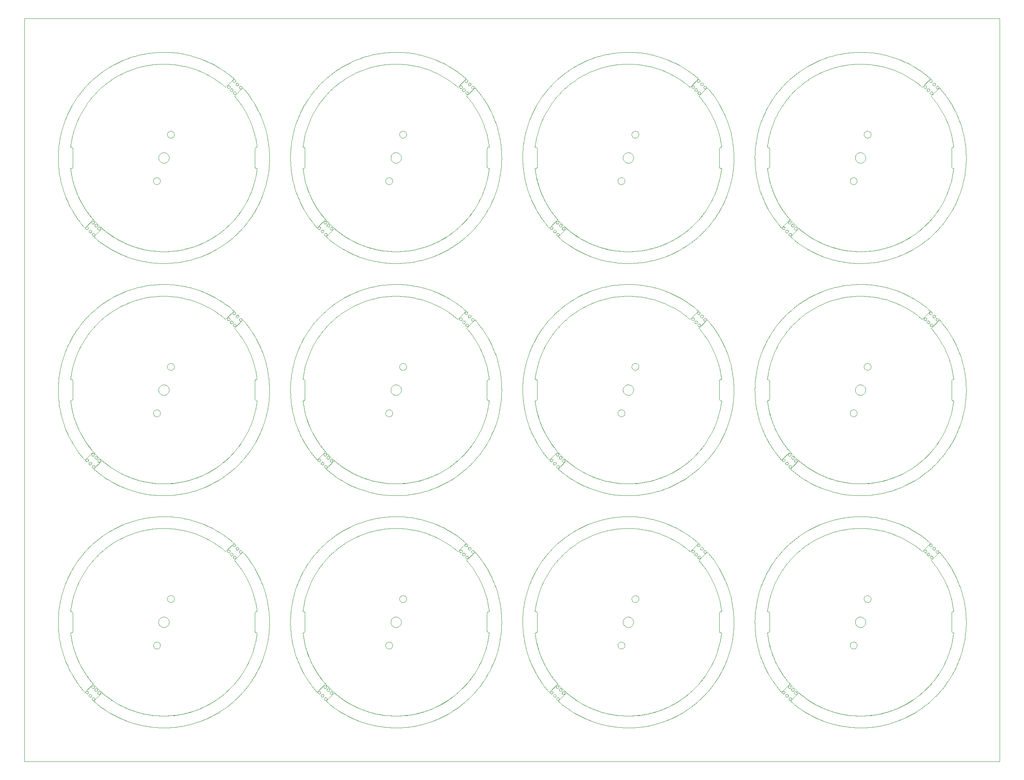
<source format=gko>
G75*
%MOIN*%
%OFA0B0*%
%FSLAX24Y24*%
%IPPOS*%
%LPD*%
%AMOC8*
5,1,8,0,0,1.08239X$1,22.5*
%
%ADD10C,0.0004*%
%ADD11C,0.0000*%
D10*
X000102Y000102D02*
X082779Y000102D01*
X082779Y063094D01*
X000102Y063094D01*
X000102Y000102D01*
X005969Y005218D02*
X006677Y005929D01*
X005929Y006677D02*
X005218Y005969D01*
X004039Y011007D02*
X004011Y011007D01*
X004039Y011007D01*
X004039Y011008D02*
X004061Y011010D01*
X004083Y011014D01*
X004104Y011022D01*
X004124Y011033D01*
X004142Y011046D01*
X004158Y011062D01*
X004171Y011080D01*
X004182Y011100D01*
X004190Y011121D01*
X004194Y011143D01*
X004196Y011165D01*
X004196Y012661D01*
X004196Y011165D01*
X004194Y011143D01*
X004190Y011121D01*
X004182Y011100D01*
X004171Y011080D01*
X004158Y011062D01*
X004142Y011046D01*
X004124Y011033D01*
X004104Y011022D01*
X004083Y011014D01*
X004061Y011010D01*
X004039Y011008D01*
X004196Y012661D02*
X004194Y012683D01*
X004190Y012705D01*
X004182Y012726D01*
X004171Y012746D01*
X004158Y012764D01*
X004142Y012780D01*
X004124Y012793D01*
X004104Y012804D01*
X004083Y012812D01*
X004061Y012816D01*
X004039Y012818D01*
X004039Y012819D02*
X004011Y012819D01*
X004039Y012819D01*
X004039Y012818D02*
X004061Y012816D01*
X004083Y012812D01*
X004104Y012804D01*
X004124Y012793D01*
X004142Y012780D01*
X004158Y012764D01*
X004171Y012746D01*
X004182Y012726D01*
X004190Y012705D01*
X004194Y012683D01*
X004196Y012661D01*
X004012Y011007D02*
X004036Y010816D01*
X004065Y010626D01*
X004099Y010437D01*
X004137Y010248D01*
X004179Y010061D01*
X004226Y009874D01*
X004278Y009689D01*
X004334Y009505D01*
X004395Y009322D01*
X004459Y009141D01*
X004529Y008962D01*
X004602Y008784D01*
X004680Y008608D01*
X004762Y008434D01*
X004849Y008262D01*
X004939Y008092D01*
X005033Y007925D01*
X005132Y007760D01*
X005235Y007597D01*
X005341Y007437D01*
X005451Y007279D01*
X005565Y007124D01*
X005683Y006972D01*
X005804Y006823D01*
X005929Y006677D01*
X004012Y012819D02*
X004036Y013012D01*
X004065Y013204D01*
X004099Y013395D01*
X004138Y013586D01*
X004181Y013775D01*
X004229Y013964D01*
X004281Y014151D01*
X004338Y014337D01*
X004400Y014521D01*
X004466Y014704D01*
X004536Y014885D01*
X004611Y015064D01*
X004690Y015242D01*
X004774Y015417D01*
X004862Y015591D01*
X004954Y015762D01*
X005050Y015931D01*
X005150Y016097D01*
X005254Y016262D01*
X005363Y016423D01*
X005475Y016582D01*
X005591Y016738D01*
X005711Y016891D01*
X005834Y017041D01*
X005961Y017188D01*
X006092Y017332D01*
X006226Y017472D01*
X006364Y017610D01*
X006505Y017743D01*
X006649Y017874D01*
X006796Y018001D01*
X006946Y018124D01*
X007100Y018244D01*
X007256Y018359D01*
X007415Y018471D01*
X007576Y018579D01*
X007741Y018683D01*
X007907Y018783D01*
X008076Y018879D01*
X008248Y018970D01*
X008421Y019058D01*
X008597Y019141D01*
X008775Y019220D01*
X008954Y019294D01*
X009136Y019365D01*
X009319Y019430D01*
X009503Y019491D01*
X009689Y019548D01*
X009876Y019600D01*
X010065Y019647D01*
X010254Y019690D01*
X010445Y019729D01*
X010636Y019762D01*
X010829Y019791D01*
X011022Y019815D01*
X011215Y019834D01*
X011409Y019849D01*
X011603Y019859D01*
X011797Y019864D01*
X011992Y019865D01*
X012186Y019860D01*
X012380Y019851D01*
X012574Y019837D01*
X012767Y019819D01*
X012960Y019796D01*
X013153Y019768D01*
X013344Y019735D01*
X013535Y019698D01*
X013725Y019656D01*
X013914Y019609D01*
X014101Y019558D01*
X014287Y019502D01*
X014472Y019442D01*
X014655Y019377D01*
X014837Y019308D01*
X015017Y019234D01*
X015195Y019156D01*
X015371Y019073D01*
X015545Y018987D01*
X015717Y018896D01*
X015886Y018801D01*
X016053Y018702D01*
X016218Y018598D01*
X016380Y018491D01*
X016540Y018380D01*
X016696Y018265D01*
X016850Y018146D01*
X017001Y018023D01*
X017149Y017897D01*
X017857Y018608D01*
X018608Y017857D02*
X017897Y017149D01*
X019787Y012819D02*
X019815Y012819D01*
X019787Y012819D01*
X019787Y012818D02*
X019765Y012816D01*
X019743Y012812D01*
X019722Y012804D01*
X019702Y012793D01*
X019684Y012780D01*
X019668Y012764D01*
X019655Y012746D01*
X019644Y012726D01*
X019636Y012705D01*
X019632Y012683D01*
X019630Y012661D01*
X019630Y011165D01*
X019630Y012661D01*
X019632Y012683D01*
X019636Y012705D01*
X019644Y012726D01*
X019655Y012746D01*
X019668Y012764D01*
X019684Y012780D01*
X019702Y012793D01*
X019722Y012804D01*
X019743Y012812D01*
X019765Y012816D01*
X019787Y012818D01*
X019630Y011165D02*
X019632Y011143D01*
X019636Y011121D01*
X019644Y011100D01*
X019655Y011080D01*
X019668Y011062D01*
X019684Y011046D01*
X019702Y011033D01*
X019722Y011022D01*
X019743Y011014D01*
X019765Y011010D01*
X019787Y011008D01*
X019787Y011007D02*
X019815Y011007D01*
X019787Y011007D01*
X019787Y011008D02*
X019765Y011010D01*
X019743Y011014D01*
X019722Y011022D01*
X019702Y011033D01*
X019684Y011046D01*
X019668Y011062D01*
X019655Y011080D01*
X019644Y011100D01*
X019636Y011121D01*
X019632Y011143D01*
X019630Y011165D01*
X023696Y011007D02*
X023724Y011007D01*
X023696Y011007D01*
X023724Y011008D02*
X023746Y011010D01*
X023768Y011014D01*
X023789Y011022D01*
X023809Y011033D01*
X023827Y011046D01*
X023843Y011062D01*
X023856Y011080D01*
X023867Y011100D01*
X023875Y011121D01*
X023879Y011143D01*
X023881Y011165D01*
X023881Y012661D01*
X023881Y011165D01*
X023879Y011143D01*
X023875Y011121D01*
X023867Y011100D01*
X023856Y011080D01*
X023843Y011062D01*
X023827Y011046D01*
X023809Y011033D01*
X023789Y011022D01*
X023768Y011014D01*
X023746Y011010D01*
X023724Y011008D01*
X023881Y012661D02*
X023879Y012683D01*
X023875Y012705D01*
X023867Y012726D01*
X023856Y012746D01*
X023843Y012764D01*
X023827Y012780D01*
X023809Y012793D01*
X023789Y012804D01*
X023768Y012812D01*
X023746Y012816D01*
X023724Y012818D01*
X023724Y012819D02*
X023696Y012819D01*
X023724Y012819D01*
X023724Y012818D02*
X023746Y012816D01*
X023768Y012812D01*
X023789Y012804D01*
X023809Y012793D01*
X023827Y012780D01*
X023843Y012764D01*
X023856Y012746D01*
X023867Y012726D01*
X023875Y012705D01*
X023879Y012683D01*
X023881Y012661D01*
X025614Y006677D02*
X024903Y005969D01*
X025654Y005218D02*
X026362Y005929D01*
X039499Y012819D02*
X039475Y013010D01*
X039446Y013200D01*
X039412Y013389D01*
X039374Y013578D01*
X039332Y013765D01*
X039285Y013952D01*
X039233Y014137D01*
X039177Y014321D01*
X039116Y014504D01*
X039052Y014685D01*
X038982Y014864D01*
X038909Y015042D01*
X038831Y015218D01*
X038749Y015392D01*
X038662Y015564D01*
X038572Y015734D01*
X038478Y015901D01*
X038379Y016066D01*
X038276Y016229D01*
X038170Y016389D01*
X038060Y016547D01*
X037946Y016702D01*
X037828Y016854D01*
X037707Y017003D01*
X037582Y017149D01*
X038293Y017857D01*
X037542Y018608D02*
X036834Y017897D01*
X039472Y012819D02*
X039500Y012819D01*
X039472Y012819D01*
X039472Y012818D02*
X039450Y012816D01*
X039428Y012812D01*
X039407Y012804D01*
X039387Y012793D01*
X039369Y012780D01*
X039353Y012764D01*
X039340Y012746D01*
X039329Y012726D01*
X039321Y012705D01*
X039317Y012683D01*
X039315Y012661D01*
X039315Y011165D01*
X039315Y012661D01*
X039317Y012683D01*
X039321Y012705D01*
X039329Y012726D01*
X039340Y012746D01*
X039353Y012764D01*
X039369Y012780D01*
X039387Y012793D01*
X039407Y012804D01*
X039428Y012812D01*
X039450Y012816D01*
X039472Y012818D01*
X039315Y011165D02*
X039317Y011143D01*
X039321Y011121D01*
X039329Y011100D01*
X039340Y011080D01*
X039353Y011062D01*
X039369Y011046D01*
X039387Y011033D01*
X039407Y011022D01*
X039428Y011014D01*
X039450Y011010D01*
X039472Y011008D01*
X039472Y011007D02*
X039500Y011007D01*
X039472Y011007D01*
X039472Y011008D02*
X039450Y011010D01*
X039428Y011014D01*
X039407Y011022D01*
X039387Y011033D01*
X039369Y011046D01*
X039353Y011062D01*
X039340Y011080D01*
X039329Y011100D01*
X039321Y011121D01*
X039317Y011143D01*
X039315Y011165D01*
X043381Y011007D02*
X043409Y011007D01*
X043381Y011007D01*
X043409Y011008D02*
X043431Y011010D01*
X043453Y011014D01*
X043474Y011022D01*
X043494Y011033D01*
X043512Y011046D01*
X043528Y011062D01*
X043541Y011080D01*
X043552Y011100D01*
X043560Y011121D01*
X043564Y011143D01*
X043566Y011165D01*
X043567Y011165D02*
X043567Y012661D01*
X043567Y011165D01*
X043566Y011165D02*
X043564Y011143D01*
X043560Y011121D01*
X043552Y011100D01*
X043541Y011080D01*
X043528Y011062D01*
X043512Y011046D01*
X043494Y011033D01*
X043474Y011022D01*
X043453Y011014D01*
X043431Y011010D01*
X043409Y011008D01*
X043566Y012661D02*
X043564Y012683D01*
X043560Y012705D01*
X043552Y012726D01*
X043541Y012746D01*
X043528Y012764D01*
X043512Y012780D01*
X043494Y012793D01*
X043474Y012804D01*
X043453Y012812D01*
X043431Y012816D01*
X043409Y012818D01*
X043409Y012819D02*
X043381Y012819D01*
X043409Y012819D01*
X043409Y012818D02*
X043431Y012816D01*
X043453Y012812D01*
X043474Y012804D01*
X043494Y012793D01*
X043512Y012780D01*
X043528Y012764D01*
X043541Y012746D01*
X043552Y012726D01*
X043560Y012705D01*
X043564Y012683D01*
X043566Y012661D01*
X043382Y011007D02*
X043406Y010816D01*
X043435Y010626D01*
X043469Y010437D01*
X043507Y010248D01*
X043549Y010061D01*
X043596Y009874D01*
X043648Y009689D01*
X043704Y009505D01*
X043765Y009322D01*
X043829Y009141D01*
X043899Y008962D01*
X043972Y008784D01*
X044050Y008608D01*
X044132Y008434D01*
X044219Y008262D01*
X044309Y008092D01*
X044403Y007925D01*
X044502Y007760D01*
X044605Y007597D01*
X044711Y007437D01*
X044821Y007279D01*
X044935Y007124D01*
X045053Y006972D01*
X045174Y006823D01*
X045299Y006677D01*
X044588Y005969D01*
X045339Y005218D02*
X046047Y005929D01*
X059184Y012819D02*
X059160Y013010D01*
X059131Y013200D01*
X059097Y013389D01*
X059059Y013578D01*
X059017Y013765D01*
X058970Y013952D01*
X058918Y014137D01*
X058862Y014321D01*
X058801Y014504D01*
X058737Y014685D01*
X058667Y014864D01*
X058594Y015042D01*
X058516Y015218D01*
X058434Y015392D01*
X058347Y015564D01*
X058257Y015734D01*
X058163Y015901D01*
X058064Y016066D01*
X057961Y016229D01*
X057855Y016389D01*
X057745Y016547D01*
X057631Y016702D01*
X057513Y016854D01*
X057392Y017003D01*
X057267Y017149D01*
X057978Y017857D01*
X057227Y018608D02*
X056519Y017897D01*
X059157Y012819D02*
X059185Y012819D01*
X059157Y012819D01*
X059157Y012818D02*
X059135Y012816D01*
X059113Y012812D01*
X059092Y012804D01*
X059072Y012793D01*
X059054Y012780D01*
X059038Y012764D01*
X059025Y012746D01*
X059014Y012726D01*
X059006Y012705D01*
X059002Y012683D01*
X059000Y012661D01*
X059000Y011165D01*
X059000Y012661D01*
X059002Y012683D01*
X059006Y012705D01*
X059014Y012726D01*
X059025Y012746D01*
X059038Y012764D01*
X059054Y012780D01*
X059072Y012793D01*
X059092Y012804D01*
X059113Y012812D01*
X059135Y012816D01*
X059157Y012818D01*
X059000Y011165D02*
X059002Y011143D01*
X059006Y011121D01*
X059014Y011100D01*
X059025Y011080D01*
X059038Y011062D01*
X059054Y011046D01*
X059072Y011033D01*
X059092Y011022D01*
X059113Y011014D01*
X059135Y011010D01*
X059157Y011008D01*
X059157Y011007D02*
X059185Y011007D01*
X059157Y011007D01*
X059157Y011008D02*
X059135Y011010D01*
X059113Y011014D01*
X059092Y011022D01*
X059072Y011033D01*
X059054Y011046D01*
X059038Y011062D01*
X059025Y011080D01*
X059014Y011100D01*
X059006Y011121D01*
X059002Y011143D01*
X059000Y011165D01*
X063067Y011007D02*
X063094Y011007D01*
X063067Y011007D01*
X063094Y011008D02*
X063116Y011010D01*
X063138Y011014D01*
X063159Y011022D01*
X063179Y011033D01*
X063197Y011046D01*
X063213Y011062D01*
X063226Y011080D01*
X063237Y011100D01*
X063245Y011121D01*
X063249Y011143D01*
X063251Y011165D01*
X063252Y011165D02*
X063252Y012661D01*
X063252Y011165D01*
X063251Y011165D02*
X063249Y011143D01*
X063245Y011121D01*
X063237Y011100D01*
X063226Y011080D01*
X063213Y011062D01*
X063197Y011046D01*
X063179Y011033D01*
X063159Y011022D01*
X063138Y011014D01*
X063116Y011010D01*
X063094Y011008D01*
X063251Y012661D02*
X063249Y012683D01*
X063245Y012705D01*
X063237Y012726D01*
X063226Y012746D01*
X063213Y012764D01*
X063197Y012780D01*
X063179Y012793D01*
X063159Y012804D01*
X063138Y012812D01*
X063116Y012816D01*
X063094Y012818D01*
X063094Y012819D02*
X063067Y012819D01*
X063094Y012819D01*
X063094Y012818D02*
X063116Y012816D01*
X063138Y012812D01*
X063159Y012804D01*
X063179Y012793D01*
X063197Y012780D01*
X063213Y012764D01*
X063226Y012746D01*
X063237Y012726D01*
X063245Y012705D01*
X063249Y012683D01*
X063251Y012661D01*
X063067Y011007D02*
X063091Y010816D01*
X063120Y010626D01*
X063154Y010437D01*
X063192Y010248D01*
X063234Y010061D01*
X063281Y009874D01*
X063333Y009689D01*
X063389Y009505D01*
X063450Y009322D01*
X063514Y009141D01*
X063584Y008962D01*
X063657Y008784D01*
X063735Y008608D01*
X063817Y008434D01*
X063904Y008262D01*
X063994Y008092D01*
X064088Y007925D01*
X064187Y007760D01*
X064290Y007597D01*
X064396Y007437D01*
X064506Y007279D01*
X064620Y007124D01*
X064738Y006972D01*
X064859Y006823D01*
X064984Y006677D01*
X064273Y005969D01*
X065025Y005218D02*
X065732Y005929D01*
X078869Y012819D02*
X078845Y013010D01*
X078816Y013200D01*
X078782Y013389D01*
X078744Y013578D01*
X078702Y013765D01*
X078655Y013952D01*
X078603Y014137D01*
X078547Y014321D01*
X078486Y014504D01*
X078422Y014685D01*
X078352Y014864D01*
X078279Y015042D01*
X078201Y015218D01*
X078119Y015392D01*
X078032Y015564D01*
X077942Y015734D01*
X077848Y015901D01*
X077749Y016066D01*
X077646Y016229D01*
X077540Y016389D01*
X077430Y016547D01*
X077316Y016702D01*
X077198Y016854D01*
X077077Y017003D01*
X076952Y017149D01*
X077663Y017857D01*
X076912Y018608D02*
X076204Y017897D01*
X078842Y012819D02*
X078870Y012819D01*
X078842Y012819D01*
X078842Y012818D02*
X078820Y012816D01*
X078798Y012812D01*
X078777Y012804D01*
X078757Y012793D01*
X078739Y012780D01*
X078723Y012764D01*
X078710Y012746D01*
X078699Y012726D01*
X078691Y012705D01*
X078687Y012683D01*
X078685Y012661D01*
X078685Y011165D01*
X078685Y012661D01*
X078687Y012683D01*
X078691Y012705D01*
X078699Y012726D01*
X078710Y012746D01*
X078723Y012764D01*
X078739Y012780D01*
X078757Y012793D01*
X078777Y012804D01*
X078798Y012812D01*
X078820Y012816D01*
X078842Y012818D01*
X078685Y011165D02*
X078687Y011143D01*
X078691Y011121D01*
X078699Y011100D01*
X078710Y011080D01*
X078723Y011062D01*
X078739Y011046D01*
X078757Y011033D01*
X078777Y011022D01*
X078798Y011014D01*
X078820Y011010D01*
X078842Y011008D01*
X078842Y011007D02*
X078870Y011007D01*
X078842Y011007D01*
X078842Y011008D02*
X078820Y011010D01*
X078798Y011014D01*
X078777Y011022D01*
X078757Y011033D01*
X078739Y011046D01*
X078723Y011062D01*
X078710Y011080D01*
X078699Y011100D01*
X078691Y011121D01*
X078687Y011143D01*
X078685Y011165D01*
X078869Y011007D02*
X078845Y010814D01*
X078816Y010622D01*
X078782Y010431D01*
X078743Y010240D01*
X078700Y010051D01*
X078652Y009862D01*
X078600Y009675D01*
X078543Y009489D01*
X078481Y009305D01*
X078415Y009122D01*
X078345Y008941D01*
X078270Y008762D01*
X078191Y008584D01*
X078107Y008409D01*
X078019Y008235D01*
X077927Y008064D01*
X077831Y007895D01*
X077731Y007729D01*
X077627Y007564D01*
X077518Y007403D01*
X077406Y007244D01*
X077290Y007088D01*
X077170Y006935D01*
X077047Y006785D01*
X076920Y006638D01*
X076789Y006494D01*
X076655Y006354D01*
X076517Y006216D01*
X076376Y006083D01*
X076232Y005952D01*
X076085Y005825D01*
X075935Y005702D01*
X075781Y005582D01*
X075625Y005467D01*
X075466Y005355D01*
X075305Y005247D01*
X075140Y005143D01*
X074974Y005043D01*
X074805Y004947D01*
X074633Y004856D01*
X074460Y004768D01*
X074284Y004685D01*
X074106Y004606D01*
X073927Y004532D01*
X073745Y004461D01*
X073562Y004396D01*
X073378Y004335D01*
X073192Y004278D01*
X073005Y004226D01*
X072816Y004179D01*
X072627Y004136D01*
X072436Y004097D01*
X072245Y004064D01*
X072052Y004035D01*
X071859Y004011D01*
X071666Y003992D01*
X071472Y003977D01*
X071278Y003967D01*
X071084Y003962D01*
X070889Y003961D01*
X070695Y003966D01*
X070501Y003975D01*
X070307Y003989D01*
X070114Y004007D01*
X069921Y004030D01*
X069728Y004058D01*
X069537Y004091D01*
X069346Y004128D01*
X069156Y004170D01*
X068967Y004217D01*
X068780Y004268D01*
X068594Y004324D01*
X068409Y004384D01*
X068226Y004449D01*
X068044Y004518D01*
X067864Y004592D01*
X067686Y004670D01*
X067510Y004753D01*
X067336Y004839D01*
X067164Y004930D01*
X066995Y005025D01*
X066828Y005124D01*
X066663Y005228D01*
X066501Y005335D01*
X066341Y005446D01*
X066185Y005561D01*
X066031Y005680D01*
X065880Y005803D01*
X065732Y005929D01*
X063067Y012819D02*
X063091Y013012D01*
X063120Y013204D01*
X063154Y013395D01*
X063193Y013586D01*
X063236Y013775D01*
X063284Y013964D01*
X063336Y014151D01*
X063393Y014337D01*
X063455Y014521D01*
X063521Y014704D01*
X063591Y014885D01*
X063666Y015064D01*
X063745Y015242D01*
X063829Y015417D01*
X063917Y015591D01*
X064009Y015762D01*
X064105Y015931D01*
X064205Y016097D01*
X064309Y016262D01*
X064418Y016423D01*
X064530Y016582D01*
X064646Y016738D01*
X064766Y016891D01*
X064889Y017041D01*
X065016Y017188D01*
X065147Y017332D01*
X065281Y017472D01*
X065419Y017610D01*
X065560Y017743D01*
X065704Y017874D01*
X065851Y018001D01*
X066001Y018124D01*
X066155Y018244D01*
X066311Y018359D01*
X066470Y018471D01*
X066631Y018579D01*
X066796Y018683D01*
X066962Y018783D01*
X067131Y018879D01*
X067303Y018970D01*
X067476Y019058D01*
X067652Y019141D01*
X067830Y019220D01*
X068009Y019294D01*
X068191Y019365D01*
X068374Y019430D01*
X068558Y019491D01*
X068744Y019548D01*
X068931Y019600D01*
X069120Y019647D01*
X069309Y019690D01*
X069500Y019729D01*
X069691Y019762D01*
X069884Y019791D01*
X070077Y019815D01*
X070270Y019834D01*
X070464Y019849D01*
X070658Y019859D01*
X070852Y019864D01*
X071047Y019865D01*
X071241Y019860D01*
X071435Y019851D01*
X071629Y019837D01*
X071822Y019819D01*
X072015Y019796D01*
X072208Y019768D01*
X072399Y019735D01*
X072590Y019698D01*
X072780Y019656D01*
X072969Y019609D01*
X073156Y019558D01*
X073342Y019502D01*
X073527Y019442D01*
X073710Y019377D01*
X073892Y019308D01*
X074072Y019234D01*
X074250Y019156D01*
X074426Y019073D01*
X074600Y018987D01*
X074772Y018896D01*
X074941Y018801D01*
X075108Y018702D01*
X075273Y018598D01*
X075435Y018491D01*
X075595Y018380D01*
X075751Y018265D01*
X075905Y018146D01*
X076056Y018023D01*
X076204Y017897D01*
X078869Y011008D02*
X078845Y010814D01*
X078815Y010622D01*
X078782Y010430D01*
X078743Y010239D01*
X078700Y010050D01*
X078652Y009861D01*
X078599Y009673D01*
X078542Y009487D01*
X078480Y009302D01*
X078414Y009119D01*
X078344Y008938D01*
X078269Y008758D01*
X078189Y008580D01*
X078105Y008405D01*
X078017Y008231D01*
X077925Y008060D01*
X077829Y007890D01*
X077728Y007724D01*
X077624Y007559D01*
X077515Y007398D01*
X077403Y007239D01*
X077286Y007083D01*
X077166Y006930D01*
X077042Y006779D01*
X076915Y006632D01*
X076784Y006488D01*
X076649Y006347D01*
X076511Y006210D01*
X076370Y006076D01*
X076225Y005946D01*
X076078Y005819D01*
X075927Y005695D01*
X075773Y005576D01*
X075617Y005460D01*
X075457Y005348D01*
X075295Y005240D01*
X075131Y005136D01*
X074964Y005037D01*
X074794Y004941D01*
X074622Y004849D01*
X074448Y004762D01*
X074272Y004679D01*
X074094Y004600D01*
X073914Y004526D01*
X073732Y004456D01*
X073549Y004390D01*
X073364Y004330D01*
X073178Y004273D01*
X072990Y004221D01*
X072801Y004174D01*
X072611Y004132D01*
X072420Y004094D01*
X072228Y004060D01*
X072036Y004032D01*
X071842Y004008D01*
X071649Y003989D01*
X071454Y003975D01*
X071260Y003965D01*
X071065Y003961D01*
X070871Y003961D01*
X070676Y003965D01*
X070482Y003975D01*
X070287Y003989D01*
X070094Y004008D01*
X069900Y004032D01*
X069708Y004060D01*
X069516Y004094D01*
X069325Y004132D01*
X069135Y004174D01*
X068946Y004221D01*
X068758Y004273D01*
X068572Y004330D01*
X068387Y004390D01*
X068204Y004456D01*
X068022Y004526D01*
X067842Y004600D01*
X067664Y004679D01*
X067488Y004762D01*
X067314Y004849D01*
X067142Y004941D01*
X066972Y005037D01*
X066805Y005136D01*
X066641Y005240D01*
X066479Y005348D01*
X066319Y005460D01*
X066163Y005576D01*
X066009Y005695D01*
X065858Y005819D01*
X065711Y005946D01*
X065566Y006076D01*
X065425Y006210D01*
X065287Y006347D01*
X065152Y006488D01*
X065021Y006632D01*
X064894Y006779D01*
X064770Y006930D01*
X064650Y007083D01*
X064533Y007239D01*
X064421Y007398D01*
X064312Y007559D01*
X064208Y007724D01*
X064107Y007890D01*
X064011Y008060D01*
X063919Y008231D01*
X063831Y008405D01*
X063747Y008580D01*
X063667Y008758D01*
X063592Y008938D01*
X063522Y009119D01*
X063456Y009302D01*
X063394Y009487D01*
X063337Y009673D01*
X063284Y009861D01*
X063236Y010050D01*
X063193Y010239D01*
X063154Y010430D01*
X063121Y010622D01*
X063091Y010814D01*
X063067Y011008D01*
X065024Y005218D02*
X065189Y005075D01*
X065358Y004936D01*
X065529Y004801D01*
X065704Y004671D01*
X065882Y004545D01*
X066064Y004423D01*
X066248Y004306D01*
X066434Y004193D01*
X066624Y004085D01*
X066816Y003981D01*
X067011Y003882D01*
X067208Y003788D01*
X067407Y003699D01*
X067608Y003614D01*
X067811Y003535D01*
X068016Y003461D01*
X068223Y003391D01*
X068432Y003327D01*
X068642Y003267D01*
X068853Y003213D01*
X069066Y003164D01*
X069280Y003121D01*
X069495Y003082D01*
X069710Y003049D01*
X069927Y003021D01*
X070144Y002998D01*
X070361Y002981D01*
X070579Y002968D01*
X070797Y002962D01*
X071016Y002960D01*
X071234Y002964D01*
X071452Y002973D01*
X071670Y002988D01*
X071887Y003007D01*
X072104Y003032D01*
X072320Y003063D01*
X072535Y003098D01*
X072750Y003139D01*
X072963Y003185D01*
X073175Y003236D01*
X073386Y003293D01*
X073595Y003354D01*
X073803Y003421D01*
X074009Y003492D01*
X074214Y003569D01*
X074416Y003651D01*
X074617Y003737D01*
X074815Y003829D01*
X075011Y003925D01*
X075204Y004026D01*
X075395Y004131D01*
X075584Y004241D01*
X075769Y004356D01*
X075952Y004475D01*
X076132Y004599D01*
X076308Y004727D01*
X076482Y004860D01*
X076652Y004996D01*
X076819Y005137D01*
X076983Y005281D01*
X077143Y005430D01*
X077299Y005582D01*
X077451Y005738D01*
X077600Y005898D01*
X077744Y006062D01*
X077885Y006229D01*
X078021Y006399D01*
X078154Y006573D01*
X078282Y006749D01*
X078406Y006929D01*
X078525Y007112D01*
X078640Y007297D01*
X078750Y007486D01*
X078855Y007677D01*
X078956Y007870D01*
X079052Y008066D01*
X079144Y008264D01*
X079230Y008465D01*
X079312Y008667D01*
X079389Y008872D01*
X079460Y009078D01*
X079527Y009286D01*
X079588Y009495D01*
X079645Y009706D01*
X079696Y009918D01*
X079742Y010131D01*
X079783Y010346D01*
X079818Y010561D01*
X079849Y010777D01*
X079874Y010994D01*
X079893Y011211D01*
X079908Y011429D01*
X079917Y011647D01*
X079921Y011865D01*
X079919Y012084D01*
X079913Y012302D01*
X079900Y012520D01*
X079883Y012737D01*
X079860Y012954D01*
X079832Y013171D01*
X079799Y013386D01*
X079760Y013601D01*
X079717Y013815D01*
X079668Y014028D01*
X079614Y014239D01*
X079554Y014449D01*
X079490Y014658D01*
X079420Y014865D01*
X079346Y015070D01*
X079267Y015273D01*
X079182Y015474D01*
X079093Y015673D01*
X078999Y015870D01*
X078900Y016065D01*
X078796Y016257D01*
X078688Y016447D01*
X078575Y016633D01*
X078458Y016817D01*
X078336Y016999D01*
X078210Y017177D01*
X078080Y017352D01*
X077945Y017523D01*
X077806Y017692D01*
X077663Y017857D01*
X076912Y018608D02*
X076747Y018751D01*
X076578Y018890D01*
X076407Y019025D01*
X076232Y019155D01*
X076054Y019281D01*
X075872Y019403D01*
X075688Y019520D01*
X075502Y019633D01*
X075312Y019741D01*
X075120Y019845D01*
X074925Y019944D01*
X074728Y020038D01*
X074529Y020127D01*
X074328Y020212D01*
X074125Y020291D01*
X073920Y020365D01*
X073713Y020435D01*
X073504Y020499D01*
X073294Y020559D01*
X073083Y020613D01*
X072870Y020662D01*
X072656Y020705D01*
X072441Y020744D01*
X072226Y020777D01*
X072009Y020805D01*
X071792Y020828D01*
X071575Y020845D01*
X071357Y020858D01*
X071139Y020864D01*
X070920Y020866D01*
X070702Y020862D01*
X070484Y020853D01*
X070266Y020838D01*
X070049Y020819D01*
X069832Y020794D01*
X069616Y020763D01*
X069401Y020728D01*
X069186Y020687D01*
X068973Y020641D01*
X068761Y020590D01*
X068550Y020533D01*
X068341Y020472D01*
X068133Y020405D01*
X067927Y020334D01*
X067722Y020257D01*
X067520Y020175D01*
X067319Y020089D01*
X067121Y019997D01*
X066925Y019901D01*
X066732Y019800D01*
X066541Y019695D01*
X066352Y019585D01*
X066167Y019470D01*
X065984Y019351D01*
X065804Y019227D01*
X065628Y019099D01*
X065454Y018966D01*
X065284Y018830D01*
X065117Y018689D01*
X064953Y018545D01*
X064793Y018396D01*
X064637Y018244D01*
X064485Y018088D01*
X064336Y017928D01*
X064192Y017764D01*
X064051Y017597D01*
X063915Y017427D01*
X063782Y017253D01*
X063654Y017077D01*
X063530Y016897D01*
X063411Y016714D01*
X063296Y016529D01*
X063186Y016340D01*
X063081Y016149D01*
X062980Y015956D01*
X062884Y015760D01*
X062792Y015562D01*
X062706Y015361D01*
X062624Y015159D01*
X062547Y014954D01*
X062476Y014748D01*
X062409Y014540D01*
X062348Y014331D01*
X062291Y014120D01*
X062240Y013908D01*
X062194Y013695D01*
X062153Y013480D01*
X062118Y013265D01*
X062087Y013049D01*
X062062Y012832D01*
X062043Y012615D01*
X062028Y012397D01*
X062019Y012179D01*
X062015Y011961D01*
X062017Y011742D01*
X062023Y011524D01*
X062036Y011306D01*
X062053Y011089D01*
X062076Y010872D01*
X062104Y010655D01*
X062137Y010440D01*
X062176Y010225D01*
X062219Y010011D01*
X062268Y009798D01*
X062322Y009587D01*
X062382Y009377D01*
X062446Y009168D01*
X062516Y008961D01*
X062590Y008756D01*
X062669Y008553D01*
X062754Y008352D01*
X062843Y008153D01*
X062937Y007956D01*
X063036Y007761D01*
X063140Y007569D01*
X063248Y007379D01*
X063361Y007193D01*
X063478Y007009D01*
X063600Y006827D01*
X063726Y006649D01*
X063856Y006474D01*
X063991Y006303D01*
X064130Y006134D01*
X064273Y005969D01*
X064130Y006134D01*
X063991Y006303D01*
X063856Y006474D01*
X063726Y006649D01*
X063600Y006827D01*
X063478Y007009D01*
X063361Y007193D01*
X063248Y007379D01*
X063140Y007569D01*
X063036Y007761D01*
X062937Y007956D01*
X062843Y008153D01*
X062754Y008352D01*
X062669Y008553D01*
X062590Y008756D01*
X062516Y008961D01*
X062446Y009168D01*
X062382Y009377D01*
X062322Y009587D01*
X062268Y009798D01*
X062219Y010011D01*
X062176Y010225D01*
X062137Y010440D01*
X062104Y010655D01*
X062076Y010872D01*
X062053Y011089D01*
X062036Y011306D01*
X062023Y011524D01*
X062017Y011742D01*
X062015Y011961D01*
X062019Y012179D01*
X062028Y012397D01*
X062043Y012615D01*
X062062Y012832D01*
X062087Y013049D01*
X062118Y013265D01*
X062153Y013480D01*
X062194Y013695D01*
X062240Y013908D01*
X062291Y014120D01*
X062348Y014331D01*
X062409Y014540D01*
X062476Y014748D01*
X062547Y014954D01*
X062624Y015159D01*
X062706Y015361D01*
X062792Y015562D01*
X062884Y015760D01*
X062980Y015956D01*
X063081Y016149D01*
X063186Y016340D01*
X063296Y016529D01*
X063411Y016714D01*
X063530Y016897D01*
X063654Y017077D01*
X063782Y017253D01*
X063915Y017427D01*
X064051Y017597D01*
X064192Y017764D01*
X064336Y017928D01*
X064485Y018088D01*
X064637Y018244D01*
X064793Y018396D01*
X064953Y018545D01*
X065117Y018689D01*
X065284Y018830D01*
X065454Y018966D01*
X065628Y019099D01*
X065804Y019227D01*
X065984Y019351D01*
X066167Y019470D01*
X066352Y019585D01*
X066541Y019695D01*
X066732Y019800D01*
X066925Y019901D01*
X067121Y019997D01*
X067319Y020089D01*
X067520Y020175D01*
X067722Y020257D01*
X067927Y020334D01*
X068133Y020405D01*
X068341Y020472D01*
X068550Y020533D01*
X068761Y020590D01*
X068973Y020641D01*
X069186Y020687D01*
X069401Y020728D01*
X069616Y020763D01*
X069832Y020794D01*
X070049Y020819D01*
X070266Y020838D01*
X070484Y020853D01*
X070702Y020862D01*
X070920Y020866D01*
X071139Y020864D01*
X071357Y020858D01*
X071575Y020845D01*
X071792Y020828D01*
X072009Y020805D01*
X072226Y020777D01*
X072441Y020744D01*
X072656Y020705D01*
X072870Y020662D01*
X073083Y020613D01*
X073294Y020559D01*
X073504Y020499D01*
X073713Y020435D01*
X073920Y020365D01*
X074125Y020291D01*
X074328Y020212D01*
X074529Y020127D01*
X074728Y020038D01*
X074925Y019944D01*
X075120Y019845D01*
X075312Y019741D01*
X075502Y019633D01*
X075688Y019520D01*
X075872Y019403D01*
X076054Y019281D01*
X076232Y019155D01*
X076407Y019025D01*
X076578Y018890D01*
X076747Y018751D01*
X076912Y018608D01*
X065732Y025614D02*
X065025Y024903D01*
X064273Y025654D02*
X064984Y026362D01*
X063094Y030693D02*
X063067Y030693D01*
X063094Y030693D01*
X063116Y030695D01*
X063138Y030699D01*
X063159Y030707D01*
X063179Y030718D01*
X063197Y030731D01*
X063213Y030747D01*
X063226Y030765D01*
X063237Y030785D01*
X063245Y030806D01*
X063249Y030828D01*
X063251Y030850D01*
X063252Y030850D02*
X063252Y032346D01*
X063252Y030850D01*
X063251Y030850D02*
X063249Y030828D01*
X063245Y030806D01*
X063237Y030785D01*
X063226Y030765D01*
X063213Y030747D01*
X063197Y030731D01*
X063179Y030718D01*
X063159Y030707D01*
X063138Y030699D01*
X063116Y030695D01*
X063094Y030693D01*
X063251Y032346D02*
X063249Y032368D01*
X063245Y032390D01*
X063237Y032411D01*
X063226Y032431D01*
X063213Y032449D01*
X063197Y032465D01*
X063179Y032478D01*
X063159Y032489D01*
X063138Y032497D01*
X063116Y032501D01*
X063094Y032503D01*
X063094Y032504D02*
X063067Y032504D01*
X063094Y032504D01*
X063094Y032503D02*
X063116Y032501D01*
X063138Y032497D01*
X063159Y032489D01*
X063179Y032478D01*
X063197Y032465D01*
X063213Y032449D01*
X063226Y032431D01*
X063237Y032411D01*
X063245Y032390D01*
X063249Y032368D01*
X063251Y032346D01*
X059185Y032504D02*
X059157Y032504D01*
X059185Y032504D01*
X059157Y032503D02*
X059135Y032501D01*
X059113Y032497D01*
X059092Y032489D01*
X059072Y032478D01*
X059054Y032465D01*
X059038Y032449D01*
X059025Y032431D01*
X059014Y032411D01*
X059006Y032390D01*
X059002Y032368D01*
X059000Y032346D01*
X059000Y030850D01*
X059000Y032346D01*
X059002Y032368D01*
X059006Y032390D01*
X059014Y032411D01*
X059025Y032431D01*
X059038Y032449D01*
X059054Y032465D01*
X059072Y032478D01*
X059092Y032489D01*
X059113Y032497D01*
X059135Y032501D01*
X059157Y032503D01*
X059000Y030850D02*
X059002Y030828D01*
X059006Y030806D01*
X059014Y030785D01*
X059025Y030765D01*
X059038Y030747D01*
X059054Y030731D01*
X059072Y030718D01*
X059092Y030707D01*
X059113Y030699D01*
X059135Y030695D01*
X059157Y030693D01*
X059185Y030693D01*
X059157Y030693D01*
X059135Y030695D01*
X059113Y030699D01*
X059092Y030707D01*
X059072Y030718D01*
X059054Y030731D01*
X059038Y030747D01*
X059025Y030765D01*
X059014Y030785D01*
X059006Y030806D01*
X059002Y030828D01*
X059000Y030850D01*
X057267Y036834D02*
X057978Y037542D01*
X057227Y038293D02*
X056519Y037582D01*
X043382Y030692D02*
X043406Y030501D01*
X043435Y030311D01*
X043469Y030122D01*
X043507Y029933D01*
X043549Y029746D01*
X043596Y029559D01*
X043648Y029374D01*
X043704Y029190D01*
X043765Y029007D01*
X043829Y028826D01*
X043899Y028647D01*
X043972Y028469D01*
X044050Y028293D01*
X044132Y028119D01*
X044219Y027947D01*
X044309Y027777D01*
X044403Y027610D01*
X044502Y027445D01*
X044605Y027282D01*
X044711Y027122D01*
X044821Y026964D01*
X044935Y026809D01*
X045053Y026657D01*
X045174Y026508D01*
X045299Y026362D01*
X044588Y025654D01*
X045339Y024903D02*
X046047Y025614D01*
X043409Y030693D02*
X043381Y030693D01*
X043409Y030693D01*
X043431Y030695D01*
X043453Y030699D01*
X043474Y030707D01*
X043494Y030718D01*
X043512Y030731D01*
X043528Y030747D01*
X043541Y030765D01*
X043552Y030785D01*
X043560Y030806D01*
X043564Y030828D01*
X043566Y030850D01*
X043567Y030850D02*
X043567Y032346D01*
X043567Y030850D01*
X043566Y030850D02*
X043564Y030828D01*
X043560Y030806D01*
X043552Y030785D01*
X043541Y030765D01*
X043528Y030747D01*
X043512Y030731D01*
X043494Y030718D01*
X043474Y030707D01*
X043453Y030699D01*
X043431Y030695D01*
X043409Y030693D01*
X043566Y032346D02*
X043564Y032368D01*
X043560Y032390D01*
X043552Y032411D01*
X043541Y032431D01*
X043528Y032449D01*
X043512Y032465D01*
X043494Y032478D01*
X043474Y032489D01*
X043453Y032497D01*
X043431Y032501D01*
X043409Y032503D01*
X043409Y032504D02*
X043381Y032504D01*
X043409Y032504D01*
X043409Y032503D02*
X043431Y032501D01*
X043453Y032497D01*
X043474Y032489D01*
X043494Y032478D01*
X043512Y032465D01*
X043528Y032449D01*
X043541Y032431D01*
X043552Y032411D01*
X043560Y032390D01*
X043564Y032368D01*
X043566Y032346D01*
X039500Y032504D02*
X039472Y032504D01*
X039500Y032504D01*
X039472Y032503D02*
X039450Y032501D01*
X039428Y032497D01*
X039407Y032489D01*
X039387Y032478D01*
X039369Y032465D01*
X039353Y032449D01*
X039340Y032431D01*
X039329Y032411D01*
X039321Y032390D01*
X039317Y032368D01*
X039315Y032346D01*
X039315Y030850D01*
X039315Y032346D01*
X039317Y032368D01*
X039321Y032390D01*
X039329Y032411D01*
X039340Y032431D01*
X039353Y032449D01*
X039369Y032465D01*
X039387Y032478D01*
X039407Y032489D01*
X039428Y032497D01*
X039450Y032501D01*
X039472Y032503D01*
X039315Y030850D02*
X039317Y030828D01*
X039321Y030806D01*
X039329Y030785D01*
X039340Y030765D01*
X039353Y030747D01*
X039369Y030731D01*
X039387Y030718D01*
X039407Y030707D01*
X039428Y030699D01*
X039450Y030695D01*
X039472Y030693D01*
X039500Y030693D01*
X039472Y030693D01*
X039450Y030695D01*
X039428Y030699D01*
X039407Y030707D01*
X039387Y030718D01*
X039369Y030731D01*
X039353Y030747D01*
X039340Y030765D01*
X039329Y030785D01*
X039321Y030806D01*
X039317Y030828D01*
X039315Y030850D01*
X039499Y032504D02*
X039475Y032695D01*
X039446Y032885D01*
X039412Y033074D01*
X039374Y033263D01*
X039332Y033450D01*
X039285Y033637D01*
X039233Y033822D01*
X039177Y034006D01*
X039116Y034189D01*
X039052Y034370D01*
X038982Y034549D01*
X038909Y034727D01*
X038831Y034903D01*
X038749Y035077D01*
X038662Y035249D01*
X038572Y035419D01*
X038478Y035586D01*
X038379Y035751D01*
X038276Y035914D01*
X038170Y036074D01*
X038060Y036232D01*
X037946Y036387D01*
X037828Y036539D01*
X037707Y036688D01*
X037582Y036834D01*
X038293Y037542D01*
X037542Y038293D02*
X036834Y037582D01*
X023697Y030692D02*
X023721Y030501D01*
X023750Y030311D01*
X023784Y030122D01*
X023822Y029933D01*
X023864Y029746D01*
X023911Y029559D01*
X023963Y029374D01*
X024019Y029190D01*
X024080Y029007D01*
X024144Y028826D01*
X024214Y028647D01*
X024287Y028469D01*
X024365Y028293D01*
X024447Y028119D01*
X024534Y027947D01*
X024624Y027777D01*
X024718Y027610D01*
X024817Y027445D01*
X024920Y027282D01*
X025026Y027122D01*
X025136Y026964D01*
X025250Y026809D01*
X025368Y026657D01*
X025489Y026508D01*
X025614Y026362D01*
X024903Y025654D01*
X025654Y024903D02*
X026362Y025614D01*
X023724Y030693D02*
X023696Y030693D01*
X023724Y030693D01*
X023746Y030695D01*
X023768Y030699D01*
X023789Y030707D01*
X023809Y030718D01*
X023827Y030731D01*
X023843Y030747D01*
X023856Y030765D01*
X023867Y030785D01*
X023875Y030806D01*
X023879Y030828D01*
X023881Y030850D01*
X023881Y032346D01*
X023881Y030850D01*
X023879Y030828D01*
X023875Y030806D01*
X023867Y030785D01*
X023856Y030765D01*
X023843Y030747D01*
X023827Y030731D01*
X023809Y030718D01*
X023789Y030707D01*
X023768Y030699D01*
X023746Y030695D01*
X023724Y030693D01*
X023881Y032346D02*
X023879Y032368D01*
X023875Y032390D01*
X023867Y032411D01*
X023856Y032431D01*
X023843Y032449D01*
X023827Y032465D01*
X023809Y032478D01*
X023789Y032489D01*
X023768Y032497D01*
X023746Y032501D01*
X023724Y032503D01*
X023724Y032504D02*
X023696Y032504D01*
X023724Y032504D01*
X023724Y032503D02*
X023746Y032501D01*
X023768Y032497D01*
X023789Y032489D01*
X023809Y032478D01*
X023827Y032465D01*
X023843Y032449D01*
X023856Y032431D01*
X023867Y032411D01*
X023875Y032390D01*
X023879Y032368D01*
X023881Y032346D01*
X019815Y032504D02*
X019787Y032504D01*
X019815Y032504D01*
X019787Y032503D02*
X019765Y032501D01*
X019743Y032497D01*
X019722Y032489D01*
X019702Y032478D01*
X019684Y032465D01*
X019668Y032449D01*
X019655Y032431D01*
X019644Y032411D01*
X019636Y032390D01*
X019632Y032368D01*
X019630Y032346D01*
X019630Y030850D01*
X019630Y032346D01*
X019632Y032368D01*
X019636Y032390D01*
X019644Y032411D01*
X019655Y032431D01*
X019668Y032449D01*
X019684Y032465D01*
X019702Y032478D01*
X019722Y032489D01*
X019743Y032497D01*
X019765Y032501D01*
X019787Y032503D01*
X019630Y030850D02*
X019632Y030828D01*
X019636Y030806D01*
X019644Y030785D01*
X019655Y030765D01*
X019668Y030747D01*
X019684Y030731D01*
X019702Y030718D01*
X019722Y030707D01*
X019743Y030699D01*
X019765Y030695D01*
X019787Y030693D01*
X019815Y030693D01*
X019787Y030693D01*
X019765Y030695D01*
X019743Y030699D01*
X019722Y030707D01*
X019702Y030718D01*
X019684Y030731D01*
X019668Y030747D01*
X019655Y030765D01*
X019644Y030785D01*
X019636Y030806D01*
X019632Y030828D01*
X019630Y030850D01*
X019814Y032504D02*
X019790Y032695D01*
X019761Y032885D01*
X019727Y033074D01*
X019689Y033263D01*
X019647Y033450D01*
X019600Y033637D01*
X019548Y033822D01*
X019492Y034006D01*
X019431Y034189D01*
X019367Y034370D01*
X019297Y034549D01*
X019224Y034727D01*
X019146Y034903D01*
X019064Y035077D01*
X018977Y035249D01*
X018887Y035419D01*
X018793Y035586D01*
X018694Y035751D01*
X018591Y035914D01*
X018485Y036074D01*
X018375Y036232D01*
X018261Y036387D01*
X018143Y036539D01*
X018022Y036688D01*
X017897Y036834D01*
X018608Y037542D01*
X017857Y038293D02*
X017149Y037582D01*
X004012Y030692D02*
X004036Y030501D01*
X004065Y030311D01*
X004099Y030122D01*
X004137Y029933D01*
X004179Y029746D01*
X004226Y029559D01*
X004278Y029374D01*
X004334Y029190D01*
X004395Y029007D01*
X004459Y028826D01*
X004529Y028647D01*
X004602Y028469D01*
X004680Y028293D01*
X004762Y028119D01*
X004849Y027947D01*
X004939Y027777D01*
X005033Y027610D01*
X005132Y027445D01*
X005235Y027282D01*
X005341Y027122D01*
X005451Y026964D01*
X005565Y026809D01*
X005683Y026657D01*
X005804Y026508D01*
X005929Y026362D01*
X005218Y025654D01*
X005969Y024903D02*
X006677Y025614D01*
X004039Y030693D02*
X004011Y030693D01*
X004039Y030693D01*
X004061Y030695D01*
X004083Y030699D01*
X004104Y030707D01*
X004124Y030718D01*
X004142Y030731D01*
X004158Y030747D01*
X004171Y030765D01*
X004182Y030785D01*
X004190Y030806D01*
X004194Y030828D01*
X004196Y030850D01*
X004196Y032346D01*
X004196Y030850D01*
X004194Y030828D01*
X004190Y030806D01*
X004182Y030785D01*
X004171Y030765D01*
X004158Y030747D01*
X004142Y030731D01*
X004124Y030718D01*
X004104Y030707D01*
X004083Y030699D01*
X004061Y030695D01*
X004039Y030693D01*
X004196Y032346D02*
X004194Y032368D01*
X004190Y032390D01*
X004182Y032411D01*
X004171Y032431D01*
X004158Y032449D01*
X004142Y032465D01*
X004124Y032478D01*
X004104Y032489D01*
X004083Y032497D01*
X004061Y032501D01*
X004039Y032503D01*
X004039Y032504D02*
X004011Y032504D01*
X004039Y032504D01*
X004039Y032503D02*
X004061Y032501D01*
X004083Y032497D01*
X004104Y032489D01*
X004124Y032478D01*
X004142Y032465D01*
X004158Y032449D01*
X004171Y032431D01*
X004182Y032411D01*
X004190Y032390D01*
X004194Y032368D01*
X004196Y032346D01*
X004012Y032504D02*
X004036Y032697D01*
X004065Y032889D01*
X004099Y033080D01*
X004138Y033271D01*
X004181Y033460D01*
X004229Y033649D01*
X004281Y033836D01*
X004338Y034022D01*
X004400Y034206D01*
X004466Y034389D01*
X004536Y034570D01*
X004611Y034749D01*
X004690Y034927D01*
X004774Y035102D01*
X004862Y035276D01*
X004954Y035447D01*
X005050Y035616D01*
X005150Y035782D01*
X005254Y035947D01*
X005363Y036108D01*
X005475Y036267D01*
X005591Y036423D01*
X005711Y036576D01*
X005834Y036726D01*
X005961Y036873D01*
X006092Y037017D01*
X006226Y037157D01*
X006364Y037295D01*
X006505Y037428D01*
X006649Y037559D01*
X006796Y037686D01*
X006946Y037809D01*
X007100Y037929D01*
X007256Y038044D01*
X007415Y038156D01*
X007576Y038264D01*
X007741Y038368D01*
X007907Y038468D01*
X008076Y038564D01*
X008248Y038655D01*
X008421Y038743D01*
X008597Y038826D01*
X008775Y038905D01*
X008954Y038979D01*
X009136Y039050D01*
X009319Y039115D01*
X009503Y039176D01*
X009689Y039233D01*
X009876Y039285D01*
X010065Y039332D01*
X010254Y039375D01*
X010445Y039414D01*
X010636Y039447D01*
X010829Y039476D01*
X011022Y039500D01*
X011215Y039519D01*
X011409Y039534D01*
X011603Y039544D01*
X011797Y039549D01*
X011992Y039550D01*
X012186Y039545D01*
X012380Y039536D01*
X012574Y039522D01*
X012767Y039504D01*
X012960Y039481D01*
X013153Y039453D01*
X013344Y039420D01*
X013535Y039383D01*
X013725Y039341D01*
X013914Y039294D01*
X014101Y039243D01*
X014287Y039187D01*
X014472Y039127D01*
X014655Y039062D01*
X014837Y038993D01*
X015017Y038919D01*
X015195Y038841D01*
X015371Y038758D01*
X015545Y038672D01*
X015717Y038581D01*
X015886Y038486D01*
X016053Y038387D01*
X016218Y038283D01*
X016380Y038176D01*
X016540Y038065D01*
X016696Y037950D01*
X016850Y037831D01*
X017001Y037708D01*
X017149Y037582D01*
X019814Y030692D02*
X019790Y030499D01*
X019761Y030307D01*
X019727Y030116D01*
X019688Y029925D01*
X019645Y029736D01*
X019597Y029547D01*
X019545Y029360D01*
X019488Y029174D01*
X019426Y028990D01*
X019360Y028807D01*
X019290Y028626D01*
X019215Y028447D01*
X019136Y028269D01*
X019052Y028094D01*
X018964Y027920D01*
X018872Y027749D01*
X018776Y027580D01*
X018676Y027414D01*
X018572Y027249D01*
X018463Y027088D01*
X018351Y026929D01*
X018235Y026773D01*
X018115Y026620D01*
X017992Y026470D01*
X017865Y026323D01*
X017734Y026179D01*
X017600Y026039D01*
X017462Y025901D01*
X017321Y025768D01*
X017177Y025637D01*
X017030Y025510D01*
X016880Y025387D01*
X016726Y025267D01*
X016570Y025152D01*
X016411Y025040D01*
X016250Y024932D01*
X016085Y024828D01*
X015919Y024728D01*
X015750Y024632D01*
X015578Y024541D01*
X015405Y024453D01*
X015229Y024370D01*
X015051Y024291D01*
X014872Y024217D01*
X014690Y024146D01*
X014507Y024081D01*
X014323Y024020D01*
X014137Y023963D01*
X013950Y023911D01*
X013761Y023864D01*
X013572Y023821D01*
X013381Y023782D01*
X013190Y023749D01*
X012997Y023720D01*
X012804Y023696D01*
X012611Y023677D01*
X012417Y023662D01*
X012223Y023652D01*
X012029Y023647D01*
X011834Y023646D01*
X011640Y023651D01*
X011446Y023660D01*
X011252Y023674D01*
X011059Y023692D01*
X010866Y023715D01*
X010673Y023743D01*
X010482Y023776D01*
X010291Y023813D01*
X010101Y023855D01*
X009912Y023902D01*
X009725Y023953D01*
X009539Y024009D01*
X009354Y024069D01*
X009171Y024134D01*
X008989Y024203D01*
X008809Y024277D01*
X008631Y024355D01*
X008455Y024438D01*
X008281Y024524D01*
X008109Y024615D01*
X007940Y024710D01*
X007773Y024809D01*
X007608Y024913D01*
X007446Y025020D01*
X007286Y025131D01*
X007130Y025246D01*
X006976Y025365D01*
X006825Y025488D01*
X006677Y025614D01*
X004012Y030693D02*
X004036Y030499D01*
X004066Y030307D01*
X004099Y030115D01*
X004138Y029924D01*
X004181Y029735D01*
X004229Y029546D01*
X004282Y029358D01*
X004339Y029172D01*
X004401Y028987D01*
X004467Y028804D01*
X004537Y028623D01*
X004612Y028443D01*
X004692Y028265D01*
X004776Y028090D01*
X004864Y027916D01*
X004956Y027745D01*
X005052Y027575D01*
X005153Y027409D01*
X005257Y027244D01*
X005366Y027083D01*
X005478Y026924D01*
X005595Y026768D01*
X005715Y026615D01*
X005839Y026464D01*
X005966Y026317D01*
X006097Y026173D01*
X006232Y026032D01*
X006370Y025895D01*
X006511Y025761D01*
X006656Y025631D01*
X006803Y025504D01*
X006954Y025380D01*
X007108Y025261D01*
X007264Y025145D01*
X007424Y025033D01*
X007586Y024925D01*
X007750Y024821D01*
X007917Y024722D01*
X008087Y024626D01*
X008259Y024534D01*
X008433Y024447D01*
X008609Y024364D01*
X008787Y024285D01*
X008967Y024211D01*
X009149Y024141D01*
X009332Y024075D01*
X009517Y024015D01*
X009703Y023958D01*
X009891Y023906D01*
X010080Y023859D01*
X010270Y023817D01*
X010461Y023779D01*
X010653Y023745D01*
X010845Y023717D01*
X011039Y023693D01*
X011232Y023674D01*
X011427Y023660D01*
X011621Y023650D01*
X011816Y023646D01*
X012010Y023646D01*
X012205Y023650D01*
X012399Y023660D01*
X012594Y023674D01*
X012787Y023693D01*
X012981Y023717D01*
X013173Y023745D01*
X013365Y023779D01*
X013556Y023817D01*
X013746Y023859D01*
X013935Y023906D01*
X014123Y023958D01*
X014309Y024015D01*
X014494Y024075D01*
X014677Y024141D01*
X014859Y024211D01*
X015039Y024285D01*
X015217Y024364D01*
X015393Y024447D01*
X015567Y024534D01*
X015739Y024626D01*
X015909Y024722D01*
X016076Y024821D01*
X016240Y024925D01*
X016402Y025033D01*
X016562Y025145D01*
X016718Y025261D01*
X016872Y025380D01*
X017023Y025504D01*
X017170Y025631D01*
X017315Y025761D01*
X017456Y025895D01*
X017594Y026032D01*
X017729Y026173D01*
X017860Y026317D01*
X017987Y026464D01*
X018111Y026615D01*
X018231Y026768D01*
X018348Y026924D01*
X018460Y027083D01*
X018569Y027244D01*
X018673Y027409D01*
X018774Y027575D01*
X018870Y027745D01*
X018962Y027916D01*
X019050Y028090D01*
X019134Y028265D01*
X019214Y028443D01*
X019289Y028623D01*
X019359Y028804D01*
X019425Y028987D01*
X019487Y029172D01*
X019544Y029358D01*
X019597Y029546D01*
X019645Y029735D01*
X019688Y029924D01*
X019727Y030115D01*
X019760Y030307D01*
X019790Y030499D01*
X019814Y030693D01*
X017857Y038293D02*
X017692Y038436D01*
X017523Y038575D01*
X017352Y038710D01*
X017177Y038840D01*
X016999Y038966D01*
X016817Y039088D01*
X016633Y039205D01*
X016447Y039318D01*
X016257Y039426D01*
X016065Y039530D01*
X015870Y039629D01*
X015673Y039723D01*
X015474Y039812D01*
X015273Y039897D01*
X015070Y039976D01*
X014865Y040050D01*
X014658Y040120D01*
X014449Y040184D01*
X014239Y040244D01*
X014028Y040298D01*
X013815Y040347D01*
X013601Y040390D01*
X013386Y040429D01*
X013171Y040462D01*
X012954Y040490D01*
X012737Y040513D01*
X012520Y040530D01*
X012302Y040543D01*
X012084Y040549D01*
X011865Y040551D01*
X011647Y040547D01*
X011429Y040538D01*
X011211Y040523D01*
X010994Y040504D01*
X010777Y040479D01*
X010561Y040448D01*
X010346Y040413D01*
X010131Y040372D01*
X009918Y040326D01*
X009706Y040275D01*
X009495Y040218D01*
X009286Y040157D01*
X009078Y040090D01*
X008872Y040019D01*
X008667Y039942D01*
X008465Y039860D01*
X008264Y039774D01*
X008066Y039682D01*
X007870Y039586D01*
X007677Y039485D01*
X007486Y039380D01*
X007297Y039270D01*
X007112Y039155D01*
X006929Y039036D01*
X006749Y038912D01*
X006573Y038784D01*
X006399Y038651D01*
X006229Y038515D01*
X006062Y038374D01*
X005898Y038230D01*
X005738Y038081D01*
X005582Y037929D01*
X005430Y037773D01*
X005281Y037613D01*
X005137Y037449D01*
X004996Y037282D01*
X004860Y037112D01*
X004727Y036938D01*
X004599Y036762D01*
X004475Y036582D01*
X004356Y036399D01*
X004241Y036214D01*
X004131Y036025D01*
X004026Y035834D01*
X003925Y035641D01*
X003829Y035445D01*
X003737Y035247D01*
X003651Y035046D01*
X003569Y034844D01*
X003492Y034639D01*
X003421Y034433D01*
X003354Y034225D01*
X003293Y034016D01*
X003236Y033805D01*
X003185Y033593D01*
X003139Y033380D01*
X003098Y033165D01*
X003063Y032950D01*
X003032Y032734D01*
X003007Y032517D01*
X002988Y032300D01*
X002973Y032082D01*
X002964Y031864D01*
X002960Y031646D01*
X002962Y031427D01*
X002968Y031209D01*
X002981Y030991D01*
X002998Y030774D01*
X003021Y030557D01*
X003049Y030340D01*
X003082Y030125D01*
X003121Y029910D01*
X003164Y029696D01*
X003213Y029483D01*
X003267Y029272D01*
X003327Y029062D01*
X003391Y028853D01*
X003461Y028646D01*
X003535Y028441D01*
X003614Y028238D01*
X003699Y028037D01*
X003788Y027838D01*
X003882Y027641D01*
X003981Y027446D01*
X004085Y027254D01*
X004193Y027064D01*
X004306Y026878D01*
X004423Y026694D01*
X004545Y026512D01*
X004671Y026334D01*
X004801Y026159D01*
X004936Y025988D01*
X005075Y025819D01*
X005218Y025654D01*
X005969Y024903D02*
X006134Y024760D01*
X006303Y024621D01*
X006474Y024486D01*
X006649Y024356D01*
X006827Y024230D01*
X007009Y024108D01*
X007193Y023991D01*
X007379Y023878D01*
X007569Y023770D01*
X007761Y023666D01*
X007956Y023567D01*
X008153Y023473D01*
X008352Y023384D01*
X008553Y023299D01*
X008756Y023220D01*
X008961Y023146D01*
X009168Y023076D01*
X009377Y023012D01*
X009587Y022952D01*
X009798Y022898D01*
X010011Y022849D01*
X010225Y022806D01*
X010440Y022767D01*
X010655Y022734D01*
X010872Y022706D01*
X011089Y022683D01*
X011306Y022666D01*
X011524Y022653D01*
X011742Y022647D01*
X011961Y022645D01*
X012179Y022649D01*
X012397Y022658D01*
X012615Y022673D01*
X012832Y022692D01*
X013049Y022717D01*
X013265Y022748D01*
X013480Y022783D01*
X013695Y022824D01*
X013908Y022870D01*
X014120Y022921D01*
X014331Y022978D01*
X014540Y023039D01*
X014748Y023106D01*
X014954Y023177D01*
X015159Y023254D01*
X015361Y023336D01*
X015562Y023422D01*
X015760Y023514D01*
X015956Y023610D01*
X016149Y023711D01*
X016340Y023816D01*
X016529Y023926D01*
X016714Y024041D01*
X016897Y024160D01*
X017077Y024284D01*
X017253Y024412D01*
X017427Y024545D01*
X017597Y024681D01*
X017764Y024822D01*
X017928Y024966D01*
X018088Y025115D01*
X018244Y025267D01*
X018396Y025423D01*
X018545Y025583D01*
X018689Y025747D01*
X018830Y025914D01*
X018966Y026084D01*
X019099Y026258D01*
X019227Y026434D01*
X019351Y026614D01*
X019470Y026797D01*
X019585Y026982D01*
X019695Y027171D01*
X019800Y027362D01*
X019901Y027555D01*
X019997Y027751D01*
X020089Y027949D01*
X020175Y028150D01*
X020257Y028352D01*
X020334Y028557D01*
X020405Y028763D01*
X020472Y028971D01*
X020533Y029180D01*
X020590Y029391D01*
X020641Y029603D01*
X020687Y029816D01*
X020728Y030031D01*
X020763Y030246D01*
X020794Y030462D01*
X020819Y030679D01*
X020838Y030896D01*
X020853Y031114D01*
X020862Y031332D01*
X020866Y031550D01*
X020864Y031769D01*
X020858Y031987D01*
X020845Y032205D01*
X020828Y032422D01*
X020805Y032639D01*
X020777Y032856D01*
X020744Y033071D01*
X020705Y033286D01*
X020662Y033500D01*
X020613Y033713D01*
X020559Y033924D01*
X020499Y034134D01*
X020435Y034343D01*
X020365Y034550D01*
X020291Y034755D01*
X020212Y034958D01*
X020127Y035159D01*
X020038Y035358D01*
X019944Y035555D01*
X019845Y035750D01*
X019741Y035942D01*
X019633Y036132D01*
X019520Y036318D01*
X019403Y036502D01*
X019281Y036684D01*
X019155Y036862D01*
X019025Y037037D01*
X018890Y037208D01*
X018751Y037377D01*
X018608Y037542D01*
X017857Y038293D02*
X017692Y038436D01*
X017523Y038575D01*
X017352Y038710D01*
X017177Y038840D01*
X016999Y038966D01*
X016817Y039088D01*
X016633Y039205D01*
X016447Y039318D01*
X016257Y039426D01*
X016065Y039530D01*
X015870Y039629D01*
X015673Y039723D01*
X015474Y039812D01*
X015273Y039897D01*
X015070Y039976D01*
X014865Y040050D01*
X014658Y040120D01*
X014449Y040184D01*
X014239Y040244D01*
X014028Y040298D01*
X013815Y040347D01*
X013601Y040390D01*
X013386Y040429D01*
X013171Y040462D01*
X012954Y040490D01*
X012737Y040513D01*
X012520Y040530D01*
X012302Y040543D01*
X012084Y040549D01*
X011865Y040551D01*
X011647Y040547D01*
X011429Y040538D01*
X011211Y040523D01*
X010994Y040504D01*
X010777Y040479D01*
X010561Y040448D01*
X010346Y040413D01*
X010131Y040372D01*
X009918Y040326D01*
X009706Y040275D01*
X009495Y040218D01*
X009286Y040157D01*
X009078Y040090D01*
X008872Y040019D01*
X008667Y039942D01*
X008465Y039860D01*
X008264Y039774D01*
X008066Y039682D01*
X007870Y039586D01*
X007677Y039485D01*
X007486Y039380D01*
X007297Y039270D01*
X007112Y039155D01*
X006929Y039036D01*
X006749Y038912D01*
X006573Y038784D01*
X006399Y038651D01*
X006229Y038515D01*
X006062Y038374D01*
X005898Y038230D01*
X005738Y038081D01*
X005582Y037929D01*
X005430Y037773D01*
X005281Y037613D01*
X005137Y037449D01*
X004996Y037282D01*
X004860Y037112D01*
X004727Y036938D01*
X004599Y036762D01*
X004475Y036582D01*
X004356Y036399D01*
X004241Y036214D01*
X004131Y036025D01*
X004026Y035834D01*
X003925Y035641D01*
X003829Y035445D01*
X003737Y035247D01*
X003651Y035046D01*
X003569Y034844D01*
X003492Y034639D01*
X003421Y034433D01*
X003354Y034225D01*
X003293Y034016D01*
X003236Y033805D01*
X003185Y033593D01*
X003139Y033380D01*
X003098Y033165D01*
X003063Y032950D01*
X003032Y032734D01*
X003007Y032517D01*
X002988Y032300D01*
X002973Y032082D01*
X002964Y031864D01*
X002960Y031646D01*
X002962Y031427D01*
X002968Y031209D01*
X002981Y030991D01*
X002998Y030774D01*
X003021Y030557D01*
X003049Y030340D01*
X003082Y030125D01*
X003121Y029910D01*
X003164Y029696D01*
X003213Y029483D01*
X003267Y029272D01*
X003327Y029062D01*
X003391Y028853D01*
X003461Y028646D01*
X003535Y028441D01*
X003614Y028238D01*
X003699Y028037D01*
X003788Y027838D01*
X003882Y027641D01*
X003981Y027446D01*
X004085Y027254D01*
X004193Y027064D01*
X004306Y026878D01*
X004423Y026694D01*
X004545Y026512D01*
X004671Y026334D01*
X004801Y026159D01*
X004936Y025988D01*
X005075Y025819D01*
X005218Y025654D01*
X018608Y017857D02*
X018751Y017692D01*
X018890Y017523D01*
X019025Y017352D01*
X019155Y017177D01*
X019281Y016999D01*
X019403Y016817D01*
X019520Y016633D01*
X019633Y016447D01*
X019741Y016257D01*
X019845Y016065D01*
X019944Y015870D01*
X020038Y015673D01*
X020127Y015474D01*
X020212Y015273D01*
X020291Y015070D01*
X020365Y014865D01*
X020435Y014658D01*
X020499Y014449D01*
X020559Y014239D01*
X020613Y014028D01*
X020662Y013815D01*
X020705Y013601D01*
X020744Y013386D01*
X020777Y013171D01*
X020805Y012954D01*
X020828Y012737D01*
X020845Y012520D01*
X020858Y012302D01*
X020864Y012084D01*
X020866Y011865D01*
X020862Y011647D01*
X020853Y011429D01*
X020838Y011211D01*
X020819Y010994D01*
X020794Y010777D01*
X020763Y010561D01*
X020728Y010346D01*
X020687Y010131D01*
X020641Y009918D01*
X020590Y009706D01*
X020533Y009495D01*
X020472Y009286D01*
X020405Y009078D01*
X020334Y008872D01*
X020257Y008667D01*
X020175Y008465D01*
X020089Y008264D01*
X019997Y008066D01*
X019901Y007870D01*
X019800Y007677D01*
X019695Y007486D01*
X019585Y007297D01*
X019470Y007112D01*
X019351Y006929D01*
X019227Y006749D01*
X019099Y006573D01*
X018966Y006399D01*
X018830Y006229D01*
X018689Y006062D01*
X018545Y005898D01*
X018396Y005738D01*
X018244Y005582D01*
X018088Y005430D01*
X017928Y005281D01*
X017764Y005137D01*
X017597Y004996D01*
X017427Y004860D01*
X017253Y004727D01*
X017077Y004599D01*
X016897Y004475D01*
X016714Y004356D01*
X016529Y004241D01*
X016340Y004131D01*
X016149Y004026D01*
X015956Y003925D01*
X015760Y003829D01*
X015562Y003737D01*
X015361Y003651D01*
X015159Y003569D01*
X014954Y003492D01*
X014748Y003421D01*
X014540Y003354D01*
X014331Y003293D01*
X014120Y003236D01*
X013908Y003185D01*
X013695Y003139D01*
X013480Y003098D01*
X013265Y003063D01*
X013049Y003032D01*
X012832Y003007D01*
X012615Y002988D01*
X012397Y002973D01*
X012179Y002964D01*
X011961Y002960D01*
X011742Y002962D01*
X011524Y002968D01*
X011306Y002981D01*
X011089Y002998D01*
X010872Y003021D01*
X010655Y003049D01*
X010440Y003082D01*
X010225Y003121D01*
X010011Y003164D01*
X009798Y003213D01*
X009587Y003267D01*
X009377Y003327D01*
X009168Y003391D01*
X008961Y003461D01*
X008756Y003535D01*
X008553Y003614D01*
X008352Y003699D01*
X008153Y003788D01*
X007956Y003882D01*
X007761Y003981D01*
X007569Y004085D01*
X007379Y004193D01*
X007193Y004306D01*
X007009Y004423D01*
X006827Y004545D01*
X006649Y004671D01*
X006474Y004801D01*
X006303Y004936D01*
X006134Y005075D01*
X005969Y005218D01*
X019814Y012819D02*
X019790Y013010D01*
X019761Y013200D01*
X019727Y013389D01*
X019689Y013578D01*
X019647Y013765D01*
X019600Y013952D01*
X019548Y014137D01*
X019492Y014321D01*
X019431Y014504D01*
X019367Y014685D01*
X019297Y014864D01*
X019224Y015042D01*
X019146Y015218D01*
X019064Y015392D01*
X018977Y015564D01*
X018887Y015734D01*
X018793Y015901D01*
X018694Y016066D01*
X018591Y016229D01*
X018485Y016389D01*
X018375Y016547D01*
X018261Y016702D01*
X018143Y016854D01*
X018022Y017003D01*
X017897Y017149D01*
X019814Y011007D02*
X019790Y010814D01*
X019761Y010622D01*
X019727Y010431D01*
X019688Y010240D01*
X019645Y010051D01*
X019597Y009862D01*
X019545Y009675D01*
X019488Y009489D01*
X019426Y009305D01*
X019360Y009122D01*
X019290Y008941D01*
X019215Y008762D01*
X019136Y008584D01*
X019052Y008409D01*
X018964Y008235D01*
X018872Y008064D01*
X018776Y007895D01*
X018676Y007729D01*
X018572Y007564D01*
X018463Y007403D01*
X018351Y007244D01*
X018235Y007088D01*
X018115Y006935D01*
X017992Y006785D01*
X017865Y006638D01*
X017734Y006494D01*
X017600Y006354D01*
X017462Y006216D01*
X017321Y006083D01*
X017177Y005952D01*
X017030Y005825D01*
X016880Y005702D01*
X016726Y005582D01*
X016570Y005467D01*
X016411Y005355D01*
X016250Y005247D01*
X016085Y005143D01*
X015919Y005043D01*
X015750Y004947D01*
X015578Y004856D01*
X015405Y004768D01*
X015229Y004685D01*
X015051Y004606D01*
X014872Y004532D01*
X014690Y004461D01*
X014507Y004396D01*
X014323Y004335D01*
X014137Y004278D01*
X013950Y004226D01*
X013761Y004179D01*
X013572Y004136D01*
X013381Y004097D01*
X013190Y004064D01*
X012997Y004035D01*
X012804Y004011D01*
X012611Y003992D01*
X012417Y003977D01*
X012223Y003967D01*
X012029Y003962D01*
X011834Y003961D01*
X011640Y003966D01*
X011446Y003975D01*
X011252Y003989D01*
X011059Y004007D01*
X010866Y004030D01*
X010673Y004058D01*
X010482Y004091D01*
X010291Y004128D01*
X010101Y004170D01*
X009912Y004217D01*
X009725Y004268D01*
X009539Y004324D01*
X009354Y004384D01*
X009171Y004449D01*
X008989Y004518D01*
X008809Y004592D01*
X008631Y004670D01*
X008455Y004753D01*
X008281Y004839D01*
X008109Y004930D01*
X007940Y005025D01*
X007773Y005124D01*
X007608Y005228D01*
X007446Y005335D01*
X007286Y005446D01*
X007130Y005561D01*
X006976Y005680D01*
X006825Y005803D01*
X006677Y005929D01*
X004012Y011008D02*
X004036Y010814D01*
X004066Y010622D01*
X004099Y010430D01*
X004138Y010239D01*
X004181Y010050D01*
X004229Y009861D01*
X004282Y009673D01*
X004339Y009487D01*
X004401Y009302D01*
X004467Y009119D01*
X004537Y008938D01*
X004612Y008758D01*
X004692Y008580D01*
X004776Y008405D01*
X004864Y008231D01*
X004956Y008060D01*
X005052Y007890D01*
X005153Y007724D01*
X005257Y007559D01*
X005366Y007398D01*
X005478Y007239D01*
X005595Y007083D01*
X005715Y006930D01*
X005839Y006779D01*
X005966Y006632D01*
X006097Y006488D01*
X006232Y006347D01*
X006370Y006210D01*
X006511Y006076D01*
X006656Y005946D01*
X006803Y005819D01*
X006954Y005695D01*
X007108Y005576D01*
X007264Y005460D01*
X007424Y005348D01*
X007586Y005240D01*
X007750Y005136D01*
X007917Y005037D01*
X008087Y004941D01*
X008259Y004849D01*
X008433Y004762D01*
X008609Y004679D01*
X008787Y004600D01*
X008967Y004526D01*
X009149Y004456D01*
X009332Y004390D01*
X009517Y004330D01*
X009703Y004273D01*
X009891Y004221D01*
X010080Y004174D01*
X010270Y004132D01*
X010461Y004094D01*
X010653Y004060D01*
X010845Y004032D01*
X011039Y004008D01*
X011232Y003989D01*
X011427Y003975D01*
X011621Y003965D01*
X011816Y003961D01*
X012010Y003961D01*
X012205Y003965D01*
X012399Y003975D01*
X012594Y003989D01*
X012787Y004008D01*
X012981Y004032D01*
X013173Y004060D01*
X013365Y004094D01*
X013556Y004132D01*
X013746Y004174D01*
X013935Y004221D01*
X014123Y004273D01*
X014309Y004330D01*
X014494Y004390D01*
X014677Y004456D01*
X014859Y004526D01*
X015039Y004600D01*
X015217Y004679D01*
X015393Y004762D01*
X015567Y004849D01*
X015739Y004941D01*
X015909Y005037D01*
X016076Y005136D01*
X016240Y005240D01*
X016402Y005348D01*
X016562Y005460D01*
X016718Y005576D01*
X016872Y005695D01*
X017023Y005819D01*
X017170Y005946D01*
X017315Y006076D01*
X017456Y006210D01*
X017594Y006347D01*
X017729Y006488D01*
X017860Y006632D01*
X017987Y006779D01*
X018111Y006930D01*
X018231Y007083D01*
X018348Y007239D01*
X018460Y007398D01*
X018569Y007559D01*
X018673Y007724D01*
X018774Y007890D01*
X018870Y008060D01*
X018962Y008231D01*
X019050Y008405D01*
X019134Y008580D01*
X019214Y008758D01*
X019289Y008938D01*
X019359Y009119D01*
X019425Y009302D01*
X019487Y009487D01*
X019544Y009673D01*
X019597Y009861D01*
X019645Y010050D01*
X019688Y010239D01*
X019727Y010430D01*
X019760Y010622D01*
X019790Y010814D01*
X019814Y011008D01*
X017857Y018608D02*
X017692Y018751D01*
X017523Y018890D01*
X017352Y019025D01*
X017177Y019155D01*
X016999Y019281D01*
X016817Y019403D01*
X016633Y019520D01*
X016447Y019633D01*
X016257Y019741D01*
X016065Y019845D01*
X015870Y019944D01*
X015673Y020038D01*
X015474Y020127D01*
X015273Y020212D01*
X015070Y020291D01*
X014865Y020365D01*
X014658Y020435D01*
X014449Y020499D01*
X014239Y020559D01*
X014028Y020613D01*
X013815Y020662D01*
X013601Y020705D01*
X013386Y020744D01*
X013171Y020777D01*
X012954Y020805D01*
X012737Y020828D01*
X012520Y020845D01*
X012302Y020858D01*
X012084Y020864D01*
X011865Y020866D01*
X011647Y020862D01*
X011429Y020853D01*
X011211Y020838D01*
X010994Y020819D01*
X010777Y020794D01*
X010561Y020763D01*
X010346Y020728D01*
X010131Y020687D01*
X009918Y020641D01*
X009706Y020590D01*
X009495Y020533D01*
X009286Y020472D01*
X009078Y020405D01*
X008872Y020334D01*
X008667Y020257D01*
X008465Y020175D01*
X008264Y020089D01*
X008066Y019997D01*
X007870Y019901D01*
X007677Y019800D01*
X007486Y019695D01*
X007297Y019585D01*
X007112Y019470D01*
X006929Y019351D01*
X006749Y019227D01*
X006573Y019099D01*
X006399Y018966D01*
X006229Y018830D01*
X006062Y018689D01*
X005898Y018545D01*
X005738Y018396D01*
X005582Y018244D01*
X005430Y018088D01*
X005281Y017928D01*
X005137Y017764D01*
X004996Y017597D01*
X004860Y017427D01*
X004727Y017253D01*
X004599Y017077D01*
X004475Y016897D01*
X004356Y016714D01*
X004241Y016529D01*
X004131Y016340D01*
X004026Y016149D01*
X003925Y015956D01*
X003829Y015760D01*
X003737Y015562D01*
X003651Y015361D01*
X003569Y015159D01*
X003492Y014954D01*
X003421Y014748D01*
X003354Y014540D01*
X003293Y014331D01*
X003236Y014120D01*
X003185Y013908D01*
X003139Y013695D01*
X003098Y013480D01*
X003063Y013265D01*
X003032Y013049D01*
X003007Y012832D01*
X002988Y012615D01*
X002973Y012397D01*
X002964Y012179D01*
X002960Y011961D01*
X002962Y011742D01*
X002968Y011524D01*
X002981Y011306D01*
X002998Y011089D01*
X003021Y010872D01*
X003049Y010655D01*
X003082Y010440D01*
X003121Y010225D01*
X003164Y010011D01*
X003213Y009798D01*
X003267Y009587D01*
X003327Y009377D01*
X003391Y009168D01*
X003461Y008961D01*
X003535Y008756D01*
X003614Y008553D01*
X003699Y008352D01*
X003788Y008153D01*
X003882Y007956D01*
X003981Y007761D01*
X004085Y007569D01*
X004193Y007379D01*
X004306Y007193D01*
X004423Y007009D01*
X004545Y006827D01*
X004671Y006649D01*
X004801Y006474D01*
X004936Y006303D01*
X005075Y006134D01*
X005218Y005969D01*
X005075Y006134D01*
X004936Y006303D01*
X004801Y006474D01*
X004671Y006649D01*
X004545Y006827D01*
X004423Y007009D01*
X004306Y007193D01*
X004193Y007379D01*
X004085Y007569D01*
X003981Y007761D01*
X003882Y007956D01*
X003788Y008153D01*
X003699Y008352D01*
X003614Y008553D01*
X003535Y008756D01*
X003461Y008961D01*
X003391Y009168D01*
X003327Y009377D01*
X003267Y009587D01*
X003213Y009798D01*
X003164Y010011D01*
X003121Y010225D01*
X003082Y010440D01*
X003049Y010655D01*
X003021Y010872D01*
X002998Y011089D01*
X002981Y011306D01*
X002968Y011524D01*
X002962Y011742D01*
X002960Y011961D01*
X002964Y012179D01*
X002973Y012397D01*
X002988Y012615D01*
X003007Y012832D01*
X003032Y013049D01*
X003063Y013265D01*
X003098Y013480D01*
X003139Y013695D01*
X003185Y013908D01*
X003236Y014120D01*
X003293Y014331D01*
X003354Y014540D01*
X003421Y014748D01*
X003492Y014954D01*
X003569Y015159D01*
X003651Y015361D01*
X003737Y015562D01*
X003829Y015760D01*
X003925Y015956D01*
X004026Y016149D01*
X004131Y016340D01*
X004241Y016529D01*
X004356Y016714D01*
X004475Y016897D01*
X004599Y017077D01*
X004727Y017253D01*
X004860Y017427D01*
X004996Y017597D01*
X005137Y017764D01*
X005281Y017928D01*
X005430Y018088D01*
X005582Y018244D01*
X005738Y018396D01*
X005898Y018545D01*
X006062Y018689D01*
X006229Y018830D01*
X006399Y018966D01*
X006573Y019099D01*
X006749Y019227D01*
X006929Y019351D01*
X007112Y019470D01*
X007297Y019585D01*
X007486Y019695D01*
X007677Y019800D01*
X007870Y019901D01*
X008066Y019997D01*
X008264Y020089D01*
X008465Y020175D01*
X008667Y020257D01*
X008872Y020334D01*
X009078Y020405D01*
X009286Y020472D01*
X009495Y020533D01*
X009706Y020590D01*
X009918Y020641D01*
X010131Y020687D01*
X010346Y020728D01*
X010561Y020763D01*
X010777Y020794D01*
X010994Y020819D01*
X011211Y020838D01*
X011429Y020853D01*
X011647Y020862D01*
X011865Y020866D01*
X012084Y020864D01*
X012302Y020858D01*
X012520Y020845D01*
X012737Y020828D01*
X012954Y020805D01*
X013171Y020777D01*
X013386Y020744D01*
X013601Y020705D01*
X013815Y020662D01*
X014028Y020613D01*
X014239Y020559D01*
X014449Y020499D01*
X014658Y020435D01*
X014865Y020365D01*
X015070Y020291D01*
X015273Y020212D01*
X015474Y020127D01*
X015673Y020038D01*
X015870Y019944D01*
X016065Y019845D01*
X016257Y019741D01*
X016447Y019633D01*
X016633Y019520D01*
X016817Y019403D01*
X016999Y019281D01*
X017177Y019155D01*
X017352Y019025D01*
X017523Y018890D01*
X017692Y018751D01*
X017857Y018608D01*
X023697Y011007D02*
X023721Y010816D01*
X023750Y010626D01*
X023784Y010437D01*
X023822Y010248D01*
X023864Y010061D01*
X023911Y009874D01*
X023963Y009689D01*
X024019Y009505D01*
X024080Y009322D01*
X024144Y009141D01*
X024214Y008962D01*
X024287Y008784D01*
X024365Y008608D01*
X024447Y008434D01*
X024534Y008262D01*
X024624Y008092D01*
X024718Y007925D01*
X024817Y007760D01*
X024920Y007597D01*
X025026Y007437D01*
X025136Y007279D01*
X025250Y007124D01*
X025368Y006972D01*
X025489Y006823D01*
X025614Y006677D01*
X023697Y012819D02*
X023721Y013012D01*
X023750Y013204D01*
X023784Y013395D01*
X023823Y013586D01*
X023866Y013775D01*
X023914Y013964D01*
X023966Y014151D01*
X024023Y014337D01*
X024085Y014521D01*
X024151Y014704D01*
X024221Y014885D01*
X024296Y015064D01*
X024375Y015242D01*
X024459Y015417D01*
X024547Y015591D01*
X024639Y015762D01*
X024735Y015931D01*
X024835Y016097D01*
X024939Y016262D01*
X025048Y016423D01*
X025160Y016582D01*
X025276Y016738D01*
X025396Y016891D01*
X025519Y017041D01*
X025646Y017188D01*
X025777Y017332D01*
X025911Y017472D01*
X026049Y017610D01*
X026190Y017743D01*
X026334Y017874D01*
X026481Y018001D01*
X026631Y018124D01*
X026785Y018244D01*
X026941Y018359D01*
X027100Y018471D01*
X027261Y018579D01*
X027426Y018683D01*
X027592Y018783D01*
X027761Y018879D01*
X027933Y018970D01*
X028106Y019058D01*
X028282Y019141D01*
X028460Y019220D01*
X028639Y019294D01*
X028821Y019365D01*
X029004Y019430D01*
X029188Y019491D01*
X029374Y019548D01*
X029561Y019600D01*
X029750Y019647D01*
X029939Y019690D01*
X030130Y019729D01*
X030321Y019762D01*
X030514Y019791D01*
X030707Y019815D01*
X030900Y019834D01*
X031094Y019849D01*
X031288Y019859D01*
X031482Y019864D01*
X031677Y019865D01*
X031871Y019860D01*
X032065Y019851D01*
X032259Y019837D01*
X032452Y019819D01*
X032645Y019796D01*
X032838Y019768D01*
X033029Y019735D01*
X033220Y019698D01*
X033410Y019656D01*
X033599Y019609D01*
X033786Y019558D01*
X033972Y019502D01*
X034157Y019442D01*
X034340Y019377D01*
X034522Y019308D01*
X034702Y019234D01*
X034880Y019156D01*
X035056Y019073D01*
X035230Y018987D01*
X035402Y018896D01*
X035571Y018801D01*
X035738Y018702D01*
X035903Y018598D01*
X036065Y018491D01*
X036225Y018380D01*
X036381Y018265D01*
X036535Y018146D01*
X036686Y018023D01*
X036834Y017897D01*
X039499Y011007D02*
X039475Y010814D01*
X039446Y010622D01*
X039412Y010431D01*
X039373Y010240D01*
X039330Y010051D01*
X039282Y009862D01*
X039230Y009675D01*
X039173Y009489D01*
X039111Y009305D01*
X039045Y009122D01*
X038975Y008941D01*
X038900Y008762D01*
X038821Y008584D01*
X038737Y008409D01*
X038649Y008235D01*
X038557Y008064D01*
X038461Y007895D01*
X038361Y007729D01*
X038257Y007564D01*
X038148Y007403D01*
X038036Y007244D01*
X037920Y007088D01*
X037800Y006935D01*
X037677Y006785D01*
X037550Y006638D01*
X037419Y006494D01*
X037285Y006354D01*
X037147Y006216D01*
X037006Y006083D01*
X036862Y005952D01*
X036715Y005825D01*
X036565Y005702D01*
X036411Y005582D01*
X036255Y005467D01*
X036096Y005355D01*
X035935Y005247D01*
X035770Y005143D01*
X035604Y005043D01*
X035435Y004947D01*
X035263Y004856D01*
X035090Y004768D01*
X034914Y004685D01*
X034736Y004606D01*
X034557Y004532D01*
X034375Y004461D01*
X034192Y004396D01*
X034008Y004335D01*
X033822Y004278D01*
X033635Y004226D01*
X033446Y004179D01*
X033257Y004136D01*
X033066Y004097D01*
X032875Y004064D01*
X032682Y004035D01*
X032489Y004011D01*
X032296Y003992D01*
X032102Y003977D01*
X031908Y003967D01*
X031714Y003962D01*
X031519Y003961D01*
X031325Y003966D01*
X031131Y003975D01*
X030937Y003989D01*
X030744Y004007D01*
X030551Y004030D01*
X030358Y004058D01*
X030167Y004091D01*
X029976Y004128D01*
X029786Y004170D01*
X029597Y004217D01*
X029410Y004268D01*
X029224Y004324D01*
X029039Y004384D01*
X028856Y004449D01*
X028674Y004518D01*
X028494Y004592D01*
X028316Y004670D01*
X028140Y004753D01*
X027966Y004839D01*
X027794Y004930D01*
X027625Y005025D01*
X027458Y005124D01*
X027293Y005228D01*
X027131Y005335D01*
X026971Y005446D01*
X026815Y005561D01*
X026661Y005680D01*
X026510Y005803D01*
X026362Y005929D01*
X023697Y011008D02*
X023721Y010814D01*
X023751Y010622D01*
X023784Y010430D01*
X023823Y010239D01*
X023866Y010050D01*
X023914Y009861D01*
X023967Y009673D01*
X024024Y009487D01*
X024086Y009302D01*
X024152Y009119D01*
X024222Y008938D01*
X024297Y008758D01*
X024377Y008580D01*
X024461Y008405D01*
X024549Y008231D01*
X024641Y008060D01*
X024737Y007890D01*
X024838Y007724D01*
X024942Y007559D01*
X025051Y007398D01*
X025163Y007239D01*
X025280Y007083D01*
X025400Y006930D01*
X025524Y006779D01*
X025651Y006632D01*
X025782Y006488D01*
X025917Y006347D01*
X026055Y006210D01*
X026196Y006076D01*
X026341Y005946D01*
X026488Y005819D01*
X026639Y005695D01*
X026793Y005576D01*
X026949Y005460D01*
X027109Y005348D01*
X027271Y005240D01*
X027435Y005136D01*
X027602Y005037D01*
X027772Y004941D01*
X027944Y004849D01*
X028118Y004762D01*
X028294Y004679D01*
X028472Y004600D01*
X028652Y004526D01*
X028834Y004456D01*
X029017Y004390D01*
X029202Y004330D01*
X029388Y004273D01*
X029576Y004221D01*
X029765Y004174D01*
X029955Y004132D01*
X030146Y004094D01*
X030338Y004060D01*
X030530Y004032D01*
X030724Y004008D01*
X030917Y003989D01*
X031112Y003975D01*
X031306Y003965D01*
X031501Y003961D01*
X031695Y003961D01*
X031890Y003965D01*
X032084Y003975D01*
X032279Y003989D01*
X032472Y004008D01*
X032666Y004032D01*
X032858Y004060D01*
X033050Y004094D01*
X033241Y004132D01*
X033431Y004174D01*
X033620Y004221D01*
X033808Y004273D01*
X033994Y004330D01*
X034179Y004390D01*
X034362Y004456D01*
X034544Y004526D01*
X034724Y004600D01*
X034902Y004679D01*
X035078Y004762D01*
X035252Y004849D01*
X035424Y004941D01*
X035594Y005037D01*
X035761Y005136D01*
X035925Y005240D01*
X036087Y005348D01*
X036247Y005460D01*
X036403Y005576D01*
X036557Y005695D01*
X036708Y005819D01*
X036855Y005946D01*
X037000Y006076D01*
X037141Y006210D01*
X037279Y006347D01*
X037414Y006488D01*
X037545Y006632D01*
X037672Y006779D01*
X037796Y006930D01*
X037916Y007083D01*
X038033Y007239D01*
X038145Y007398D01*
X038254Y007559D01*
X038358Y007724D01*
X038459Y007890D01*
X038555Y008060D01*
X038647Y008231D01*
X038735Y008405D01*
X038819Y008580D01*
X038899Y008758D01*
X038974Y008938D01*
X039044Y009119D01*
X039110Y009302D01*
X039172Y009487D01*
X039229Y009673D01*
X039282Y009861D01*
X039330Y010050D01*
X039373Y010239D01*
X039412Y010430D01*
X039445Y010622D01*
X039475Y010814D01*
X039499Y011008D01*
X037542Y018608D02*
X037377Y018751D01*
X037208Y018890D01*
X037037Y019025D01*
X036862Y019155D01*
X036684Y019281D01*
X036502Y019403D01*
X036318Y019520D01*
X036132Y019633D01*
X035942Y019741D01*
X035750Y019845D01*
X035555Y019944D01*
X035358Y020038D01*
X035159Y020127D01*
X034958Y020212D01*
X034755Y020291D01*
X034550Y020365D01*
X034343Y020435D01*
X034134Y020499D01*
X033924Y020559D01*
X033713Y020613D01*
X033500Y020662D01*
X033286Y020705D01*
X033071Y020744D01*
X032856Y020777D01*
X032639Y020805D01*
X032422Y020828D01*
X032205Y020845D01*
X031987Y020858D01*
X031769Y020864D01*
X031550Y020866D01*
X031332Y020862D01*
X031114Y020853D01*
X030896Y020838D01*
X030679Y020819D01*
X030462Y020794D01*
X030246Y020763D01*
X030031Y020728D01*
X029816Y020687D01*
X029603Y020641D01*
X029391Y020590D01*
X029180Y020533D01*
X028971Y020472D01*
X028763Y020405D01*
X028557Y020334D01*
X028352Y020257D01*
X028150Y020175D01*
X027949Y020089D01*
X027751Y019997D01*
X027555Y019901D01*
X027362Y019800D01*
X027171Y019695D01*
X026982Y019585D01*
X026797Y019470D01*
X026614Y019351D01*
X026434Y019227D01*
X026258Y019099D01*
X026084Y018966D01*
X025914Y018830D01*
X025747Y018689D01*
X025583Y018545D01*
X025423Y018396D01*
X025267Y018244D01*
X025115Y018088D01*
X024966Y017928D01*
X024822Y017764D01*
X024681Y017597D01*
X024545Y017427D01*
X024412Y017253D01*
X024284Y017077D01*
X024160Y016897D01*
X024041Y016714D01*
X023926Y016529D01*
X023816Y016340D01*
X023711Y016149D01*
X023610Y015956D01*
X023514Y015760D01*
X023422Y015562D01*
X023336Y015361D01*
X023254Y015159D01*
X023177Y014954D01*
X023106Y014748D01*
X023039Y014540D01*
X022978Y014331D01*
X022921Y014120D01*
X022870Y013908D01*
X022824Y013695D01*
X022783Y013480D01*
X022748Y013265D01*
X022717Y013049D01*
X022692Y012832D01*
X022673Y012615D01*
X022658Y012397D01*
X022649Y012179D01*
X022645Y011961D01*
X022647Y011742D01*
X022653Y011524D01*
X022666Y011306D01*
X022683Y011089D01*
X022706Y010872D01*
X022734Y010655D01*
X022767Y010440D01*
X022806Y010225D01*
X022849Y010011D01*
X022898Y009798D01*
X022952Y009587D01*
X023012Y009377D01*
X023076Y009168D01*
X023146Y008961D01*
X023220Y008756D01*
X023299Y008553D01*
X023384Y008352D01*
X023473Y008153D01*
X023567Y007956D01*
X023666Y007761D01*
X023770Y007569D01*
X023878Y007379D01*
X023991Y007193D01*
X024108Y007009D01*
X024230Y006827D01*
X024356Y006649D01*
X024486Y006474D01*
X024621Y006303D01*
X024760Y006134D01*
X024903Y005969D01*
X025654Y005218D02*
X025819Y005075D01*
X025988Y004936D01*
X026159Y004801D01*
X026334Y004671D01*
X026512Y004545D01*
X026694Y004423D01*
X026878Y004306D01*
X027064Y004193D01*
X027254Y004085D01*
X027446Y003981D01*
X027641Y003882D01*
X027838Y003788D01*
X028037Y003699D01*
X028238Y003614D01*
X028441Y003535D01*
X028646Y003461D01*
X028853Y003391D01*
X029062Y003327D01*
X029272Y003267D01*
X029483Y003213D01*
X029696Y003164D01*
X029910Y003121D01*
X030125Y003082D01*
X030340Y003049D01*
X030557Y003021D01*
X030774Y002998D01*
X030991Y002981D01*
X031209Y002968D01*
X031427Y002962D01*
X031646Y002960D01*
X031864Y002964D01*
X032082Y002973D01*
X032300Y002988D01*
X032517Y003007D01*
X032734Y003032D01*
X032950Y003063D01*
X033165Y003098D01*
X033380Y003139D01*
X033593Y003185D01*
X033805Y003236D01*
X034016Y003293D01*
X034225Y003354D01*
X034433Y003421D01*
X034639Y003492D01*
X034844Y003569D01*
X035046Y003651D01*
X035247Y003737D01*
X035445Y003829D01*
X035641Y003925D01*
X035834Y004026D01*
X036025Y004131D01*
X036214Y004241D01*
X036399Y004356D01*
X036582Y004475D01*
X036762Y004599D01*
X036938Y004727D01*
X037112Y004860D01*
X037282Y004996D01*
X037449Y005137D01*
X037613Y005281D01*
X037773Y005430D01*
X037929Y005582D01*
X038081Y005738D01*
X038230Y005898D01*
X038374Y006062D01*
X038515Y006229D01*
X038651Y006399D01*
X038784Y006573D01*
X038912Y006749D01*
X039036Y006929D01*
X039155Y007112D01*
X039270Y007297D01*
X039380Y007486D01*
X039485Y007677D01*
X039586Y007870D01*
X039682Y008066D01*
X039774Y008264D01*
X039860Y008465D01*
X039942Y008667D01*
X040019Y008872D01*
X040090Y009078D01*
X040157Y009286D01*
X040218Y009495D01*
X040275Y009706D01*
X040326Y009918D01*
X040372Y010131D01*
X040413Y010346D01*
X040448Y010561D01*
X040479Y010777D01*
X040504Y010994D01*
X040523Y011211D01*
X040538Y011429D01*
X040547Y011647D01*
X040551Y011865D01*
X040549Y012084D01*
X040543Y012302D01*
X040530Y012520D01*
X040513Y012737D01*
X040490Y012954D01*
X040462Y013171D01*
X040429Y013386D01*
X040390Y013601D01*
X040347Y013815D01*
X040298Y014028D01*
X040244Y014239D01*
X040184Y014449D01*
X040120Y014658D01*
X040050Y014865D01*
X039976Y015070D01*
X039897Y015273D01*
X039812Y015474D01*
X039723Y015673D01*
X039629Y015870D01*
X039530Y016065D01*
X039426Y016257D01*
X039318Y016447D01*
X039205Y016633D01*
X039088Y016817D01*
X038966Y016999D01*
X038840Y017177D01*
X038710Y017352D01*
X038575Y017523D01*
X038436Y017692D01*
X038293Y017857D01*
X037542Y018608D02*
X037377Y018751D01*
X037208Y018890D01*
X037037Y019025D01*
X036862Y019155D01*
X036684Y019281D01*
X036502Y019403D01*
X036318Y019520D01*
X036132Y019633D01*
X035942Y019741D01*
X035750Y019845D01*
X035555Y019944D01*
X035358Y020038D01*
X035159Y020127D01*
X034958Y020212D01*
X034755Y020291D01*
X034550Y020365D01*
X034343Y020435D01*
X034134Y020499D01*
X033924Y020559D01*
X033713Y020613D01*
X033500Y020662D01*
X033286Y020705D01*
X033071Y020744D01*
X032856Y020777D01*
X032639Y020805D01*
X032422Y020828D01*
X032205Y020845D01*
X031987Y020858D01*
X031769Y020864D01*
X031550Y020866D01*
X031332Y020862D01*
X031114Y020853D01*
X030896Y020838D01*
X030679Y020819D01*
X030462Y020794D01*
X030246Y020763D01*
X030031Y020728D01*
X029816Y020687D01*
X029603Y020641D01*
X029391Y020590D01*
X029180Y020533D01*
X028971Y020472D01*
X028763Y020405D01*
X028557Y020334D01*
X028352Y020257D01*
X028150Y020175D01*
X027949Y020089D01*
X027751Y019997D01*
X027555Y019901D01*
X027362Y019800D01*
X027171Y019695D01*
X026982Y019585D01*
X026797Y019470D01*
X026614Y019351D01*
X026434Y019227D01*
X026258Y019099D01*
X026084Y018966D01*
X025914Y018830D01*
X025747Y018689D01*
X025583Y018545D01*
X025423Y018396D01*
X025267Y018244D01*
X025115Y018088D01*
X024966Y017928D01*
X024822Y017764D01*
X024681Y017597D01*
X024545Y017427D01*
X024412Y017253D01*
X024284Y017077D01*
X024160Y016897D01*
X024041Y016714D01*
X023926Y016529D01*
X023816Y016340D01*
X023711Y016149D01*
X023610Y015956D01*
X023514Y015760D01*
X023422Y015562D01*
X023336Y015361D01*
X023254Y015159D01*
X023177Y014954D01*
X023106Y014748D01*
X023039Y014540D01*
X022978Y014331D01*
X022921Y014120D01*
X022870Y013908D01*
X022824Y013695D01*
X022783Y013480D01*
X022748Y013265D01*
X022717Y013049D01*
X022692Y012832D01*
X022673Y012615D01*
X022658Y012397D01*
X022649Y012179D01*
X022645Y011961D01*
X022647Y011742D01*
X022653Y011524D01*
X022666Y011306D01*
X022683Y011089D01*
X022706Y010872D01*
X022734Y010655D01*
X022767Y010440D01*
X022806Y010225D01*
X022849Y010011D01*
X022898Y009798D01*
X022952Y009587D01*
X023012Y009377D01*
X023076Y009168D01*
X023146Y008961D01*
X023220Y008756D01*
X023299Y008553D01*
X023384Y008352D01*
X023473Y008153D01*
X023567Y007956D01*
X023666Y007761D01*
X023770Y007569D01*
X023878Y007379D01*
X023991Y007193D01*
X024108Y007009D01*
X024230Y006827D01*
X024356Y006649D01*
X024486Y006474D01*
X024621Y006303D01*
X024760Y006134D01*
X024903Y005969D01*
X043382Y012819D02*
X043406Y013012D01*
X043435Y013204D01*
X043469Y013395D01*
X043508Y013586D01*
X043551Y013775D01*
X043599Y013964D01*
X043651Y014151D01*
X043708Y014337D01*
X043770Y014521D01*
X043836Y014704D01*
X043906Y014885D01*
X043981Y015064D01*
X044060Y015242D01*
X044144Y015417D01*
X044232Y015591D01*
X044324Y015762D01*
X044420Y015931D01*
X044520Y016097D01*
X044624Y016262D01*
X044733Y016423D01*
X044845Y016582D01*
X044961Y016738D01*
X045081Y016891D01*
X045204Y017041D01*
X045331Y017188D01*
X045462Y017332D01*
X045596Y017472D01*
X045734Y017610D01*
X045875Y017743D01*
X046019Y017874D01*
X046166Y018001D01*
X046316Y018124D01*
X046470Y018244D01*
X046626Y018359D01*
X046785Y018471D01*
X046946Y018579D01*
X047111Y018683D01*
X047277Y018783D01*
X047446Y018879D01*
X047618Y018970D01*
X047791Y019058D01*
X047967Y019141D01*
X048145Y019220D01*
X048324Y019294D01*
X048506Y019365D01*
X048689Y019430D01*
X048873Y019491D01*
X049059Y019548D01*
X049246Y019600D01*
X049435Y019647D01*
X049624Y019690D01*
X049815Y019729D01*
X050006Y019762D01*
X050199Y019791D01*
X050392Y019815D01*
X050585Y019834D01*
X050779Y019849D01*
X050973Y019859D01*
X051167Y019864D01*
X051362Y019865D01*
X051556Y019860D01*
X051750Y019851D01*
X051944Y019837D01*
X052137Y019819D01*
X052330Y019796D01*
X052523Y019768D01*
X052714Y019735D01*
X052905Y019698D01*
X053095Y019656D01*
X053284Y019609D01*
X053471Y019558D01*
X053657Y019502D01*
X053842Y019442D01*
X054025Y019377D01*
X054207Y019308D01*
X054387Y019234D01*
X054565Y019156D01*
X054741Y019073D01*
X054915Y018987D01*
X055087Y018896D01*
X055256Y018801D01*
X055423Y018702D01*
X055588Y018598D01*
X055750Y018491D01*
X055910Y018380D01*
X056066Y018265D01*
X056220Y018146D01*
X056371Y018023D01*
X056519Y017897D01*
X059184Y011007D02*
X059160Y010814D01*
X059131Y010622D01*
X059097Y010431D01*
X059058Y010240D01*
X059015Y010051D01*
X058967Y009862D01*
X058915Y009675D01*
X058858Y009489D01*
X058796Y009305D01*
X058730Y009122D01*
X058660Y008941D01*
X058585Y008762D01*
X058506Y008584D01*
X058422Y008409D01*
X058334Y008235D01*
X058242Y008064D01*
X058146Y007895D01*
X058046Y007729D01*
X057942Y007564D01*
X057833Y007403D01*
X057721Y007244D01*
X057605Y007088D01*
X057485Y006935D01*
X057362Y006785D01*
X057235Y006638D01*
X057104Y006494D01*
X056970Y006354D01*
X056832Y006216D01*
X056691Y006083D01*
X056547Y005952D01*
X056400Y005825D01*
X056250Y005702D01*
X056096Y005582D01*
X055940Y005467D01*
X055781Y005355D01*
X055620Y005247D01*
X055455Y005143D01*
X055289Y005043D01*
X055120Y004947D01*
X054948Y004856D01*
X054775Y004768D01*
X054599Y004685D01*
X054421Y004606D01*
X054242Y004532D01*
X054060Y004461D01*
X053877Y004396D01*
X053693Y004335D01*
X053507Y004278D01*
X053320Y004226D01*
X053131Y004179D01*
X052942Y004136D01*
X052751Y004097D01*
X052560Y004064D01*
X052367Y004035D01*
X052174Y004011D01*
X051981Y003992D01*
X051787Y003977D01*
X051593Y003967D01*
X051399Y003962D01*
X051204Y003961D01*
X051010Y003966D01*
X050816Y003975D01*
X050622Y003989D01*
X050429Y004007D01*
X050236Y004030D01*
X050043Y004058D01*
X049852Y004091D01*
X049661Y004128D01*
X049471Y004170D01*
X049282Y004217D01*
X049095Y004268D01*
X048909Y004324D01*
X048724Y004384D01*
X048541Y004449D01*
X048359Y004518D01*
X048179Y004592D01*
X048001Y004670D01*
X047825Y004753D01*
X047651Y004839D01*
X047479Y004930D01*
X047310Y005025D01*
X047143Y005124D01*
X046978Y005228D01*
X046816Y005335D01*
X046656Y005446D01*
X046500Y005561D01*
X046346Y005680D01*
X046195Y005803D01*
X046047Y005929D01*
X043382Y011008D02*
X043406Y010814D01*
X043436Y010622D01*
X043469Y010430D01*
X043508Y010239D01*
X043551Y010050D01*
X043599Y009861D01*
X043652Y009673D01*
X043709Y009487D01*
X043771Y009302D01*
X043837Y009119D01*
X043907Y008938D01*
X043982Y008758D01*
X044062Y008580D01*
X044146Y008405D01*
X044234Y008231D01*
X044326Y008060D01*
X044422Y007890D01*
X044523Y007724D01*
X044627Y007559D01*
X044736Y007398D01*
X044848Y007239D01*
X044965Y007083D01*
X045085Y006930D01*
X045209Y006779D01*
X045336Y006632D01*
X045467Y006488D01*
X045602Y006347D01*
X045740Y006210D01*
X045881Y006076D01*
X046026Y005946D01*
X046173Y005819D01*
X046324Y005695D01*
X046478Y005576D01*
X046634Y005460D01*
X046794Y005348D01*
X046956Y005240D01*
X047120Y005136D01*
X047287Y005037D01*
X047457Y004941D01*
X047629Y004849D01*
X047803Y004762D01*
X047979Y004679D01*
X048157Y004600D01*
X048337Y004526D01*
X048519Y004456D01*
X048702Y004390D01*
X048887Y004330D01*
X049073Y004273D01*
X049261Y004221D01*
X049450Y004174D01*
X049640Y004132D01*
X049831Y004094D01*
X050023Y004060D01*
X050215Y004032D01*
X050409Y004008D01*
X050602Y003989D01*
X050797Y003975D01*
X050991Y003965D01*
X051186Y003961D01*
X051380Y003961D01*
X051575Y003965D01*
X051769Y003975D01*
X051964Y003989D01*
X052157Y004008D01*
X052351Y004032D01*
X052543Y004060D01*
X052735Y004094D01*
X052926Y004132D01*
X053116Y004174D01*
X053305Y004221D01*
X053493Y004273D01*
X053679Y004330D01*
X053864Y004390D01*
X054047Y004456D01*
X054229Y004526D01*
X054409Y004600D01*
X054587Y004679D01*
X054763Y004762D01*
X054937Y004849D01*
X055109Y004941D01*
X055279Y005037D01*
X055446Y005136D01*
X055610Y005240D01*
X055772Y005348D01*
X055932Y005460D01*
X056088Y005576D01*
X056242Y005695D01*
X056393Y005819D01*
X056540Y005946D01*
X056685Y006076D01*
X056826Y006210D01*
X056964Y006347D01*
X057099Y006488D01*
X057230Y006632D01*
X057357Y006779D01*
X057481Y006930D01*
X057601Y007083D01*
X057718Y007239D01*
X057830Y007398D01*
X057939Y007559D01*
X058043Y007724D01*
X058144Y007890D01*
X058240Y008060D01*
X058332Y008231D01*
X058420Y008405D01*
X058504Y008580D01*
X058584Y008758D01*
X058659Y008938D01*
X058729Y009119D01*
X058795Y009302D01*
X058857Y009487D01*
X058914Y009673D01*
X058967Y009861D01*
X059015Y010050D01*
X059058Y010239D01*
X059097Y010430D01*
X059130Y010622D01*
X059160Y010814D01*
X059184Y011008D01*
X057227Y018608D02*
X057062Y018751D01*
X056893Y018890D01*
X056722Y019025D01*
X056547Y019155D01*
X056369Y019281D01*
X056187Y019403D01*
X056003Y019520D01*
X055817Y019633D01*
X055627Y019741D01*
X055435Y019845D01*
X055240Y019944D01*
X055043Y020038D01*
X054844Y020127D01*
X054643Y020212D01*
X054440Y020291D01*
X054235Y020365D01*
X054028Y020435D01*
X053819Y020499D01*
X053609Y020559D01*
X053398Y020613D01*
X053185Y020662D01*
X052971Y020705D01*
X052756Y020744D01*
X052541Y020777D01*
X052324Y020805D01*
X052107Y020828D01*
X051890Y020845D01*
X051672Y020858D01*
X051454Y020864D01*
X051235Y020866D01*
X051017Y020862D01*
X050799Y020853D01*
X050581Y020838D01*
X050364Y020819D01*
X050147Y020794D01*
X049931Y020763D01*
X049716Y020728D01*
X049501Y020687D01*
X049288Y020641D01*
X049076Y020590D01*
X048865Y020533D01*
X048656Y020472D01*
X048448Y020405D01*
X048242Y020334D01*
X048037Y020257D01*
X047835Y020175D01*
X047634Y020089D01*
X047436Y019997D01*
X047240Y019901D01*
X047047Y019800D01*
X046856Y019695D01*
X046667Y019585D01*
X046482Y019470D01*
X046299Y019351D01*
X046119Y019227D01*
X045943Y019099D01*
X045769Y018966D01*
X045599Y018830D01*
X045432Y018689D01*
X045268Y018545D01*
X045108Y018396D01*
X044952Y018244D01*
X044800Y018088D01*
X044651Y017928D01*
X044507Y017764D01*
X044366Y017597D01*
X044230Y017427D01*
X044097Y017253D01*
X043969Y017077D01*
X043845Y016897D01*
X043726Y016714D01*
X043611Y016529D01*
X043501Y016340D01*
X043396Y016149D01*
X043295Y015956D01*
X043199Y015760D01*
X043107Y015562D01*
X043021Y015361D01*
X042939Y015159D01*
X042862Y014954D01*
X042791Y014748D01*
X042724Y014540D01*
X042663Y014331D01*
X042606Y014120D01*
X042555Y013908D01*
X042509Y013695D01*
X042468Y013480D01*
X042433Y013265D01*
X042402Y013049D01*
X042377Y012832D01*
X042358Y012615D01*
X042343Y012397D01*
X042334Y012179D01*
X042330Y011961D01*
X042332Y011742D01*
X042338Y011524D01*
X042351Y011306D01*
X042368Y011089D01*
X042391Y010872D01*
X042419Y010655D01*
X042452Y010440D01*
X042491Y010225D01*
X042534Y010011D01*
X042583Y009798D01*
X042637Y009587D01*
X042697Y009377D01*
X042761Y009168D01*
X042831Y008961D01*
X042905Y008756D01*
X042984Y008553D01*
X043069Y008352D01*
X043158Y008153D01*
X043252Y007956D01*
X043351Y007761D01*
X043455Y007569D01*
X043563Y007379D01*
X043676Y007193D01*
X043793Y007009D01*
X043915Y006827D01*
X044041Y006649D01*
X044171Y006474D01*
X044306Y006303D01*
X044445Y006134D01*
X044588Y005969D01*
X045339Y005218D02*
X045504Y005075D01*
X045673Y004936D01*
X045844Y004801D01*
X046019Y004671D01*
X046197Y004545D01*
X046379Y004423D01*
X046563Y004306D01*
X046749Y004193D01*
X046939Y004085D01*
X047131Y003981D01*
X047326Y003882D01*
X047523Y003788D01*
X047722Y003699D01*
X047923Y003614D01*
X048126Y003535D01*
X048331Y003461D01*
X048538Y003391D01*
X048747Y003327D01*
X048957Y003267D01*
X049168Y003213D01*
X049381Y003164D01*
X049595Y003121D01*
X049810Y003082D01*
X050025Y003049D01*
X050242Y003021D01*
X050459Y002998D01*
X050676Y002981D01*
X050894Y002968D01*
X051112Y002962D01*
X051331Y002960D01*
X051549Y002964D01*
X051767Y002973D01*
X051985Y002988D01*
X052202Y003007D01*
X052419Y003032D01*
X052635Y003063D01*
X052850Y003098D01*
X053065Y003139D01*
X053278Y003185D01*
X053490Y003236D01*
X053701Y003293D01*
X053910Y003354D01*
X054118Y003421D01*
X054324Y003492D01*
X054529Y003569D01*
X054731Y003651D01*
X054932Y003737D01*
X055130Y003829D01*
X055326Y003925D01*
X055519Y004026D01*
X055710Y004131D01*
X055899Y004241D01*
X056084Y004356D01*
X056267Y004475D01*
X056447Y004599D01*
X056623Y004727D01*
X056797Y004860D01*
X056967Y004996D01*
X057134Y005137D01*
X057298Y005281D01*
X057458Y005430D01*
X057614Y005582D01*
X057766Y005738D01*
X057915Y005898D01*
X058059Y006062D01*
X058200Y006229D01*
X058336Y006399D01*
X058469Y006573D01*
X058597Y006749D01*
X058721Y006929D01*
X058840Y007112D01*
X058955Y007297D01*
X059065Y007486D01*
X059170Y007677D01*
X059271Y007870D01*
X059367Y008066D01*
X059459Y008264D01*
X059545Y008465D01*
X059627Y008667D01*
X059704Y008872D01*
X059775Y009078D01*
X059842Y009286D01*
X059903Y009495D01*
X059960Y009706D01*
X060011Y009918D01*
X060057Y010131D01*
X060098Y010346D01*
X060133Y010561D01*
X060164Y010777D01*
X060189Y010994D01*
X060208Y011211D01*
X060223Y011429D01*
X060232Y011647D01*
X060236Y011865D01*
X060234Y012084D01*
X060228Y012302D01*
X060215Y012520D01*
X060198Y012737D01*
X060175Y012954D01*
X060147Y013171D01*
X060114Y013386D01*
X060075Y013601D01*
X060032Y013815D01*
X059983Y014028D01*
X059929Y014239D01*
X059869Y014449D01*
X059805Y014658D01*
X059735Y014865D01*
X059661Y015070D01*
X059582Y015273D01*
X059497Y015474D01*
X059408Y015673D01*
X059314Y015870D01*
X059215Y016065D01*
X059111Y016257D01*
X059003Y016447D01*
X058890Y016633D01*
X058773Y016817D01*
X058651Y016999D01*
X058525Y017177D01*
X058395Y017352D01*
X058260Y017523D01*
X058121Y017692D01*
X057978Y017857D01*
X057227Y018608D02*
X057062Y018751D01*
X056893Y018890D01*
X056722Y019025D01*
X056547Y019155D01*
X056369Y019281D01*
X056187Y019403D01*
X056003Y019520D01*
X055817Y019633D01*
X055627Y019741D01*
X055435Y019845D01*
X055240Y019944D01*
X055043Y020038D01*
X054844Y020127D01*
X054643Y020212D01*
X054440Y020291D01*
X054235Y020365D01*
X054028Y020435D01*
X053819Y020499D01*
X053609Y020559D01*
X053398Y020613D01*
X053185Y020662D01*
X052971Y020705D01*
X052756Y020744D01*
X052541Y020777D01*
X052324Y020805D01*
X052107Y020828D01*
X051890Y020845D01*
X051672Y020858D01*
X051454Y020864D01*
X051235Y020866D01*
X051017Y020862D01*
X050799Y020853D01*
X050581Y020838D01*
X050364Y020819D01*
X050147Y020794D01*
X049931Y020763D01*
X049716Y020728D01*
X049501Y020687D01*
X049288Y020641D01*
X049076Y020590D01*
X048865Y020533D01*
X048656Y020472D01*
X048448Y020405D01*
X048242Y020334D01*
X048037Y020257D01*
X047835Y020175D01*
X047634Y020089D01*
X047436Y019997D01*
X047240Y019901D01*
X047047Y019800D01*
X046856Y019695D01*
X046667Y019585D01*
X046482Y019470D01*
X046299Y019351D01*
X046119Y019227D01*
X045943Y019099D01*
X045769Y018966D01*
X045599Y018830D01*
X045432Y018689D01*
X045268Y018545D01*
X045108Y018396D01*
X044952Y018244D01*
X044800Y018088D01*
X044651Y017928D01*
X044507Y017764D01*
X044366Y017597D01*
X044230Y017427D01*
X044097Y017253D01*
X043969Y017077D01*
X043845Y016897D01*
X043726Y016714D01*
X043611Y016529D01*
X043501Y016340D01*
X043396Y016149D01*
X043295Y015956D01*
X043199Y015760D01*
X043107Y015562D01*
X043021Y015361D01*
X042939Y015159D01*
X042862Y014954D01*
X042791Y014748D01*
X042724Y014540D01*
X042663Y014331D01*
X042606Y014120D01*
X042555Y013908D01*
X042509Y013695D01*
X042468Y013480D01*
X042433Y013265D01*
X042402Y013049D01*
X042377Y012832D01*
X042358Y012615D01*
X042343Y012397D01*
X042334Y012179D01*
X042330Y011961D01*
X042332Y011742D01*
X042338Y011524D01*
X042351Y011306D01*
X042368Y011089D01*
X042391Y010872D01*
X042419Y010655D01*
X042452Y010440D01*
X042491Y010225D01*
X042534Y010011D01*
X042583Y009798D01*
X042637Y009587D01*
X042697Y009377D01*
X042761Y009168D01*
X042831Y008961D01*
X042905Y008756D01*
X042984Y008553D01*
X043069Y008352D01*
X043158Y008153D01*
X043252Y007956D01*
X043351Y007761D01*
X043455Y007569D01*
X043563Y007379D01*
X043676Y007193D01*
X043793Y007009D01*
X043915Y006827D01*
X044041Y006649D01*
X044171Y006474D01*
X044306Y006303D01*
X044445Y006134D01*
X044588Y005969D01*
X059184Y032504D02*
X059160Y032695D01*
X059131Y032885D01*
X059097Y033074D01*
X059059Y033263D01*
X059017Y033450D01*
X058970Y033637D01*
X058918Y033822D01*
X058862Y034006D01*
X058801Y034189D01*
X058737Y034370D01*
X058667Y034549D01*
X058594Y034727D01*
X058516Y034903D01*
X058434Y035077D01*
X058347Y035249D01*
X058257Y035419D01*
X058163Y035586D01*
X058064Y035751D01*
X057961Y035914D01*
X057855Y036074D01*
X057745Y036232D01*
X057631Y036387D01*
X057513Y036539D01*
X057392Y036688D01*
X057267Y036834D01*
X059184Y030692D02*
X059160Y030499D01*
X059131Y030307D01*
X059097Y030116D01*
X059058Y029925D01*
X059015Y029736D01*
X058967Y029547D01*
X058915Y029360D01*
X058858Y029174D01*
X058796Y028990D01*
X058730Y028807D01*
X058660Y028626D01*
X058585Y028447D01*
X058506Y028269D01*
X058422Y028094D01*
X058334Y027920D01*
X058242Y027749D01*
X058146Y027580D01*
X058046Y027414D01*
X057942Y027249D01*
X057833Y027088D01*
X057721Y026929D01*
X057605Y026773D01*
X057485Y026620D01*
X057362Y026470D01*
X057235Y026323D01*
X057104Y026179D01*
X056970Y026039D01*
X056832Y025901D01*
X056691Y025768D01*
X056547Y025637D01*
X056400Y025510D01*
X056250Y025387D01*
X056096Y025267D01*
X055940Y025152D01*
X055781Y025040D01*
X055620Y024932D01*
X055455Y024828D01*
X055289Y024728D01*
X055120Y024632D01*
X054948Y024541D01*
X054775Y024453D01*
X054599Y024370D01*
X054421Y024291D01*
X054242Y024217D01*
X054060Y024146D01*
X053877Y024081D01*
X053693Y024020D01*
X053507Y023963D01*
X053320Y023911D01*
X053131Y023864D01*
X052942Y023821D01*
X052751Y023782D01*
X052560Y023749D01*
X052367Y023720D01*
X052174Y023696D01*
X051981Y023677D01*
X051787Y023662D01*
X051593Y023652D01*
X051399Y023647D01*
X051204Y023646D01*
X051010Y023651D01*
X050816Y023660D01*
X050622Y023674D01*
X050429Y023692D01*
X050236Y023715D01*
X050043Y023743D01*
X049852Y023776D01*
X049661Y023813D01*
X049471Y023855D01*
X049282Y023902D01*
X049095Y023953D01*
X048909Y024009D01*
X048724Y024069D01*
X048541Y024134D01*
X048359Y024203D01*
X048179Y024277D01*
X048001Y024355D01*
X047825Y024438D01*
X047651Y024524D01*
X047479Y024615D01*
X047310Y024710D01*
X047143Y024809D01*
X046978Y024913D01*
X046816Y025020D01*
X046656Y025131D01*
X046500Y025246D01*
X046346Y025365D01*
X046195Y025488D01*
X046047Y025614D01*
X043382Y032504D02*
X043406Y032697D01*
X043435Y032889D01*
X043469Y033080D01*
X043508Y033271D01*
X043551Y033460D01*
X043599Y033649D01*
X043651Y033836D01*
X043708Y034022D01*
X043770Y034206D01*
X043836Y034389D01*
X043906Y034570D01*
X043981Y034749D01*
X044060Y034927D01*
X044144Y035102D01*
X044232Y035276D01*
X044324Y035447D01*
X044420Y035616D01*
X044520Y035782D01*
X044624Y035947D01*
X044733Y036108D01*
X044845Y036267D01*
X044961Y036423D01*
X045081Y036576D01*
X045204Y036726D01*
X045331Y036873D01*
X045462Y037017D01*
X045596Y037157D01*
X045734Y037295D01*
X045875Y037428D01*
X046019Y037559D01*
X046166Y037686D01*
X046316Y037809D01*
X046470Y037929D01*
X046626Y038044D01*
X046785Y038156D01*
X046946Y038264D01*
X047111Y038368D01*
X047277Y038468D01*
X047446Y038564D01*
X047618Y038655D01*
X047791Y038743D01*
X047967Y038826D01*
X048145Y038905D01*
X048324Y038979D01*
X048506Y039050D01*
X048689Y039115D01*
X048873Y039176D01*
X049059Y039233D01*
X049246Y039285D01*
X049435Y039332D01*
X049624Y039375D01*
X049815Y039414D01*
X050006Y039447D01*
X050199Y039476D01*
X050392Y039500D01*
X050585Y039519D01*
X050779Y039534D01*
X050973Y039544D01*
X051167Y039549D01*
X051362Y039550D01*
X051556Y039545D01*
X051750Y039536D01*
X051944Y039522D01*
X052137Y039504D01*
X052330Y039481D01*
X052523Y039453D01*
X052714Y039420D01*
X052905Y039383D01*
X053095Y039341D01*
X053284Y039294D01*
X053471Y039243D01*
X053657Y039187D01*
X053842Y039127D01*
X054025Y039062D01*
X054207Y038993D01*
X054387Y038919D01*
X054565Y038841D01*
X054741Y038758D01*
X054915Y038672D01*
X055087Y038581D01*
X055256Y038486D01*
X055423Y038387D01*
X055588Y038283D01*
X055750Y038176D01*
X055910Y038065D01*
X056066Y037950D01*
X056220Y037831D01*
X056371Y037708D01*
X056519Y037582D01*
X059184Y030693D02*
X059160Y030499D01*
X059130Y030307D01*
X059097Y030115D01*
X059058Y029924D01*
X059015Y029735D01*
X058967Y029546D01*
X058914Y029358D01*
X058857Y029172D01*
X058795Y028987D01*
X058729Y028804D01*
X058659Y028623D01*
X058584Y028443D01*
X058504Y028265D01*
X058420Y028090D01*
X058332Y027916D01*
X058240Y027745D01*
X058144Y027575D01*
X058043Y027409D01*
X057939Y027244D01*
X057830Y027083D01*
X057718Y026924D01*
X057601Y026768D01*
X057481Y026615D01*
X057357Y026464D01*
X057230Y026317D01*
X057099Y026173D01*
X056964Y026032D01*
X056826Y025895D01*
X056685Y025761D01*
X056540Y025631D01*
X056393Y025504D01*
X056242Y025380D01*
X056088Y025261D01*
X055932Y025145D01*
X055772Y025033D01*
X055610Y024925D01*
X055446Y024821D01*
X055279Y024722D01*
X055109Y024626D01*
X054937Y024534D01*
X054763Y024447D01*
X054587Y024364D01*
X054409Y024285D01*
X054229Y024211D01*
X054047Y024141D01*
X053864Y024075D01*
X053679Y024015D01*
X053493Y023958D01*
X053305Y023906D01*
X053116Y023859D01*
X052926Y023817D01*
X052735Y023779D01*
X052543Y023745D01*
X052351Y023717D01*
X052157Y023693D01*
X051964Y023674D01*
X051769Y023660D01*
X051575Y023650D01*
X051380Y023646D01*
X051186Y023646D01*
X050991Y023650D01*
X050797Y023660D01*
X050602Y023674D01*
X050409Y023693D01*
X050215Y023717D01*
X050023Y023745D01*
X049831Y023779D01*
X049640Y023817D01*
X049450Y023859D01*
X049261Y023906D01*
X049073Y023958D01*
X048887Y024015D01*
X048702Y024075D01*
X048519Y024141D01*
X048337Y024211D01*
X048157Y024285D01*
X047979Y024364D01*
X047803Y024447D01*
X047629Y024534D01*
X047457Y024626D01*
X047287Y024722D01*
X047120Y024821D01*
X046956Y024925D01*
X046794Y025033D01*
X046634Y025145D01*
X046478Y025261D01*
X046324Y025380D01*
X046173Y025504D01*
X046026Y025631D01*
X045881Y025761D01*
X045740Y025895D01*
X045602Y026032D01*
X045467Y026173D01*
X045336Y026317D01*
X045209Y026464D01*
X045085Y026615D01*
X044965Y026768D01*
X044848Y026924D01*
X044736Y027083D01*
X044627Y027244D01*
X044523Y027409D01*
X044422Y027575D01*
X044326Y027745D01*
X044234Y027916D01*
X044146Y028090D01*
X044062Y028265D01*
X043982Y028443D01*
X043907Y028623D01*
X043837Y028804D01*
X043771Y028987D01*
X043709Y029172D01*
X043652Y029358D01*
X043599Y029546D01*
X043551Y029735D01*
X043508Y029924D01*
X043469Y030115D01*
X043436Y030307D01*
X043406Y030499D01*
X043382Y030693D01*
X044588Y025654D02*
X044445Y025819D01*
X044306Y025988D01*
X044171Y026159D01*
X044041Y026334D01*
X043915Y026512D01*
X043793Y026694D01*
X043676Y026878D01*
X043563Y027064D01*
X043455Y027254D01*
X043351Y027446D01*
X043252Y027641D01*
X043158Y027838D01*
X043069Y028037D01*
X042984Y028238D01*
X042905Y028441D01*
X042831Y028646D01*
X042761Y028853D01*
X042697Y029062D01*
X042637Y029272D01*
X042583Y029483D01*
X042534Y029696D01*
X042491Y029910D01*
X042452Y030125D01*
X042419Y030340D01*
X042391Y030557D01*
X042368Y030774D01*
X042351Y030991D01*
X042338Y031209D01*
X042332Y031427D01*
X042330Y031646D01*
X042334Y031864D01*
X042343Y032082D01*
X042358Y032300D01*
X042377Y032517D01*
X042402Y032734D01*
X042433Y032950D01*
X042468Y033165D01*
X042509Y033380D01*
X042555Y033593D01*
X042606Y033805D01*
X042663Y034016D01*
X042724Y034225D01*
X042791Y034433D01*
X042862Y034639D01*
X042939Y034844D01*
X043021Y035046D01*
X043107Y035247D01*
X043199Y035445D01*
X043295Y035641D01*
X043396Y035834D01*
X043501Y036025D01*
X043611Y036214D01*
X043726Y036399D01*
X043845Y036582D01*
X043969Y036762D01*
X044097Y036938D01*
X044230Y037112D01*
X044366Y037282D01*
X044507Y037449D01*
X044651Y037613D01*
X044800Y037773D01*
X044952Y037929D01*
X045108Y038081D01*
X045268Y038230D01*
X045432Y038374D01*
X045599Y038515D01*
X045769Y038651D01*
X045943Y038784D01*
X046119Y038912D01*
X046299Y039036D01*
X046482Y039155D01*
X046667Y039270D01*
X046856Y039380D01*
X047047Y039485D01*
X047240Y039586D01*
X047436Y039682D01*
X047634Y039774D01*
X047835Y039860D01*
X048037Y039942D01*
X048242Y040019D01*
X048448Y040090D01*
X048656Y040157D01*
X048865Y040218D01*
X049076Y040275D01*
X049288Y040326D01*
X049501Y040372D01*
X049716Y040413D01*
X049931Y040448D01*
X050147Y040479D01*
X050364Y040504D01*
X050581Y040523D01*
X050799Y040538D01*
X051017Y040547D01*
X051235Y040551D01*
X051454Y040549D01*
X051672Y040543D01*
X051890Y040530D01*
X052107Y040513D01*
X052324Y040490D01*
X052541Y040462D01*
X052756Y040429D01*
X052971Y040390D01*
X053185Y040347D01*
X053398Y040298D01*
X053609Y040244D01*
X053819Y040184D01*
X054028Y040120D01*
X054235Y040050D01*
X054440Y039976D01*
X054643Y039897D01*
X054844Y039812D01*
X055043Y039723D01*
X055240Y039629D01*
X055435Y039530D01*
X055627Y039426D01*
X055817Y039318D01*
X056003Y039205D01*
X056187Y039088D01*
X056369Y038966D01*
X056547Y038840D01*
X056722Y038710D01*
X056893Y038575D01*
X057062Y038436D01*
X057227Y038293D01*
X057978Y037542D02*
X058121Y037377D01*
X058260Y037208D01*
X058395Y037037D01*
X058525Y036862D01*
X058651Y036684D01*
X058773Y036502D01*
X058890Y036318D01*
X059003Y036132D01*
X059111Y035942D01*
X059215Y035750D01*
X059314Y035555D01*
X059408Y035358D01*
X059497Y035159D01*
X059582Y034958D01*
X059661Y034755D01*
X059735Y034550D01*
X059805Y034343D01*
X059869Y034134D01*
X059929Y033924D01*
X059983Y033713D01*
X060032Y033500D01*
X060075Y033286D01*
X060114Y033071D01*
X060147Y032856D01*
X060175Y032639D01*
X060198Y032422D01*
X060215Y032205D01*
X060228Y031987D01*
X060234Y031769D01*
X060236Y031550D01*
X060232Y031332D01*
X060223Y031114D01*
X060208Y030896D01*
X060189Y030679D01*
X060164Y030462D01*
X060133Y030246D01*
X060098Y030031D01*
X060057Y029816D01*
X060011Y029603D01*
X059960Y029391D01*
X059903Y029180D01*
X059842Y028971D01*
X059775Y028763D01*
X059704Y028557D01*
X059627Y028352D01*
X059545Y028150D01*
X059459Y027949D01*
X059367Y027751D01*
X059271Y027555D01*
X059170Y027362D01*
X059065Y027171D01*
X058955Y026982D01*
X058840Y026797D01*
X058721Y026614D01*
X058597Y026434D01*
X058469Y026258D01*
X058336Y026084D01*
X058200Y025914D01*
X058059Y025747D01*
X057915Y025583D01*
X057766Y025423D01*
X057614Y025267D01*
X057458Y025115D01*
X057298Y024966D01*
X057134Y024822D01*
X056967Y024681D01*
X056797Y024545D01*
X056623Y024412D01*
X056447Y024284D01*
X056267Y024160D01*
X056084Y024041D01*
X055899Y023926D01*
X055710Y023816D01*
X055519Y023711D01*
X055326Y023610D01*
X055130Y023514D01*
X054932Y023422D01*
X054731Y023336D01*
X054529Y023254D01*
X054324Y023177D01*
X054118Y023106D01*
X053910Y023039D01*
X053701Y022978D01*
X053490Y022921D01*
X053278Y022870D01*
X053065Y022824D01*
X052850Y022783D01*
X052635Y022748D01*
X052419Y022717D01*
X052202Y022692D01*
X051985Y022673D01*
X051767Y022658D01*
X051549Y022649D01*
X051331Y022645D01*
X051112Y022647D01*
X050894Y022653D01*
X050676Y022666D01*
X050459Y022683D01*
X050242Y022706D01*
X050025Y022734D01*
X049810Y022767D01*
X049595Y022806D01*
X049381Y022849D01*
X049168Y022898D01*
X048957Y022952D01*
X048747Y023012D01*
X048538Y023076D01*
X048331Y023146D01*
X048126Y023220D01*
X047923Y023299D01*
X047722Y023384D01*
X047523Y023473D01*
X047326Y023567D01*
X047131Y023666D01*
X046939Y023770D01*
X046749Y023878D01*
X046563Y023991D01*
X046379Y024108D01*
X046197Y024230D01*
X046019Y024356D01*
X045844Y024486D01*
X045673Y024621D01*
X045504Y024760D01*
X045339Y024903D01*
X044588Y025654D02*
X044445Y025819D01*
X044306Y025988D01*
X044171Y026159D01*
X044041Y026334D01*
X043915Y026512D01*
X043793Y026694D01*
X043676Y026878D01*
X043563Y027064D01*
X043455Y027254D01*
X043351Y027446D01*
X043252Y027641D01*
X043158Y027838D01*
X043069Y028037D01*
X042984Y028238D01*
X042905Y028441D01*
X042831Y028646D01*
X042761Y028853D01*
X042697Y029062D01*
X042637Y029272D01*
X042583Y029483D01*
X042534Y029696D01*
X042491Y029910D01*
X042452Y030125D01*
X042419Y030340D01*
X042391Y030557D01*
X042368Y030774D01*
X042351Y030991D01*
X042338Y031209D01*
X042332Y031427D01*
X042330Y031646D01*
X042334Y031864D01*
X042343Y032082D01*
X042358Y032300D01*
X042377Y032517D01*
X042402Y032734D01*
X042433Y032950D01*
X042468Y033165D01*
X042509Y033380D01*
X042555Y033593D01*
X042606Y033805D01*
X042663Y034016D01*
X042724Y034225D01*
X042791Y034433D01*
X042862Y034639D01*
X042939Y034844D01*
X043021Y035046D01*
X043107Y035247D01*
X043199Y035445D01*
X043295Y035641D01*
X043396Y035834D01*
X043501Y036025D01*
X043611Y036214D01*
X043726Y036399D01*
X043845Y036582D01*
X043969Y036762D01*
X044097Y036938D01*
X044230Y037112D01*
X044366Y037282D01*
X044507Y037449D01*
X044651Y037613D01*
X044800Y037773D01*
X044952Y037929D01*
X045108Y038081D01*
X045268Y038230D01*
X045432Y038374D01*
X045599Y038515D01*
X045769Y038651D01*
X045943Y038784D01*
X046119Y038912D01*
X046299Y039036D01*
X046482Y039155D01*
X046667Y039270D01*
X046856Y039380D01*
X047047Y039485D01*
X047240Y039586D01*
X047436Y039682D01*
X047634Y039774D01*
X047835Y039860D01*
X048037Y039942D01*
X048242Y040019D01*
X048448Y040090D01*
X048656Y040157D01*
X048865Y040218D01*
X049076Y040275D01*
X049288Y040326D01*
X049501Y040372D01*
X049716Y040413D01*
X049931Y040448D01*
X050147Y040479D01*
X050364Y040504D01*
X050581Y040523D01*
X050799Y040538D01*
X051017Y040547D01*
X051235Y040551D01*
X051454Y040549D01*
X051672Y040543D01*
X051890Y040530D01*
X052107Y040513D01*
X052324Y040490D01*
X052541Y040462D01*
X052756Y040429D01*
X052971Y040390D01*
X053185Y040347D01*
X053398Y040298D01*
X053609Y040244D01*
X053819Y040184D01*
X054028Y040120D01*
X054235Y040050D01*
X054440Y039976D01*
X054643Y039897D01*
X054844Y039812D01*
X055043Y039723D01*
X055240Y039629D01*
X055435Y039530D01*
X055627Y039426D01*
X055817Y039318D01*
X056003Y039205D01*
X056187Y039088D01*
X056369Y038966D01*
X056547Y038840D01*
X056722Y038710D01*
X056893Y038575D01*
X057062Y038436D01*
X057227Y038293D01*
X065025Y044588D02*
X065732Y045299D01*
X064984Y046047D02*
X064273Y045339D01*
X063094Y050378D02*
X063067Y050378D01*
X063094Y050378D01*
X063116Y050380D01*
X063138Y050384D01*
X063159Y050392D01*
X063179Y050403D01*
X063197Y050416D01*
X063213Y050432D01*
X063226Y050450D01*
X063237Y050470D01*
X063245Y050491D01*
X063249Y050513D01*
X063251Y050535D01*
X063252Y050535D02*
X063252Y052031D01*
X063252Y050535D01*
X063251Y050535D02*
X063249Y050513D01*
X063245Y050491D01*
X063237Y050470D01*
X063226Y050450D01*
X063213Y050432D01*
X063197Y050416D01*
X063179Y050403D01*
X063159Y050392D01*
X063138Y050384D01*
X063116Y050380D01*
X063094Y050378D01*
X063251Y052031D02*
X063249Y052053D01*
X063245Y052075D01*
X063237Y052096D01*
X063226Y052116D01*
X063213Y052134D01*
X063197Y052150D01*
X063179Y052163D01*
X063159Y052174D01*
X063138Y052182D01*
X063116Y052186D01*
X063094Y052188D01*
X063094Y052189D02*
X063067Y052189D01*
X063094Y052189D01*
X063094Y052188D02*
X063116Y052186D01*
X063138Y052182D01*
X063159Y052174D01*
X063179Y052163D01*
X063197Y052150D01*
X063213Y052134D01*
X063226Y052116D01*
X063237Y052096D01*
X063245Y052075D01*
X063249Y052053D01*
X063251Y052031D01*
X059185Y052189D02*
X059157Y052189D01*
X059185Y052189D01*
X059157Y052188D02*
X059135Y052186D01*
X059113Y052182D01*
X059092Y052174D01*
X059072Y052163D01*
X059054Y052150D01*
X059038Y052134D01*
X059025Y052116D01*
X059014Y052096D01*
X059006Y052075D01*
X059002Y052053D01*
X059000Y052031D01*
X059000Y050535D01*
X059000Y052031D01*
X059002Y052053D01*
X059006Y052075D01*
X059014Y052096D01*
X059025Y052116D01*
X059038Y052134D01*
X059054Y052150D01*
X059072Y052163D01*
X059092Y052174D01*
X059113Y052182D01*
X059135Y052186D01*
X059157Y052188D01*
X059000Y050535D02*
X059002Y050513D01*
X059006Y050491D01*
X059014Y050470D01*
X059025Y050450D01*
X059038Y050432D01*
X059054Y050416D01*
X059072Y050403D01*
X059092Y050392D01*
X059113Y050384D01*
X059135Y050380D01*
X059157Y050378D01*
X059185Y050378D01*
X059157Y050378D01*
X059135Y050380D01*
X059113Y050384D01*
X059092Y050392D01*
X059072Y050403D01*
X059054Y050416D01*
X059038Y050432D01*
X059025Y050450D01*
X059014Y050470D01*
X059006Y050491D01*
X059002Y050513D01*
X059000Y050535D01*
X057267Y056519D02*
X057978Y057227D01*
X057227Y057978D02*
X056519Y057267D01*
X043382Y050378D02*
X043406Y050187D01*
X043435Y049997D01*
X043469Y049808D01*
X043507Y049619D01*
X043549Y049432D01*
X043596Y049245D01*
X043648Y049060D01*
X043704Y048876D01*
X043765Y048693D01*
X043829Y048512D01*
X043899Y048333D01*
X043972Y048155D01*
X044050Y047979D01*
X044132Y047805D01*
X044219Y047633D01*
X044309Y047463D01*
X044403Y047296D01*
X044502Y047131D01*
X044605Y046968D01*
X044711Y046808D01*
X044821Y046650D01*
X044935Y046495D01*
X045053Y046343D01*
X045174Y046194D01*
X045299Y046048D01*
X045299Y046047D02*
X044588Y045339D01*
X045339Y044588D02*
X046047Y045299D01*
X043409Y050378D02*
X043381Y050378D01*
X043409Y050378D01*
X043431Y050380D01*
X043453Y050384D01*
X043474Y050392D01*
X043494Y050403D01*
X043512Y050416D01*
X043528Y050432D01*
X043541Y050450D01*
X043552Y050470D01*
X043560Y050491D01*
X043564Y050513D01*
X043566Y050535D01*
X043567Y050535D02*
X043567Y052031D01*
X043567Y050535D01*
X043566Y050535D02*
X043564Y050513D01*
X043560Y050491D01*
X043552Y050470D01*
X043541Y050450D01*
X043528Y050432D01*
X043512Y050416D01*
X043494Y050403D01*
X043474Y050392D01*
X043453Y050384D01*
X043431Y050380D01*
X043409Y050378D01*
X043566Y052031D02*
X043564Y052053D01*
X043560Y052075D01*
X043552Y052096D01*
X043541Y052116D01*
X043528Y052134D01*
X043512Y052150D01*
X043494Y052163D01*
X043474Y052174D01*
X043453Y052182D01*
X043431Y052186D01*
X043409Y052188D01*
X043409Y052189D02*
X043381Y052189D01*
X043409Y052189D01*
X043409Y052188D02*
X043431Y052186D01*
X043453Y052182D01*
X043474Y052174D01*
X043494Y052163D01*
X043512Y052150D01*
X043528Y052134D01*
X043541Y052116D01*
X043552Y052096D01*
X043560Y052075D01*
X043564Y052053D01*
X043566Y052031D01*
X039500Y052189D02*
X039472Y052189D01*
X039500Y052189D01*
X039472Y052188D02*
X039450Y052186D01*
X039428Y052182D01*
X039407Y052174D01*
X039387Y052163D01*
X039369Y052150D01*
X039353Y052134D01*
X039340Y052116D01*
X039329Y052096D01*
X039321Y052075D01*
X039317Y052053D01*
X039315Y052031D01*
X039315Y050535D01*
X039315Y052031D01*
X039317Y052053D01*
X039321Y052075D01*
X039329Y052096D01*
X039340Y052116D01*
X039353Y052134D01*
X039369Y052150D01*
X039387Y052163D01*
X039407Y052174D01*
X039428Y052182D01*
X039450Y052186D01*
X039472Y052188D01*
X039315Y050535D02*
X039317Y050513D01*
X039321Y050491D01*
X039329Y050470D01*
X039340Y050450D01*
X039353Y050432D01*
X039369Y050416D01*
X039387Y050403D01*
X039407Y050392D01*
X039428Y050384D01*
X039450Y050380D01*
X039472Y050378D01*
X039500Y050378D01*
X039472Y050378D01*
X039450Y050380D01*
X039428Y050384D01*
X039407Y050392D01*
X039387Y050403D01*
X039369Y050416D01*
X039353Y050432D01*
X039340Y050450D01*
X039329Y050470D01*
X039321Y050491D01*
X039317Y050513D01*
X039315Y050535D01*
X039499Y052189D02*
X039475Y052380D01*
X039446Y052570D01*
X039412Y052759D01*
X039374Y052948D01*
X039332Y053135D01*
X039285Y053322D01*
X039233Y053507D01*
X039177Y053691D01*
X039116Y053874D01*
X039052Y054055D01*
X038982Y054234D01*
X038909Y054412D01*
X038831Y054588D01*
X038749Y054762D01*
X038662Y054934D01*
X038572Y055104D01*
X038478Y055271D01*
X038379Y055436D01*
X038276Y055599D01*
X038170Y055759D01*
X038060Y055917D01*
X037946Y056072D01*
X037828Y056224D01*
X037707Y056373D01*
X037582Y056519D01*
X038293Y057227D01*
X037542Y057978D02*
X036834Y057267D01*
X023697Y050378D02*
X023721Y050187D01*
X023750Y049997D01*
X023784Y049808D01*
X023822Y049619D01*
X023864Y049432D01*
X023911Y049245D01*
X023963Y049060D01*
X024019Y048876D01*
X024080Y048693D01*
X024144Y048512D01*
X024214Y048333D01*
X024287Y048155D01*
X024365Y047979D01*
X024447Y047805D01*
X024534Y047633D01*
X024624Y047463D01*
X024718Y047296D01*
X024817Y047131D01*
X024920Y046968D01*
X025026Y046808D01*
X025136Y046650D01*
X025250Y046495D01*
X025368Y046343D01*
X025489Y046194D01*
X025614Y046048D01*
X025614Y046047D02*
X024903Y045339D01*
X025654Y044588D02*
X026362Y045299D01*
X023724Y050378D02*
X023696Y050378D01*
X023724Y050378D01*
X023746Y050380D01*
X023768Y050384D01*
X023789Y050392D01*
X023809Y050403D01*
X023827Y050416D01*
X023843Y050432D01*
X023856Y050450D01*
X023867Y050470D01*
X023875Y050491D01*
X023879Y050513D01*
X023881Y050535D01*
X023881Y052031D01*
X023881Y050535D01*
X023879Y050513D01*
X023875Y050491D01*
X023867Y050470D01*
X023856Y050450D01*
X023843Y050432D01*
X023827Y050416D01*
X023809Y050403D01*
X023789Y050392D01*
X023768Y050384D01*
X023746Y050380D01*
X023724Y050378D01*
X023881Y052031D02*
X023879Y052053D01*
X023875Y052075D01*
X023867Y052096D01*
X023856Y052116D01*
X023843Y052134D01*
X023827Y052150D01*
X023809Y052163D01*
X023789Y052174D01*
X023768Y052182D01*
X023746Y052186D01*
X023724Y052188D01*
X023724Y052189D02*
X023696Y052189D01*
X023724Y052189D01*
X023724Y052188D02*
X023746Y052186D01*
X023768Y052182D01*
X023789Y052174D01*
X023809Y052163D01*
X023827Y052150D01*
X023843Y052134D01*
X023856Y052116D01*
X023867Y052096D01*
X023875Y052075D01*
X023879Y052053D01*
X023881Y052031D01*
X019815Y052189D02*
X019787Y052189D01*
X019815Y052189D01*
X019787Y052188D02*
X019765Y052186D01*
X019743Y052182D01*
X019722Y052174D01*
X019702Y052163D01*
X019684Y052150D01*
X019668Y052134D01*
X019655Y052116D01*
X019644Y052096D01*
X019636Y052075D01*
X019632Y052053D01*
X019630Y052031D01*
X019630Y050535D01*
X019630Y052031D01*
X019632Y052053D01*
X019636Y052075D01*
X019644Y052096D01*
X019655Y052116D01*
X019668Y052134D01*
X019684Y052150D01*
X019702Y052163D01*
X019722Y052174D01*
X019743Y052182D01*
X019765Y052186D01*
X019787Y052188D01*
X019630Y050535D02*
X019632Y050513D01*
X019636Y050491D01*
X019644Y050470D01*
X019655Y050450D01*
X019668Y050432D01*
X019684Y050416D01*
X019702Y050403D01*
X019722Y050392D01*
X019743Y050384D01*
X019765Y050380D01*
X019787Y050378D01*
X019815Y050378D01*
X019787Y050378D01*
X019765Y050380D01*
X019743Y050384D01*
X019722Y050392D01*
X019702Y050403D01*
X019684Y050416D01*
X019668Y050432D01*
X019655Y050450D01*
X019644Y050470D01*
X019636Y050491D01*
X019632Y050513D01*
X019630Y050535D01*
X019814Y052189D02*
X019790Y052380D01*
X019761Y052570D01*
X019727Y052759D01*
X019689Y052948D01*
X019647Y053135D01*
X019600Y053322D01*
X019548Y053507D01*
X019492Y053691D01*
X019431Y053874D01*
X019367Y054055D01*
X019297Y054234D01*
X019224Y054412D01*
X019146Y054588D01*
X019064Y054762D01*
X018977Y054934D01*
X018887Y055104D01*
X018793Y055271D01*
X018694Y055436D01*
X018591Y055599D01*
X018485Y055759D01*
X018375Y055917D01*
X018261Y056072D01*
X018143Y056224D01*
X018022Y056373D01*
X017897Y056519D01*
X018608Y057227D01*
X017857Y057978D02*
X017149Y057267D01*
X004012Y050378D02*
X004036Y050187D01*
X004065Y049997D01*
X004099Y049808D01*
X004137Y049619D01*
X004179Y049432D01*
X004226Y049245D01*
X004278Y049060D01*
X004334Y048876D01*
X004395Y048693D01*
X004459Y048512D01*
X004529Y048333D01*
X004602Y048155D01*
X004680Y047979D01*
X004762Y047805D01*
X004849Y047633D01*
X004939Y047463D01*
X005033Y047296D01*
X005132Y047131D01*
X005235Y046968D01*
X005341Y046808D01*
X005451Y046650D01*
X005565Y046495D01*
X005683Y046343D01*
X005804Y046194D01*
X005929Y046048D01*
X005929Y046047D02*
X005218Y045339D01*
X005969Y044588D02*
X006677Y045299D01*
X004039Y050378D02*
X004011Y050378D01*
X004039Y050378D01*
X004061Y050380D01*
X004083Y050384D01*
X004104Y050392D01*
X004124Y050403D01*
X004142Y050416D01*
X004158Y050432D01*
X004171Y050450D01*
X004182Y050470D01*
X004190Y050491D01*
X004194Y050513D01*
X004196Y050535D01*
X004196Y052031D01*
X004196Y050535D01*
X004194Y050513D01*
X004190Y050491D01*
X004182Y050470D01*
X004171Y050450D01*
X004158Y050432D01*
X004142Y050416D01*
X004124Y050403D01*
X004104Y050392D01*
X004083Y050384D01*
X004061Y050380D01*
X004039Y050378D01*
X004196Y052031D02*
X004194Y052053D01*
X004190Y052075D01*
X004182Y052096D01*
X004171Y052116D01*
X004158Y052134D01*
X004142Y052150D01*
X004124Y052163D01*
X004104Y052174D01*
X004083Y052182D01*
X004061Y052186D01*
X004039Y052188D01*
X004039Y052189D02*
X004011Y052189D01*
X004039Y052189D01*
X004039Y052188D02*
X004061Y052186D01*
X004083Y052182D01*
X004104Y052174D01*
X004124Y052163D01*
X004142Y052150D01*
X004158Y052134D01*
X004171Y052116D01*
X004182Y052096D01*
X004190Y052075D01*
X004194Y052053D01*
X004196Y052031D01*
X004012Y052189D02*
X004036Y052382D01*
X004065Y052574D01*
X004099Y052765D01*
X004138Y052956D01*
X004181Y053145D01*
X004229Y053334D01*
X004281Y053521D01*
X004338Y053707D01*
X004400Y053891D01*
X004466Y054074D01*
X004536Y054255D01*
X004611Y054434D01*
X004690Y054612D01*
X004774Y054787D01*
X004862Y054961D01*
X004954Y055132D01*
X005050Y055301D01*
X005150Y055467D01*
X005254Y055632D01*
X005363Y055793D01*
X005475Y055952D01*
X005591Y056108D01*
X005711Y056261D01*
X005834Y056411D01*
X005961Y056558D01*
X006092Y056702D01*
X006226Y056842D01*
X006364Y056980D01*
X006505Y057113D01*
X006649Y057244D01*
X006796Y057371D01*
X006946Y057494D01*
X007100Y057614D01*
X007256Y057729D01*
X007415Y057841D01*
X007576Y057949D01*
X007741Y058053D01*
X007907Y058153D01*
X008076Y058249D01*
X008248Y058340D01*
X008421Y058428D01*
X008597Y058511D01*
X008775Y058590D01*
X008954Y058664D01*
X009136Y058735D01*
X009319Y058800D01*
X009503Y058861D01*
X009689Y058918D01*
X009876Y058970D01*
X010065Y059017D01*
X010254Y059060D01*
X010445Y059099D01*
X010636Y059132D01*
X010829Y059161D01*
X011022Y059185D01*
X011215Y059204D01*
X011409Y059219D01*
X011603Y059229D01*
X011797Y059234D01*
X011992Y059235D01*
X012186Y059230D01*
X012380Y059221D01*
X012574Y059207D01*
X012767Y059189D01*
X012960Y059166D01*
X013153Y059138D01*
X013344Y059105D01*
X013535Y059068D01*
X013725Y059026D01*
X013914Y058979D01*
X014101Y058928D01*
X014287Y058872D01*
X014472Y058812D01*
X014655Y058747D01*
X014837Y058678D01*
X015017Y058604D01*
X015195Y058526D01*
X015371Y058443D01*
X015545Y058357D01*
X015717Y058266D01*
X015886Y058171D01*
X016053Y058072D01*
X016218Y057968D01*
X016380Y057861D01*
X016540Y057750D01*
X016696Y057635D01*
X016850Y057516D01*
X017001Y057393D01*
X017149Y057267D01*
X019814Y050377D02*
X019790Y050184D01*
X019761Y049992D01*
X019727Y049801D01*
X019688Y049610D01*
X019645Y049421D01*
X019597Y049232D01*
X019545Y049045D01*
X019488Y048859D01*
X019426Y048675D01*
X019360Y048492D01*
X019290Y048311D01*
X019215Y048132D01*
X019136Y047954D01*
X019052Y047779D01*
X018964Y047605D01*
X018872Y047434D01*
X018776Y047265D01*
X018676Y047099D01*
X018572Y046934D01*
X018463Y046773D01*
X018351Y046614D01*
X018235Y046458D01*
X018115Y046305D01*
X017992Y046155D01*
X017865Y046008D01*
X017734Y045864D01*
X017600Y045724D01*
X017462Y045586D01*
X017321Y045453D01*
X017177Y045322D01*
X017030Y045195D01*
X016880Y045072D01*
X016726Y044952D01*
X016570Y044837D01*
X016411Y044725D01*
X016250Y044617D01*
X016085Y044513D01*
X015919Y044413D01*
X015750Y044317D01*
X015578Y044226D01*
X015405Y044138D01*
X015229Y044055D01*
X015051Y043976D01*
X014872Y043902D01*
X014690Y043831D01*
X014507Y043766D01*
X014323Y043705D01*
X014137Y043648D01*
X013950Y043596D01*
X013761Y043549D01*
X013572Y043506D01*
X013381Y043467D01*
X013190Y043434D01*
X012997Y043405D01*
X012804Y043381D01*
X012611Y043362D01*
X012417Y043347D01*
X012223Y043337D01*
X012029Y043332D01*
X011834Y043331D01*
X011640Y043336D01*
X011446Y043345D01*
X011252Y043359D01*
X011059Y043377D01*
X010866Y043400D01*
X010673Y043428D01*
X010482Y043461D01*
X010291Y043498D01*
X010101Y043540D01*
X009912Y043587D01*
X009725Y043638D01*
X009539Y043694D01*
X009354Y043754D01*
X009171Y043819D01*
X008989Y043888D01*
X008809Y043962D01*
X008631Y044040D01*
X008455Y044123D01*
X008281Y044209D01*
X008109Y044300D01*
X007940Y044395D01*
X007773Y044494D01*
X007608Y044598D01*
X007446Y044705D01*
X007286Y044816D01*
X007130Y044931D01*
X006976Y045050D01*
X006825Y045173D01*
X006677Y045299D01*
X004012Y050378D02*
X004036Y050184D01*
X004066Y049992D01*
X004099Y049800D01*
X004138Y049609D01*
X004181Y049420D01*
X004229Y049231D01*
X004282Y049043D01*
X004339Y048857D01*
X004401Y048672D01*
X004467Y048489D01*
X004537Y048308D01*
X004612Y048128D01*
X004692Y047950D01*
X004776Y047775D01*
X004864Y047601D01*
X004956Y047430D01*
X005052Y047260D01*
X005153Y047094D01*
X005257Y046929D01*
X005366Y046768D01*
X005478Y046609D01*
X005595Y046453D01*
X005715Y046300D01*
X005839Y046149D01*
X005966Y046002D01*
X006097Y045858D01*
X006232Y045717D01*
X006370Y045580D01*
X006511Y045446D01*
X006656Y045316D01*
X006803Y045189D01*
X006954Y045065D01*
X007108Y044946D01*
X007264Y044830D01*
X007424Y044718D01*
X007586Y044610D01*
X007750Y044506D01*
X007917Y044407D01*
X008087Y044311D01*
X008259Y044219D01*
X008433Y044132D01*
X008609Y044049D01*
X008787Y043970D01*
X008967Y043896D01*
X009149Y043826D01*
X009332Y043760D01*
X009517Y043700D01*
X009703Y043643D01*
X009891Y043591D01*
X010080Y043544D01*
X010270Y043502D01*
X010461Y043464D01*
X010653Y043430D01*
X010845Y043402D01*
X011039Y043378D01*
X011232Y043359D01*
X011427Y043345D01*
X011621Y043335D01*
X011816Y043331D01*
X012010Y043331D01*
X012205Y043335D01*
X012399Y043345D01*
X012594Y043359D01*
X012787Y043378D01*
X012981Y043402D01*
X013173Y043430D01*
X013365Y043464D01*
X013556Y043502D01*
X013746Y043544D01*
X013935Y043591D01*
X014123Y043643D01*
X014309Y043700D01*
X014494Y043760D01*
X014677Y043826D01*
X014859Y043896D01*
X015039Y043970D01*
X015217Y044049D01*
X015393Y044132D01*
X015567Y044219D01*
X015739Y044311D01*
X015909Y044407D01*
X016076Y044506D01*
X016240Y044610D01*
X016402Y044718D01*
X016562Y044830D01*
X016718Y044946D01*
X016872Y045065D01*
X017023Y045189D01*
X017170Y045316D01*
X017315Y045446D01*
X017456Y045580D01*
X017594Y045717D01*
X017729Y045858D01*
X017860Y046002D01*
X017987Y046149D01*
X018111Y046300D01*
X018231Y046453D01*
X018348Y046609D01*
X018460Y046768D01*
X018569Y046929D01*
X018673Y047094D01*
X018774Y047260D01*
X018870Y047430D01*
X018962Y047601D01*
X019050Y047775D01*
X019134Y047950D01*
X019214Y048128D01*
X019289Y048308D01*
X019359Y048489D01*
X019425Y048672D01*
X019487Y048857D01*
X019544Y049043D01*
X019597Y049231D01*
X019645Y049420D01*
X019688Y049609D01*
X019727Y049800D01*
X019760Y049992D01*
X019790Y050184D01*
X019814Y050378D01*
X017857Y057978D02*
X017692Y058121D01*
X017523Y058260D01*
X017352Y058395D01*
X017177Y058525D01*
X016999Y058651D01*
X016817Y058773D01*
X016633Y058890D01*
X016447Y059003D01*
X016257Y059111D01*
X016065Y059215D01*
X015870Y059314D01*
X015673Y059408D01*
X015474Y059497D01*
X015273Y059582D01*
X015070Y059661D01*
X014865Y059735D01*
X014658Y059805D01*
X014449Y059869D01*
X014239Y059929D01*
X014028Y059983D01*
X013815Y060032D01*
X013601Y060075D01*
X013386Y060114D01*
X013171Y060147D01*
X012954Y060175D01*
X012737Y060198D01*
X012520Y060215D01*
X012302Y060228D01*
X012084Y060234D01*
X011865Y060236D01*
X011647Y060232D01*
X011429Y060223D01*
X011211Y060208D01*
X010994Y060189D01*
X010777Y060164D01*
X010561Y060133D01*
X010346Y060098D01*
X010131Y060057D01*
X009918Y060011D01*
X009706Y059960D01*
X009495Y059903D01*
X009286Y059842D01*
X009078Y059775D01*
X008872Y059704D01*
X008667Y059627D01*
X008465Y059545D01*
X008264Y059459D01*
X008066Y059367D01*
X007870Y059271D01*
X007677Y059170D01*
X007486Y059065D01*
X007297Y058955D01*
X007112Y058840D01*
X006929Y058721D01*
X006749Y058597D01*
X006573Y058469D01*
X006399Y058336D01*
X006229Y058200D01*
X006062Y058059D01*
X005898Y057915D01*
X005738Y057766D01*
X005582Y057614D01*
X005430Y057458D01*
X005281Y057298D01*
X005137Y057134D01*
X004996Y056967D01*
X004860Y056797D01*
X004727Y056623D01*
X004599Y056447D01*
X004475Y056267D01*
X004356Y056084D01*
X004241Y055899D01*
X004131Y055710D01*
X004026Y055519D01*
X003925Y055326D01*
X003829Y055130D01*
X003737Y054932D01*
X003651Y054731D01*
X003569Y054529D01*
X003492Y054324D01*
X003421Y054118D01*
X003354Y053910D01*
X003293Y053701D01*
X003236Y053490D01*
X003185Y053278D01*
X003139Y053065D01*
X003098Y052850D01*
X003063Y052635D01*
X003032Y052419D01*
X003007Y052202D01*
X002988Y051985D01*
X002973Y051767D01*
X002964Y051549D01*
X002960Y051331D01*
X002962Y051112D01*
X002968Y050894D01*
X002981Y050676D01*
X002998Y050459D01*
X003021Y050242D01*
X003049Y050025D01*
X003082Y049810D01*
X003121Y049595D01*
X003164Y049381D01*
X003213Y049168D01*
X003267Y048957D01*
X003327Y048747D01*
X003391Y048538D01*
X003461Y048331D01*
X003535Y048126D01*
X003614Y047923D01*
X003699Y047722D01*
X003788Y047523D01*
X003882Y047326D01*
X003981Y047131D01*
X004085Y046939D01*
X004193Y046749D01*
X004306Y046563D01*
X004423Y046379D01*
X004545Y046197D01*
X004671Y046019D01*
X004801Y045844D01*
X004936Y045673D01*
X005075Y045504D01*
X005218Y045339D01*
X005969Y044588D02*
X006134Y044445D01*
X006303Y044306D01*
X006474Y044171D01*
X006649Y044041D01*
X006827Y043915D01*
X007009Y043793D01*
X007193Y043676D01*
X007379Y043563D01*
X007569Y043455D01*
X007761Y043351D01*
X007956Y043252D01*
X008153Y043158D01*
X008352Y043069D01*
X008553Y042984D01*
X008756Y042905D01*
X008961Y042831D01*
X009168Y042761D01*
X009377Y042697D01*
X009587Y042637D01*
X009798Y042583D01*
X010011Y042534D01*
X010225Y042491D01*
X010440Y042452D01*
X010655Y042419D01*
X010872Y042391D01*
X011089Y042368D01*
X011306Y042351D01*
X011524Y042338D01*
X011742Y042332D01*
X011961Y042330D01*
X012179Y042334D01*
X012397Y042343D01*
X012615Y042358D01*
X012832Y042377D01*
X013049Y042402D01*
X013265Y042433D01*
X013480Y042468D01*
X013695Y042509D01*
X013908Y042555D01*
X014120Y042606D01*
X014331Y042663D01*
X014540Y042724D01*
X014748Y042791D01*
X014954Y042862D01*
X015159Y042939D01*
X015361Y043021D01*
X015562Y043107D01*
X015760Y043199D01*
X015956Y043295D01*
X016149Y043396D01*
X016340Y043501D01*
X016529Y043611D01*
X016714Y043726D01*
X016897Y043845D01*
X017077Y043969D01*
X017253Y044097D01*
X017427Y044230D01*
X017597Y044366D01*
X017764Y044507D01*
X017928Y044651D01*
X018088Y044800D01*
X018244Y044952D01*
X018396Y045108D01*
X018545Y045268D01*
X018689Y045432D01*
X018830Y045599D01*
X018966Y045769D01*
X019099Y045943D01*
X019227Y046119D01*
X019351Y046299D01*
X019470Y046482D01*
X019585Y046667D01*
X019695Y046856D01*
X019800Y047047D01*
X019901Y047240D01*
X019997Y047436D01*
X020089Y047634D01*
X020175Y047835D01*
X020257Y048037D01*
X020334Y048242D01*
X020405Y048448D01*
X020472Y048656D01*
X020533Y048865D01*
X020590Y049076D01*
X020641Y049288D01*
X020687Y049501D01*
X020728Y049716D01*
X020763Y049931D01*
X020794Y050147D01*
X020819Y050364D01*
X020838Y050581D01*
X020853Y050799D01*
X020862Y051017D01*
X020866Y051235D01*
X020864Y051454D01*
X020858Y051672D01*
X020845Y051890D01*
X020828Y052107D01*
X020805Y052324D01*
X020777Y052541D01*
X020744Y052756D01*
X020705Y052971D01*
X020662Y053185D01*
X020613Y053398D01*
X020559Y053609D01*
X020499Y053819D01*
X020435Y054028D01*
X020365Y054235D01*
X020291Y054440D01*
X020212Y054643D01*
X020127Y054844D01*
X020038Y055043D01*
X019944Y055240D01*
X019845Y055435D01*
X019741Y055627D01*
X019633Y055817D01*
X019520Y056003D01*
X019403Y056187D01*
X019281Y056369D01*
X019155Y056547D01*
X019025Y056722D01*
X018890Y056893D01*
X018751Y057062D01*
X018608Y057227D01*
X017857Y057978D02*
X017692Y058121D01*
X017523Y058260D01*
X017352Y058395D01*
X017177Y058525D01*
X016999Y058651D01*
X016817Y058773D01*
X016633Y058890D01*
X016447Y059003D01*
X016257Y059111D01*
X016065Y059215D01*
X015870Y059314D01*
X015673Y059408D01*
X015474Y059497D01*
X015273Y059582D01*
X015070Y059661D01*
X014865Y059735D01*
X014658Y059805D01*
X014449Y059869D01*
X014239Y059929D01*
X014028Y059983D01*
X013815Y060032D01*
X013601Y060075D01*
X013386Y060114D01*
X013171Y060147D01*
X012954Y060175D01*
X012737Y060198D01*
X012520Y060215D01*
X012302Y060228D01*
X012084Y060234D01*
X011865Y060236D01*
X011647Y060232D01*
X011429Y060223D01*
X011211Y060208D01*
X010994Y060189D01*
X010777Y060164D01*
X010561Y060133D01*
X010346Y060098D01*
X010131Y060057D01*
X009918Y060011D01*
X009706Y059960D01*
X009495Y059903D01*
X009286Y059842D01*
X009078Y059775D01*
X008872Y059704D01*
X008667Y059627D01*
X008465Y059545D01*
X008264Y059459D01*
X008066Y059367D01*
X007870Y059271D01*
X007677Y059170D01*
X007486Y059065D01*
X007297Y058955D01*
X007112Y058840D01*
X006929Y058721D01*
X006749Y058597D01*
X006573Y058469D01*
X006399Y058336D01*
X006229Y058200D01*
X006062Y058059D01*
X005898Y057915D01*
X005738Y057766D01*
X005582Y057614D01*
X005430Y057458D01*
X005281Y057298D01*
X005137Y057134D01*
X004996Y056967D01*
X004860Y056797D01*
X004727Y056623D01*
X004599Y056447D01*
X004475Y056267D01*
X004356Y056084D01*
X004241Y055899D01*
X004131Y055710D01*
X004026Y055519D01*
X003925Y055326D01*
X003829Y055130D01*
X003737Y054932D01*
X003651Y054731D01*
X003569Y054529D01*
X003492Y054324D01*
X003421Y054118D01*
X003354Y053910D01*
X003293Y053701D01*
X003236Y053490D01*
X003185Y053278D01*
X003139Y053065D01*
X003098Y052850D01*
X003063Y052635D01*
X003032Y052419D01*
X003007Y052202D01*
X002988Y051985D01*
X002973Y051767D01*
X002964Y051549D01*
X002960Y051331D01*
X002962Y051112D01*
X002968Y050894D01*
X002981Y050676D01*
X002998Y050459D01*
X003021Y050242D01*
X003049Y050025D01*
X003082Y049810D01*
X003121Y049595D01*
X003164Y049381D01*
X003213Y049168D01*
X003267Y048957D01*
X003327Y048747D01*
X003391Y048538D01*
X003461Y048331D01*
X003535Y048126D01*
X003614Y047923D01*
X003699Y047722D01*
X003788Y047523D01*
X003882Y047326D01*
X003981Y047131D01*
X004085Y046939D01*
X004193Y046749D01*
X004306Y046563D01*
X004423Y046379D01*
X004545Y046197D01*
X004671Y046019D01*
X004801Y045844D01*
X004936Y045673D01*
X005075Y045504D01*
X005218Y045339D01*
X023697Y052189D02*
X023721Y052382D01*
X023750Y052574D01*
X023784Y052765D01*
X023823Y052956D01*
X023866Y053145D01*
X023914Y053334D01*
X023966Y053521D01*
X024023Y053707D01*
X024085Y053891D01*
X024151Y054074D01*
X024221Y054255D01*
X024296Y054434D01*
X024375Y054612D01*
X024459Y054787D01*
X024547Y054961D01*
X024639Y055132D01*
X024735Y055301D01*
X024835Y055467D01*
X024939Y055632D01*
X025048Y055793D01*
X025160Y055952D01*
X025276Y056108D01*
X025396Y056261D01*
X025519Y056411D01*
X025646Y056558D01*
X025777Y056702D01*
X025911Y056842D01*
X026049Y056980D01*
X026190Y057113D01*
X026334Y057244D01*
X026481Y057371D01*
X026631Y057494D01*
X026785Y057614D01*
X026941Y057729D01*
X027100Y057841D01*
X027261Y057949D01*
X027426Y058053D01*
X027592Y058153D01*
X027761Y058249D01*
X027933Y058340D01*
X028106Y058428D01*
X028282Y058511D01*
X028460Y058590D01*
X028639Y058664D01*
X028821Y058735D01*
X029004Y058800D01*
X029188Y058861D01*
X029374Y058918D01*
X029561Y058970D01*
X029750Y059017D01*
X029939Y059060D01*
X030130Y059099D01*
X030321Y059132D01*
X030514Y059161D01*
X030707Y059185D01*
X030900Y059204D01*
X031094Y059219D01*
X031288Y059229D01*
X031482Y059234D01*
X031677Y059235D01*
X031871Y059230D01*
X032065Y059221D01*
X032259Y059207D01*
X032452Y059189D01*
X032645Y059166D01*
X032838Y059138D01*
X033029Y059105D01*
X033220Y059068D01*
X033410Y059026D01*
X033599Y058979D01*
X033786Y058928D01*
X033972Y058872D01*
X034157Y058812D01*
X034340Y058747D01*
X034522Y058678D01*
X034702Y058604D01*
X034880Y058526D01*
X035056Y058443D01*
X035230Y058357D01*
X035402Y058266D01*
X035571Y058171D01*
X035738Y058072D01*
X035903Y057968D01*
X036065Y057861D01*
X036225Y057750D01*
X036381Y057635D01*
X036535Y057516D01*
X036686Y057393D01*
X036834Y057267D01*
X039499Y050377D02*
X039475Y050184D01*
X039446Y049992D01*
X039412Y049801D01*
X039373Y049610D01*
X039330Y049421D01*
X039282Y049232D01*
X039230Y049045D01*
X039173Y048859D01*
X039111Y048675D01*
X039045Y048492D01*
X038975Y048311D01*
X038900Y048132D01*
X038821Y047954D01*
X038737Y047779D01*
X038649Y047605D01*
X038557Y047434D01*
X038461Y047265D01*
X038361Y047099D01*
X038257Y046934D01*
X038148Y046773D01*
X038036Y046614D01*
X037920Y046458D01*
X037800Y046305D01*
X037677Y046155D01*
X037550Y046008D01*
X037419Y045864D01*
X037285Y045724D01*
X037147Y045586D01*
X037006Y045453D01*
X036862Y045322D01*
X036715Y045195D01*
X036565Y045072D01*
X036411Y044952D01*
X036255Y044837D01*
X036096Y044725D01*
X035935Y044617D01*
X035770Y044513D01*
X035604Y044413D01*
X035435Y044317D01*
X035263Y044226D01*
X035090Y044138D01*
X034914Y044055D01*
X034736Y043976D01*
X034557Y043902D01*
X034375Y043831D01*
X034192Y043766D01*
X034008Y043705D01*
X033822Y043648D01*
X033635Y043596D01*
X033446Y043549D01*
X033257Y043506D01*
X033066Y043467D01*
X032875Y043434D01*
X032682Y043405D01*
X032489Y043381D01*
X032296Y043362D01*
X032102Y043347D01*
X031908Y043337D01*
X031714Y043332D01*
X031519Y043331D01*
X031325Y043336D01*
X031131Y043345D01*
X030937Y043359D01*
X030744Y043377D01*
X030551Y043400D01*
X030358Y043428D01*
X030167Y043461D01*
X029976Y043498D01*
X029786Y043540D01*
X029597Y043587D01*
X029410Y043638D01*
X029224Y043694D01*
X029039Y043754D01*
X028856Y043819D01*
X028674Y043888D01*
X028494Y043962D01*
X028316Y044040D01*
X028140Y044123D01*
X027966Y044209D01*
X027794Y044300D01*
X027625Y044395D01*
X027458Y044494D01*
X027293Y044598D01*
X027131Y044705D01*
X026971Y044816D01*
X026815Y044931D01*
X026661Y045050D01*
X026510Y045173D01*
X026362Y045299D01*
X023697Y050378D02*
X023721Y050184D01*
X023751Y049992D01*
X023784Y049800D01*
X023823Y049609D01*
X023866Y049420D01*
X023914Y049231D01*
X023967Y049043D01*
X024024Y048857D01*
X024086Y048672D01*
X024152Y048489D01*
X024222Y048308D01*
X024297Y048128D01*
X024377Y047950D01*
X024461Y047775D01*
X024549Y047601D01*
X024641Y047430D01*
X024737Y047260D01*
X024838Y047094D01*
X024942Y046929D01*
X025051Y046768D01*
X025163Y046609D01*
X025280Y046453D01*
X025400Y046300D01*
X025524Y046149D01*
X025651Y046002D01*
X025782Y045858D01*
X025917Y045717D01*
X026055Y045580D01*
X026196Y045446D01*
X026341Y045316D01*
X026488Y045189D01*
X026639Y045065D01*
X026793Y044946D01*
X026949Y044830D01*
X027109Y044718D01*
X027271Y044610D01*
X027435Y044506D01*
X027602Y044407D01*
X027772Y044311D01*
X027944Y044219D01*
X028118Y044132D01*
X028294Y044049D01*
X028472Y043970D01*
X028652Y043896D01*
X028834Y043826D01*
X029017Y043760D01*
X029202Y043700D01*
X029388Y043643D01*
X029576Y043591D01*
X029765Y043544D01*
X029955Y043502D01*
X030146Y043464D01*
X030338Y043430D01*
X030530Y043402D01*
X030724Y043378D01*
X030917Y043359D01*
X031112Y043345D01*
X031306Y043335D01*
X031501Y043331D01*
X031695Y043331D01*
X031890Y043335D01*
X032084Y043345D01*
X032279Y043359D01*
X032472Y043378D01*
X032666Y043402D01*
X032858Y043430D01*
X033050Y043464D01*
X033241Y043502D01*
X033431Y043544D01*
X033620Y043591D01*
X033808Y043643D01*
X033994Y043700D01*
X034179Y043760D01*
X034362Y043826D01*
X034544Y043896D01*
X034724Y043970D01*
X034902Y044049D01*
X035078Y044132D01*
X035252Y044219D01*
X035424Y044311D01*
X035594Y044407D01*
X035761Y044506D01*
X035925Y044610D01*
X036087Y044718D01*
X036247Y044830D01*
X036403Y044946D01*
X036557Y045065D01*
X036708Y045189D01*
X036855Y045316D01*
X037000Y045446D01*
X037141Y045580D01*
X037279Y045717D01*
X037414Y045858D01*
X037545Y046002D01*
X037672Y046149D01*
X037796Y046300D01*
X037916Y046453D01*
X038033Y046609D01*
X038145Y046768D01*
X038254Y046929D01*
X038358Y047094D01*
X038459Y047260D01*
X038555Y047430D01*
X038647Y047601D01*
X038735Y047775D01*
X038819Y047950D01*
X038899Y048128D01*
X038974Y048308D01*
X039044Y048489D01*
X039110Y048672D01*
X039172Y048857D01*
X039229Y049043D01*
X039282Y049231D01*
X039330Y049420D01*
X039373Y049609D01*
X039412Y049800D01*
X039445Y049992D01*
X039475Y050184D01*
X039499Y050378D01*
X037542Y057978D02*
X037377Y058121D01*
X037208Y058260D01*
X037037Y058395D01*
X036862Y058525D01*
X036684Y058651D01*
X036502Y058773D01*
X036318Y058890D01*
X036132Y059003D01*
X035942Y059111D01*
X035750Y059215D01*
X035555Y059314D01*
X035358Y059408D01*
X035159Y059497D01*
X034958Y059582D01*
X034755Y059661D01*
X034550Y059735D01*
X034343Y059805D01*
X034134Y059869D01*
X033924Y059929D01*
X033713Y059983D01*
X033500Y060032D01*
X033286Y060075D01*
X033071Y060114D01*
X032856Y060147D01*
X032639Y060175D01*
X032422Y060198D01*
X032205Y060215D01*
X031987Y060228D01*
X031769Y060234D01*
X031550Y060236D01*
X031332Y060232D01*
X031114Y060223D01*
X030896Y060208D01*
X030679Y060189D01*
X030462Y060164D01*
X030246Y060133D01*
X030031Y060098D01*
X029816Y060057D01*
X029603Y060011D01*
X029391Y059960D01*
X029180Y059903D01*
X028971Y059842D01*
X028763Y059775D01*
X028557Y059704D01*
X028352Y059627D01*
X028150Y059545D01*
X027949Y059459D01*
X027751Y059367D01*
X027555Y059271D01*
X027362Y059170D01*
X027171Y059065D01*
X026982Y058955D01*
X026797Y058840D01*
X026614Y058721D01*
X026434Y058597D01*
X026258Y058469D01*
X026084Y058336D01*
X025914Y058200D01*
X025747Y058059D01*
X025583Y057915D01*
X025423Y057766D01*
X025267Y057614D01*
X025115Y057458D01*
X024966Y057298D01*
X024822Y057134D01*
X024681Y056967D01*
X024545Y056797D01*
X024412Y056623D01*
X024284Y056447D01*
X024160Y056267D01*
X024041Y056084D01*
X023926Y055899D01*
X023816Y055710D01*
X023711Y055519D01*
X023610Y055326D01*
X023514Y055130D01*
X023422Y054932D01*
X023336Y054731D01*
X023254Y054529D01*
X023177Y054324D01*
X023106Y054118D01*
X023039Y053910D01*
X022978Y053701D01*
X022921Y053490D01*
X022870Y053278D01*
X022824Y053065D01*
X022783Y052850D01*
X022748Y052635D01*
X022717Y052419D01*
X022692Y052202D01*
X022673Y051985D01*
X022658Y051767D01*
X022649Y051549D01*
X022645Y051331D01*
X022647Y051112D01*
X022653Y050894D01*
X022666Y050676D01*
X022683Y050459D01*
X022706Y050242D01*
X022734Y050025D01*
X022767Y049810D01*
X022806Y049595D01*
X022849Y049381D01*
X022898Y049168D01*
X022952Y048957D01*
X023012Y048747D01*
X023076Y048538D01*
X023146Y048331D01*
X023220Y048126D01*
X023299Y047923D01*
X023384Y047722D01*
X023473Y047523D01*
X023567Y047326D01*
X023666Y047131D01*
X023770Y046939D01*
X023878Y046749D01*
X023991Y046563D01*
X024108Y046379D01*
X024230Y046197D01*
X024356Y046019D01*
X024486Y045844D01*
X024621Y045673D01*
X024760Y045504D01*
X024903Y045339D01*
X025654Y044588D02*
X025819Y044445D01*
X025988Y044306D01*
X026159Y044171D01*
X026334Y044041D01*
X026512Y043915D01*
X026694Y043793D01*
X026878Y043676D01*
X027064Y043563D01*
X027254Y043455D01*
X027446Y043351D01*
X027641Y043252D01*
X027838Y043158D01*
X028037Y043069D01*
X028238Y042984D01*
X028441Y042905D01*
X028646Y042831D01*
X028853Y042761D01*
X029062Y042697D01*
X029272Y042637D01*
X029483Y042583D01*
X029696Y042534D01*
X029910Y042491D01*
X030125Y042452D01*
X030340Y042419D01*
X030557Y042391D01*
X030774Y042368D01*
X030991Y042351D01*
X031209Y042338D01*
X031427Y042332D01*
X031646Y042330D01*
X031864Y042334D01*
X032082Y042343D01*
X032300Y042358D01*
X032517Y042377D01*
X032734Y042402D01*
X032950Y042433D01*
X033165Y042468D01*
X033380Y042509D01*
X033593Y042555D01*
X033805Y042606D01*
X034016Y042663D01*
X034225Y042724D01*
X034433Y042791D01*
X034639Y042862D01*
X034844Y042939D01*
X035046Y043021D01*
X035247Y043107D01*
X035445Y043199D01*
X035641Y043295D01*
X035834Y043396D01*
X036025Y043501D01*
X036214Y043611D01*
X036399Y043726D01*
X036582Y043845D01*
X036762Y043969D01*
X036938Y044097D01*
X037112Y044230D01*
X037282Y044366D01*
X037449Y044507D01*
X037613Y044651D01*
X037773Y044800D01*
X037929Y044952D01*
X038081Y045108D01*
X038230Y045268D01*
X038374Y045432D01*
X038515Y045599D01*
X038651Y045769D01*
X038784Y045943D01*
X038912Y046119D01*
X039036Y046299D01*
X039155Y046482D01*
X039270Y046667D01*
X039380Y046856D01*
X039485Y047047D01*
X039586Y047240D01*
X039682Y047436D01*
X039774Y047634D01*
X039860Y047835D01*
X039942Y048037D01*
X040019Y048242D01*
X040090Y048448D01*
X040157Y048656D01*
X040218Y048865D01*
X040275Y049076D01*
X040326Y049288D01*
X040372Y049501D01*
X040413Y049716D01*
X040448Y049931D01*
X040479Y050147D01*
X040504Y050364D01*
X040523Y050581D01*
X040538Y050799D01*
X040547Y051017D01*
X040551Y051235D01*
X040549Y051454D01*
X040543Y051672D01*
X040530Y051890D01*
X040513Y052107D01*
X040490Y052324D01*
X040462Y052541D01*
X040429Y052756D01*
X040390Y052971D01*
X040347Y053185D01*
X040298Y053398D01*
X040244Y053609D01*
X040184Y053819D01*
X040120Y054028D01*
X040050Y054235D01*
X039976Y054440D01*
X039897Y054643D01*
X039812Y054844D01*
X039723Y055043D01*
X039629Y055240D01*
X039530Y055435D01*
X039426Y055627D01*
X039318Y055817D01*
X039205Y056003D01*
X039088Y056187D01*
X038966Y056369D01*
X038840Y056547D01*
X038710Y056722D01*
X038575Y056893D01*
X038436Y057062D01*
X038293Y057227D01*
X037542Y057978D02*
X037377Y058121D01*
X037208Y058260D01*
X037037Y058395D01*
X036862Y058525D01*
X036684Y058651D01*
X036502Y058773D01*
X036318Y058890D01*
X036132Y059003D01*
X035942Y059111D01*
X035750Y059215D01*
X035555Y059314D01*
X035358Y059408D01*
X035159Y059497D01*
X034958Y059582D01*
X034755Y059661D01*
X034550Y059735D01*
X034343Y059805D01*
X034134Y059869D01*
X033924Y059929D01*
X033713Y059983D01*
X033500Y060032D01*
X033286Y060075D01*
X033071Y060114D01*
X032856Y060147D01*
X032639Y060175D01*
X032422Y060198D01*
X032205Y060215D01*
X031987Y060228D01*
X031769Y060234D01*
X031550Y060236D01*
X031332Y060232D01*
X031114Y060223D01*
X030896Y060208D01*
X030679Y060189D01*
X030462Y060164D01*
X030246Y060133D01*
X030031Y060098D01*
X029816Y060057D01*
X029603Y060011D01*
X029391Y059960D01*
X029180Y059903D01*
X028971Y059842D01*
X028763Y059775D01*
X028557Y059704D01*
X028352Y059627D01*
X028150Y059545D01*
X027949Y059459D01*
X027751Y059367D01*
X027555Y059271D01*
X027362Y059170D01*
X027171Y059065D01*
X026982Y058955D01*
X026797Y058840D01*
X026614Y058721D01*
X026434Y058597D01*
X026258Y058469D01*
X026084Y058336D01*
X025914Y058200D01*
X025747Y058059D01*
X025583Y057915D01*
X025423Y057766D01*
X025267Y057614D01*
X025115Y057458D01*
X024966Y057298D01*
X024822Y057134D01*
X024681Y056967D01*
X024545Y056797D01*
X024412Y056623D01*
X024284Y056447D01*
X024160Y056267D01*
X024041Y056084D01*
X023926Y055899D01*
X023816Y055710D01*
X023711Y055519D01*
X023610Y055326D01*
X023514Y055130D01*
X023422Y054932D01*
X023336Y054731D01*
X023254Y054529D01*
X023177Y054324D01*
X023106Y054118D01*
X023039Y053910D01*
X022978Y053701D01*
X022921Y053490D01*
X022870Y053278D01*
X022824Y053065D01*
X022783Y052850D01*
X022748Y052635D01*
X022717Y052419D01*
X022692Y052202D01*
X022673Y051985D01*
X022658Y051767D01*
X022649Y051549D01*
X022645Y051331D01*
X022647Y051112D01*
X022653Y050894D01*
X022666Y050676D01*
X022683Y050459D01*
X022706Y050242D01*
X022734Y050025D01*
X022767Y049810D01*
X022806Y049595D01*
X022849Y049381D01*
X022898Y049168D01*
X022952Y048957D01*
X023012Y048747D01*
X023076Y048538D01*
X023146Y048331D01*
X023220Y048126D01*
X023299Y047923D01*
X023384Y047722D01*
X023473Y047523D01*
X023567Y047326D01*
X023666Y047131D01*
X023770Y046939D01*
X023878Y046749D01*
X023991Y046563D01*
X024108Y046379D01*
X024230Y046197D01*
X024356Y046019D01*
X024486Y045844D01*
X024621Y045673D01*
X024760Y045504D01*
X024903Y045339D01*
X038293Y037542D02*
X038436Y037377D01*
X038575Y037208D01*
X038710Y037037D01*
X038840Y036862D01*
X038966Y036684D01*
X039088Y036502D01*
X039205Y036318D01*
X039318Y036132D01*
X039426Y035942D01*
X039530Y035750D01*
X039629Y035555D01*
X039723Y035358D01*
X039812Y035159D01*
X039897Y034958D01*
X039976Y034755D01*
X040050Y034550D01*
X040120Y034343D01*
X040184Y034134D01*
X040244Y033924D01*
X040298Y033713D01*
X040347Y033500D01*
X040390Y033286D01*
X040429Y033071D01*
X040462Y032856D01*
X040490Y032639D01*
X040513Y032422D01*
X040530Y032205D01*
X040543Y031987D01*
X040549Y031769D01*
X040551Y031550D01*
X040547Y031332D01*
X040538Y031114D01*
X040523Y030896D01*
X040504Y030679D01*
X040479Y030462D01*
X040448Y030246D01*
X040413Y030031D01*
X040372Y029816D01*
X040326Y029603D01*
X040275Y029391D01*
X040218Y029180D01*
X040157Y028971D01*
X040090Y028763D01*
X040019Y028557D01*
X039942Y028352D01*
X039860Y028150D01*
X039774Y027949D01*
X039682Y027751D01*
X039586Y027555D01*
X039485Y027362D01*
X039380Y027171D01*
X039270Y026982D01*
X039155Y026797D01*
X039036Y026614D01*
X038912Y026434D01*
X038784Y026258D01*
X038651Y026084D01*
X038515Y025914D01*
X038374Y025747D01*
X038230Y025583D01*
X038081Y025423D01*
X037929Y025267D01*
X037773Y025115D01*
X037613Y024966D01*
X037449Y024822D01*
X037282Y024681D01*
X037112Y024545D01*
X036938Y024412D01*
X036762Y024284D01*
X036582Y024160D01*
X036399Y024041D01*
X036214Y023926D01*
X036025Y023816D01*
X035834Y023711D01*
X035641Y023610D01*
X035445Y023514D01*
X035247Y023422D01*
X035046Y023336D01*
X034844Y023254D01*
X034639Y023177D01*
X034433Y023106D01*
X034225Y023039D01*
X034016Y022978D01*
X033805Y022921D01*
X033593Y022870D01*
X033380Y022824D01*
X033165Y022783D01*
X032950Y022748D01*
X032734Y022717D01*
X032517Y022692D01*
X032300Y022673D01*
X032082Y022658D01*
X031864Y022649D01*
X031646Y022645D01*
X031427Y022647D01*
X031209Y022653D01*
X030991Y022666D01*
X030774Y022683D01*
X030557Y022706D01*
X030340Y022734D01*
X030125Y022767D01*
X029910Y022806D01*
X029696Y022849D01*
X029483Y022898D01*
X029272Y022952D01*
X029062Y023012D01*
X028853Y023076D01*
X028646Y023146D01*
X028441Y023220D01*
X028238Y023299D01*
X028037Y023384D01*
X027838Y023473D01*
X027641Y023567D01*
X027446Y023666D01*
X027254Y023770D01*
X027064Y023878D01*
X026878Y023991D01*
X026694Y024108D01*
X026512Y024230D01*
X026334Y024356D01*
X026159Y024486D01*
X025988Y024621D01*
X025819Y024760D01*
X025654Y024903D01*
X023697Y032504D02*
X023721Y032697D01*
X023750Y032889D01*
X023784Y033080D01*
X023823Y033271D01*
X023866Y033460D01*
X023914Y033649D01*
X023966Y033836D01*
X024023Y034022D01*
X024085Y034206D01*
X024151Y034389D01*
X024221Y034570D01*
X024296Y034749D01*
X024375Y034927D01*
X024459Y035102D01*
X024547Y035276D01*
X024639Y035447D01*
X024735Y035616D01*
X024835Y035782D01*
X024939Y035947D01*
X025048Y036108D01*
X025160Y036267D01*
X025276Y036423D01*
X025396Y036576D01*
X025519Y036726D01*
X025646Y036873D01*
X025777Y037017D01*
X025911Y037157D01*
X026049Y037295D01*
X026190Y037428D01*
X026334Y037559D01*
X026481Y037686D01*
X026631Y037809D01*
X026785Y037929D01*
X026941Y038044D01*
X027100Y038156D01*
X027261Y038264D01*
X027426Y038368D01*
X027592Y038468D01*
X027761Y038564D01*
X027933Y038655D01*
X028106Y038743D01*
X028282Y038826D01*
X028460Y038905D01*
X028639Y038979D01*
X028821Y039050D01*
X029004Y039115D01*
X029188Y039176D01*
X029374Y039233D01*
X029561Y039285D01*
X029750Y039332D01*
X029939Y039375D01*
X030130Y039414D01*
X030321Y039447D01*
X030514Y039476D01*
X030707Y039500D01*
X030900Y039519D01*
X031094Y039534D01*
X031288Y039544D01*
X031482Y039549D01*
X031677Y039550D01*
X031871Y039545D01*
X032065Y039536D01*
X032259Y039522D01*
X032452Y039504D01*
X032645Y039481D01*
X032838Y039453D01*
X033029Y039420D01*
X033220Y039383D01*
X033410Y039341D01*
X033599Y039294D01*
X033786Y039243D01*
X033972Y039187D01*
X034157Y039127D01*
X034340Y039062D01*
X034522Y038993D01*
X034702Y038919D01*
X034880Y038841D01*
X035056Y038758D01*
X035230Y038672D01*
X035402Y038581D01*
X035571Y038486D01*
X035738Y038387D01*
X035903Y038283D01*
X036065Y038176D01*
X036225Y038065D01*
X036381Y037950D01*
X036535Y037831D01*
X036686Y037708D01*
X036834Y037582D01*
X039499Y030692D02*
X039475Y030499D01*
X039446Y030307D01*
X039412Y030116D01*
X039373Y029925D01*
X039330Y029736D01*
X039282Y029547D01*
X039230Y029360D01*
X039173Y029174D01*
X039111Y028990D01*
X039045Y028807D01*
X038975Y028626D01*
X038900Y028447D01*
X038821Y028269D01*
X038737Y028094D01*
X038649Y027920D01*
X038557Y027749D01*
X038461Y027580D01*
X038361Y027414D01*
X038257Y027249D01*
X038148Y027088D01*
X038036Y026929D01*
X037920Y026773D01*
X037800Y026620D01*
X037677Y026470D01*
X037550Y026323D01*
X037419Y026179D01*
X037285Y026039D01*
X037147Y025901D01*
X037006Y025768D01*
X036862Y025637D01*
X036715Y025510D01*
X036565Y025387D01*
X036411Y025267D01*
X036255Y025152D01*
X036096Y025040D01*
X035935Y024932D01*
X035770Y024828D01*
X035604Y024728D01*
X035435Y024632D01*
X035263Y024541D01*
X035090Y024453D01*
X034914Y024370D01*
X034736Y024291D01*
X034557Y024217D01*
X034375Y024146D01*
X034192Y024081D01*
X034008Y024020D01*
X033822Y023963D01*
X033635Y023911D01*
X033446Y023864D01*
X033257Y023821D01*
X033066Y023782D01*
X032875Y023749D01*
X032682Y023720D01*
X032489Y023696D01*
X032296Y023677D01*
X032102Y023662D01*
X031908Y023652D01*
X031714Y023647D01*
X031519Y023646D01*
X031325Y023651D01*
X031131Y023660D01*
X030937Y023674D01*
X030744Y023692D01*
X030551Y023715D01*
X030358Y023743D01*
X030167Y023776D01*
X029976Y023813D01*
X029786Y023855D01*
X029597Y023902D01*
X029410Y023953D01*
X029224Y024009D01*
X029039Y024069D01*
X028856Y024134D01*
X028674Y024203D01*
X028494Y024277D01*
X028316Y024355D01*
X028140Y024438D01*
X027966Y024524D01*
X027794Y024615D01*
X027625Y024710D01*
X027458Y024809D01*
X027293Y024913D01*
X027131Y025020D01*
X026971Y025131D01*
X026815Y025246D01*
X026661Y025365D01*
X026510Y025488D01*
X026362Y025614D01*
X023697Y030693D02*
X023721Y030499D01*
X023751Y030307D01*
X023784Y030115D01*
X023823Y029924D01*
X023866Y029735D01*
X023914Y029546D01*
X023967Y029358D01*
X024024Y029172D01*
X024086Y028987D01*
X024152Y028804D01*
X024222Y028623D01*
X024297Y028443D01*
X024377Y028265D01*
X024461Y028090D01*
X024549Y027916D01*
X024641Y027745D01*
X024737Y027575D01*
X024838Y027409D01*
X024942Y027244D01*
X025051Y027083D01*
X025163Y026924D01*
X025280Y026768D01*
X025400Y026615D01*
X025524Y026464D01*
X025651Y026317D01*
X025782Y026173D01*
X025917Y026032D01*
X026055Y025895D01*
X026196Y025761D01*
X026341Y025631D01*
X026488Y025504D01*
X026639Y025380D01*
X026793Y025261D01*
X026949Y025145D01*
X027109Y025033D01*
X027271Y024925D01*
X027435Y024821D01*
X027602Y024722D01*
X027772Y024626D01*
X027944Y024534D01*
X028118Y024447D01*
X028294Y024364D01*
X028472Y024285D01*
X028652Y024211D01*
X028834Y024141D01*
X029017Y024075D01*
X029202Y024015D01*
X029388Y023958D01*
X029576Y023906D01*
X029765Y023859D01*
X029955Y023817D01*
X030146Y023779D01*
X030338Y023745D01*
X030530Y023717D01*
X030724Y023693D01*
X030917Y023674D01*
X031112Y023660D01*
X031306Y023650D01*
X031501Y023646D01*
X031695Y023646D01*
X031890Y023650D01*
X032084Y023660D01*
X032279Y023674D01*
X032472Y023693D01*
X032666Y023717D01*
X032858Y023745D01*
X033050Y023779D01*
X033241Y023817D01*
X033431Y023859D01*
X033620Y023906D01*
X033808Y023958D01*
X033994Y024015D01*
X034179Y024075D01*
X034362Y024141D01*
X034544Y024211D01*
X034724Y024285D01*
X034902Y024364D01*
X035078Y024447D01*
X035252Y024534D01*
X035424Y024626D01*
X035594Y024722D01*
X035761Y024821D01*
X035925Y024925D01*
X036087Y025033D01*
X036247Y025145D01*
X036403Y025261D01*
X036557Y025380D01*
X036708Y025504D01*
X036855Y025631D01*
X037000Y025761D01*
X037141Y025895D01*
X037279Y026032D01*
X037414Y026173D01*
X037545Y026317D01*
X037672Y026464D01*
X037796Y026615D01*
X037916Y026768D01*
X038033Y026924D01*
X038145Y027083D01*
X038254Y027244D01*
X038358Y027409D01*
X038459Y027575D01*
X038555Y027745D01*
X038647Y027916D01*
X038735Y028090D01*
X038819Y028265D01*
X038899Y028443D01*
X038974Y028623D01*
X039044Y028804D01*
X039110Y028987D01*
X039172Y029172D01*
X039229Y029358D01*
X039282Y029546D01*
X039330Y029735D01*
X039373Y029924D01*
X039412Y030115D01*
X039445Y030307D01*
X039475Y030499D01*
X039499Y030693D01*
X037542Y038293D02*
X037377Y038436D01*
X037208Y038575D01*
X037037Y038710D01*
X036862Y038840D01*
X036684Y038966D01*
X036502Y039088D01*
X036318Y039205D01*
X036132Y039318D01*
X035942Y039426D01*
X035750Y039530D01*
X035555Y039629D01*
X035358Y039723D01*
X035159Y039812D01*
X034958Y039897D01*
X034755Y039976D01*
X034550Y040050D01*
X034343Y040120D01*
X034134Y040184D01*
X033924Y040244D01*
X033713Y040298D01*
X033500Y040347D01*
X033286Y040390D01*
X033071Y040429D01*
X032856Y040462D01*
X032639Y040490D01*
X032422Y040513D01*
X032205Y040530D01*
X031987Y040543D01*
X031769Y040549D01*
X031550Y040551D01*
X031332Y040547D01*
X031114Y040538D01*
X030896Y040523D01*
X030679Y040504D01*
X030462Y040479D01*
X030246Y040448D01*
X030031Y040413D01*
X029816Y040372D01*
X029603Y040326D01*
X029391Y040275D01*
X029180Y040218D01*
X028971Y040157D01*
X028763Y040090D01*
X028557Y040019D01*
X028352Y039942D01*
X028150Y039860D01*
X027949Y039774D01*
X027751Y039682D01*
X027555Y039586D01*
X027362Y039485D01*
X027171Y039380D01*
X026982Y039270D01*
X026797Y039155D01*
X026614Y039036D01*
X026434Y038912D01*
X026258Y038784D01*
X026084Y038651D01*
X025914Y038515D01*
X025747Y038374D01*
X025583Y038230D01*
X025423Y038081D01*
X025267Y037929D01*
X025115Y037773D01*
X024966Y037613D01*
X024822Y037449D01*
X024681Y037282D01*
X024545Y037112D01*
X024412Y036938D01*
X024284Y036762D01*
X024160Y036582D01*
X024041Y036399D01*
X023926Y036214D01*
X023816Y036025D01*
X023711Y035834D01*
X023610Y035641D01*
X023514Y035445D01*
X023422Y035247D01*
X023336Y035046D01*
X023254Y034844D01*
X023177Y034639D01*
X023106Y034433D01*
X023039Y034225D01*
X022978Y034016D01*
X022921Y033805D01*
X022870Y033593D01*
X022824Y033380D01*
X022783Y033165D01*
X022748Y032950D01*
X022717Y032734D01*
X022692Y032517D01*
X022673Y032300D01*
X022658Y032082D01*
X022649Y031864D01*
X022645Y031646D01*
X022647Y031427D01*
X022653Y031209D01*
X022666Y030991D01*
X022683Y030774D01*
X022706Y030557D01*
X022734Y030340D01*
X022767Y030125D01*
X022806Y029910D01*
X022849Y029696D01*
X022898Y029483D01*
X022952Y029272D01*
X023012Y029062D01*
X023076Y028853D01*
X023146Y028646D01*
X023220Y028441D01*
X023299Y028238D01*
X023384Y028037D01*
X023473Y027838D01*
X023567Y027641D01*
X023666Y027446D01*
X023770Y027254D01*
X023878Y027064D01*
X023991Y026878D01*
X024108Y026694D01*
X024230Y026512D01*
X024356Y026334D01*
X024486Y026159D01*
X024621Y025988D01*
X024760Y025819D01*
X024903Y025654D01*
X024760Y025819D01*
X024621Y025988D01*
X024486Y026159D01*
X024356Y026334D01*
X024230Y026512D01*
X024108Y026694D01*
X023991Y026878D01*
X023878Y027064D01*
X023770Y027254D01*
X023666Y027446D01*
X023567Y027641D01*
X023473Y027838D01*
X023384Y028037D01*
X023299Y028238D01*
X023220Y028441D01*
X023146Y028646D01*
X023076Y028853D01*
X023012Y029062D01*
X022952Y029272D01*
X022898Y029483D01*
X022849Y029696D01*
X022806Y029910D01*
X022767Y030125D01*
X022734Y030340D01*
X022706Y030557D01*
X022683Y030774D01*
X022666Y030991D01*
X022653Y031209D01*
X022647Y031427D01*
X022645Y031646D01*
X022649Y031864D01*
X022658Y032082D01*
X022673Y032300D01*
X022692Y032517D01*
X022717Y032734D01*
X022748Y032950D01*
X022783Y033165D01*
X022824Y033380D01*
X022870Y033593D01*
X022921Y033805D01*
X022978Y034016D01*
X023039Y034225D01*
X023106Y034433D01*
X023177Y034639D01*
X023254Y034844D01*
X023336Y035046D01*
X023422Y035247D01*
X023514Y035445D01*
X023610Y035641D01*
X023711Y035834D01*
X023816Y036025D01*
X023926Y036214D01*
X024041Y036399D01*
X024160Y036582D01*
X024284Y036762D01*
X024412Y036938D01*
X024545Y037112D01*
X024681Y037282D01*
X024822Y037449D01*
X024966Y037613D01*
X025115Y037773D01*
X025267Y037929D01*
X025423Y038081D01*
X025583Y038230D01*
X025747Y038374D01*
X025914Y038515D01*
X026084Y038651D01*
X026258Y038784D01*
X026434Y038912D01*
X026614Y039036D01*
X026797Y039155D01*
X026982Y039270D01*
X027171Y039380D01*
X027362Y039485D01*
X027555Y039586D01*
X027751Y039682D01*
X027949Y039774D01*
X028150Y039860D01*
X028352Y039942D01*
X028557Y040019D01*
X028763Y040090D01*
X028971Y040157D01*
X029180Y040218D01*
X029391Y040275D01*
X029603Y040326D01*
X029816Y040372D01*
X030031Y040413D01*
X030246Y040448D01*
X030462Y040479D01*
X030679Y040504D01*
X030896Y040523D01*
X031114Y040538D01*
X031332Y040547D01*
X031550Y040551D01*
X031769Y040549D01*
X031987Y040543D01*
X032205Y040530D01*
X032422Y040513D01*
X032639Y040490D01*
X032856Y040462D01*
X033071Y040429D01*
X033286Y040390D01*
X033500Y040347D01*
X033713Y040298D01*
X033924Y040244D01*
X034134Y040184D01*
X034343Y040120D01*
X034550Y040050D01*
X034755Y039976D01*
X034958Y039897D01*
X035159Y039812D01*
X035358Y039723D01*
X035555Y039629D01*
X035750Y039530D01*
X035942Y039426D01*
X036132Y039318D01*
X036318Y039205D01*
X036502Y039088D01*
X036684Y038966D01*
X036862Y038840D01*
X037037Y038710D01*
X037208Y038575D01*
X037377Y038436D01*
X037542Y038293D01*
X059184Y052189D02*
X059160Y052380D01*
X059131Y052570D01*
X059097Y052759D01*
X059059Y052948D01*
X059017Y053135D01*
X058970Y053322D01*
X058918Y053507D01*
X058862Y053691D01*
X058801Y053874D01*
X058737Y054055D01*
X058667Y054234D01*
X058594Y054412D01*
X058516Y054588D01*
X058434Y054762D01*
X058347Y054934D01*
X058257Y055104D01*
X058163Y055271D01*
X058064Y055436D01*
X057961Y055599D01*
X057855Y055759D01*
X057745Y055917D01*
X057631Y056072D01*
X057513Y056224D01*
X057392Y056373D01*
X057267Y056519D01*
X059184Y050377D02*
X059160Y050184D01*
X059131Y049992D01*
X059097Y049801D01*
X059058Y049610D01*
X059015Y049421D01*
X058967Y049232D01*
X058915Y049045D01*
X058858Y048859D01*
X058796Y048675D01*
X058730Y048492D01*
X058660Y048311D01*
X058585Y048132D01*
X058506Y047954D01*
X058422Y047779D01*
X058334Y047605D01*
X058242Y047434D01*
X058146Y047265D01*
X058046Y047099D01*
X057942Y046934D01*
X057833Y046773D01*
X057721Y046614D01*
X057605Y046458D01*
X057485Y046305D01*
X057362Y046155D01*
X057235Y046008D01*
X057104Y045864D01*
X056970Y045724D01*
X056832Y045586D01*
X056691Y045453D01*
X056547Y045322D01*
X056400Y045195D01*
X056250Y045072D01*
X056096Y044952D01*
X055940Y044837D01*
X055781Y044725D01*
X055620Y044617D01*
X055455Y044513D01*
X055289Y044413D01*
X055120Y044317D01*
X054948Y044226D01*
X054775Y044138D01*
X054599Y044055D01*
X054421Y043976D01*
X054242Y043902D01*
X054060Y043831D01*
X053877Y043766D01*
X053693Y043705D01*
X053507Y043648D01*
X053320Y043596D01*
X053131Y043549D01*
X052942Y043506D01*
X052751Y043467D01*
X052560Y043434D01*
X052367Y043405D01*
X052174Y043381D01*
X051981Y043362D01*
X051787Y043347D01*
X051593Y043337D01*
X051399Y043332D01*
X051204Y043331D01*
X051010Y043336D01*
X050816Y043345D01*
X050622Y043359D01*
X050429Y043377D01*
X050236Y043400D01*
X050043Y043428D01*
X049852Y043461D01*
X049661Y043498D01*
X049471Y043540D01*
X049282Y043587D01*
X049095Y043638D01*
X048909Y043694D01*
X048724Y043754D01*
X048541Y043819D01*
X048359Y043888D01*
X048179Y043962D01*
X048001Y044040D01*
X047825Y044123D01*
X047651Y044209D01*
X047479Y044300D01*
X047310Y044395D01*
X047143Y044494D01*
X046978Y044598D01*
X046816Y044705D01*
X046656Y044816D01*
X046500Y044931D01*
X046346Y045050D01*
X046195Y045173D01*
X046047Y045299D01*
X043382Y052189D02*
X043406Y052382D01*
X043435Y052574D01*
X043469Y052765D01*
X043508Y052956D01*
X043551Y053145D01*
X043599Y053334D01*
X043651Y053521D01*
X043708Y053707D01*
X043770Y053891D01*
X043836Y054074D01*
X043906Y054255D01*
X043981Y054434D01*
X044060Y054612D01*
X044144Y054787D01*
X044232Y054961D01*
X044324Y055132D01*
X044420Y055301D01*
X044520Y055467D01*
X044624Y055632D01*
X044733Y055793D01*
X044845Y055952D01*
X044961Y056108D01*
X045081Y056261D01*
X045204Y056411D01*
X045331Y056558D01*
X045462Y056702D01*
X045596Y056842D01*
X045734Y056980D01*
X045875Y057113D01*
X046019Y057244D01*
X046166Y057371D01*
X046316Y057494D01*
X046470Y057614D01*
X046626Y057729D01*
X046785Y057841D01*
X046946Y057949D01*
X047111Y058053D01*
X047277Y058153D01*
X047446Y058249D01*
X047618Y058340D01*
X047791Y058428D01*
X047967Y058511D01*
X048145Y058590D01*
X048324Y058664D01*
X048506Y058735D01*
X048689Y058800D01*
X048873Y058861D01*
X049059Y058918D01*
X049246Y058970D01*
X049435Y059017D01*
X049624Y059060D01*
X049815Y059099D01*
X050006Y059132D01*
X050199Y059161D01*
X050392Y059185D01*
X050585Y059204D01*
X050779Y059219D01*
X050973Y059229D01*
X051167Y059234D01*
X051362Y059235D01*
X051556Y059230D01*
X051750Y059221D01*
X051944Y059207D01*
X052137Y059189D01*
X052330Y059166D01*
X052523Y059138D01*
X052714Y059105D01*
X052905Y059068D01*
X053095Y059026D01*
X053284Y058979D01*
X053471Y058928D01*
X053657Y058872D01*
X053842Y058812D01*
X054025Y058747D01*
X054207Y058678D01*
X054387Y058604D01*
X054565Y058526D01*
X054741Y058443D01*
X054915Y058357D01*
X055087Y058266D01*
X055256Y058171D01*
X055423Y058072D01*
X055588Y057968D01*
X055750Y057861D01*
X055910Y057750D01*
X056066Y057635D01*
X056220Y057516D01*
X056371Y057393D01*
X056519Y057267D01*
X059184Y050378D02*
X059160Y050184D01*
X059130Y049992D01*
X059097Y049800D01*
X059058Y049609D01*
X059015Y049420D01*
X058967Y049231D01*
X058914Y049043D01*
X058857Y048857D01*
X058795Y048672D01*
X058729Y048489D01*
X058659Y048308D01*
X058584Y048128D01*
X058504Y047950D01*
X058420Y047775D01*
X058332Y047601D01*
X058240Y047430D01*
X058144Y047260D01*
X058043Y047094D01*
X057939Y046929D01*
X057830Y046768D01*
X057718Y046609D01*
X057601Y046453D01*
X057481Y046300D01*
X057357Y046149D01*
X057230Y046002D01*
X057099Y045858D01*
X056964Y045717D01*
X056826Y045580D01*
X056685Y045446D01*
X056540Y045316D01*
X056393Y045189D01*
X056242Y045065D01*
X056088Y044946D01*
X055932Y044830D01*
X055772Y044718D01*
X055610Y044610D01*
X055446Y044506D01*
X055279Y044407D01*
X055109Y044311D01*
X054937Y044219D01*
X054763Y044132D01*
X054587Y044049D01*
X054409Y043970D01*
X054229Y043896D01*
X054047Y043826D01*
X053864Y043760D01*
X053679Y043700D01*
X053493Y043643D01*
X053305Y043591D01*
X053116Y043544D01*
X052926Y043502D01*
X052735Y043464D01*
X052543Y043430D01*
X052351Y043402D01*
X052157Y043378D01*
X051964Y043359D01*
X051769Y043345D01*
X051575Y043335D01*
X051380Y043331D01*
X051186Y043331D01*
X050991Y043335D01*
X050797Y043345D01*
X050602Y043359D01*
X050409Y043378D01*
X050215Y043402D01*
X050023Y043430D01*
X049831Y043464D01*
X049640Y043502D01*
X049450Y043544D01*
X049261Y043591D01*
X049073Y043643D01*
X048887Y043700D01*
X048702Y043760D01*
X048519Y043826D01*
X048337Y043896D01*
X048157Y043970D01*
X047979Y044049D01*
X047803Y044132D01*
X047629Y044219D01*
X047457Y044311D01*
X047287Y044407D01*
X047120Y044506D01*
X046956Y044610D01*
X046794Y044718D01*
X046634Y044830D01*
X046478Y044946D01*
X046324Y045065D01*
X046173Y045189D01*
X046026Y045316D01*
X045881Y045446D01*
X045740Y045580D01*
X045602Y045717D01*
X045467Y045858D01*
X045336Y046002D01*
X045209Y046149D01*
X045085Y046300D01*
X044965Y046453D01*
X044848Y046609D01*
X044736Y046768D01*
X044627Y046929D01*
X044523Y047094D01*
X044422Y047260D01*
X044326Y047430D01*
X044234Y047601D01*
X044146Y047775D01*
X044062Y047950D01*
X043982Y048128D01*
X043907Y048308D01*
X043837Y048489D01*
X043771Y048672D01*
X043709Y048857D01*
X043652Y049043D01*
X043599Y049231D01*
X043551Y049420D01*
X043508Y049609D01*
X043469Y049800D01*
X043436Y049992D01*
X043406Y050184D01*
X043382Y050378D01*
X045339Y044588D02*
X045504Y044445D01*
X045673Y044306D01*
X045844Y044171D01*
X046019Y044041D01*
X046197Y043915D01*
X046379Y043793D01*
X046563Y043676D01*
X046749Y043563D01*
X046939Y043455D01*
X047131Y043351D01*
X047326Y043252D01*
X047523Y043158D01*
X047722Y043069D01*
X047923Y042984D01*
X048126Y042905D01*
X048331Y042831D01*
X048538Y042761D01*
X048747Y042697D01*
X048957Y042637D01*
X049168Y042583D01*
X049381Y042534D01*
X049595Y042491D01*
X049810Y042452D01*
X050025Y042419D01*
X050242Y042391D01*
X050459Y042368D01*
X050676Y042351D01*
X050894Y042338D01*
X051112Y042332D01*
X051331Y042330D01*
X051549Y042334D01*
X051767Y042343D01*
X051985Y042358D01*
X052202Y042377D01*
X052419Y042402D01*
X052635Y042433D01*
X052850Y042468D01*
X053065Y042509D01*
X053278Y042555D01*
X053490Y042606D01*
X053701Y042663D01*
X053910Y042724D01*
X054118Y042791D01*
X054324Y042862D01*
X054529Y042939D01*
X054731Y043021D01*
X054932Y043107D01*
X055130Y043199D01*
X055326Y043295D01*
X055519Y043396D01*
X055710Y043501D01*
X055899Y043611D01*
X056084Y043726D01*
X056267Y043845D01*
X056447Y043969D01*
X056623Y044097D01*
X056797Y044230D01*
X056967Y044366D01*
X057134Y044507D01*
X057298Y044651D01*
X057458Y044800D01*
X057614Y044952D01*
X057766Y045108D01*
X057915Y045268D01*
X058059Y045432D01*
X058200Y045599D01*
X058336Y045769D01*
X058469Y045943D01*
X058597Y046119D01*
X058721Y046299D01*
X058840Y046482D01*
X058955Y046667D01*
X059065Y046856D01*
X059170Y047047D01*
X059271Y047240D01*
X059367Y047436D01*
X059459Y047634D01*
X059545Y047835D01*
X059627Y048037D01*
X059704Y048242D01*
X059775Y048448D01*
X059842Y048656D01*
X059903Y048865D01*
X059960Y049076D01*
X060011Y049288D01*
X060057Y049501D01*
X060098Y049716D01*
X060133Y049931D01*
X060164Y050147D01*
X060189Y050364D01*
X060208Y050581D01*
X060223Y050799D01*
X060232Y051017D01*
X060236Y051235D01*
X060234Y051454D01*
X060228Y051672D01*
X060215Y051890D01*
X060198Y052107D01*
X060175Y052324D01*
X060147Y052541D01*
X060114Y052756D01*
X060075Y052971D01*
X060032Y053185D01*
X059983Y053398D01*
X059929Y053609D01*
X059869Y053819D01*
X059805Y054028D01*
X059735Y054235D01*
X059661Y054440D01*
X059582Y054643D01*
X059497Y054844D01*
X059408Y055043D01*
X059314Y055240D01*
X059215Y055435D01*
X059111Y055627D01*
X059003Y055817D01*
X058890Y056003D01*
X058773Y056187D01*
X058651Y056369D01*
X058525Y056547D01*
X058395Y056722D01*
X058260Y056893D01*
X058121Y057062D01*
X057978Y057227D01*
X057227Y057978D02*
X057062Y058121D01*
X056893Y058260D01*
X056722Y058395D01*
X056547Y058525D01*
X056369Y058651D01*
X056187Y058773D01*
X056003Y058890D01*
X055817Y059003D01*
X055627Y059111D01*
X055435Y059215D01*
X055240Y059314D01*
X055043Y059408D01*
X054844Y059497D01*
X054643Y059582D01*
X054440Y059661D01*
X054235Y059735D01*
X054028Y059805D01*
X053819Y059869D01*
X053609Y059929D01*
X053398Y059983D01*
X053185Y060032D01*
X052971Y060075D01*
X052756Y060114D01*
X052541Y060147D01*
X052324Y060175D01*
X052107Y060198D01*
X051890Y060215D01*
X051672Y060228D01*
X051454Y060234D01*
X051235Y060236D01*
X051017Y060232D01*
X050799Y060223D01*
X050581Y060208D01*
X050364Y060189D01*
X050147Y060164D01*
X049931Y060133D01*
X049716Y060098D01*
X049501Y060057D01*
X049288Y060011D01*
X049076Y059960D01*
X048865Y059903D01*
X048656Y059842D01*
X048448Y059775D01*
X048242Y059704D01*
X048037Y059627D01*
X047835Y059545D01*
X047634Y059459D01*
X047436Y059367D01*
X047240Y059271D01*
X047047Y059170D01*
X046856Y059065D01*
X046667Y058955D01*
X046482Y058840D01*
X046299Y058721D01*
X046119Y058597D01*
X045943Y058469D01*
X045769Y058336D01*
X045599Y058200D01*
X045432Y058059D01*
X045268Y057915D01*
X045108Y057766D01*
X044952Y057614D01*
X044800Y057458D01*
X044651Y057298D01*
X044507Y057134D01*
X044366Y056967D01*
X044230Y056797D01*
X044097Y056623D01*
X043969Y056447D01*
X043845Y056267D01*
X043726Y056084D01*
X043611Y055899D01*
X043501Y055710D01*
X043396Y055519D01*
X043295Y055326D01*
X043199Y055130D01*
X043107Y054932D01*
X043021Y054731D01*
X042939Y054529D01*
X042862Y054324D01*
X042791Y054118D01*
X042724Y053910D01*
X042663Y053701D01*
X042606Y053490D01*
X042555Y053278D01*
X042509Y053065D01*
X042468Y052850D01*
X042433Y052635D01*
X042402Y052419D01*
X042377Y052202D01*
X042358Y051985D01*
X042343Y051767D01*
X042334Y051549D01*
X042330Y051331D01*
X042332Y051112D01*
X042338Y050894D01*
X042351Y050676D01*
X042368Y050459D01*
X042391Y050242D01*
X042419Y050025D01*
X042452Y049810D01*
X042491Y049595D01*
X042534Y049381D01*
X042583Y049168D01*
X042637Y048957D01*
X042697Y048747D01*
X042761Y048538D01*
X042831Y048331D01*
X042905Y048126D01*
X042984Y047923D01*
X043069Y047722D01*
X043158Y047523D01*
X043252Y047326D01*
X043351Y047131D01*
X043455Y046939D01*
X043563Y046749D01*
X043676Y046563D01*
X043793Y046379D01*
X043915Y046197D01*
X044041Y046019D01*
X044171Y045844D01*
X044306Y045673D01*
X044445Y045504D01*
X044588Y045339D01*
X044445Y045504D01*
X044306Y045673D01*
X044171Y045844D01*
X044041Y046019D01*
X043915Y046197D01*
X043793Y046379D01*
X043676Y046563D01*
X043563Y046749D01*
X043455Y046939D01*
X043351Y047131D01*
X043252Y047326D01*
X043158Y047523D01*
X043069Y047722D01*
X042984Y047923D01*
X042905Y048126D01*
X042831Y048331D01*
X042761Y048538D01*
X042697Y048747D01*
X042637Y048957D01*
X042583Y049168D01*
X042534Y049381D01*
X042491Y049595D01*
X042452Y049810D01*
X042419Y050025D01*
X042391Y050242D01*
X042368Y050459D01*
X042351Y050676D01*
X042338Y050894D01*
X042332Y051112D01*
X042330Y051331D01*
X042334Y051549D01*
X042343Y051767D01*
X042358Y051985D01*
X042377Y052202D01*
X042402Y052419D01*
X042433Y052635D01*
X042468Y052850D01*
X042509Y053065D01*
X042555Y053278D01*
X042606Y053490D01*
X042663Y053701D01*
X042724Y053910D01*
X042791Y054118D01*
X042862Y054324D01*
X042939Y054529D01*
X043021Y054731D01*
X043107Y054932D01*
X043199Y055130D01*
X043295Y055326D01*
X043396Y055519D01*
X043501Y055710D01*
X043611Y055899D01*
X043726Y056084D01*
X043845Y056267D01*
X043969Y056447D01*
X044097Y056623D01*
X044230Y056797D01*
X044366Y056967D01*
X044507Y057134D01*
X044651Y057298D01*
X044800Y057458D01*
X044952Y057614D01*
X045108Y057766D01*
X045268Y057915D01*
X045432Y058059D01*
X045599Y058200D01*
X045769Y058336D01*
X045943Y058469D01*
X046119Y058597D01*
X046299Y058721D01*
X046482Y058840D01*
X046667Y058955D01*
X046856Y059065D01*
X047047Y059170D01*
X047240Y059271D01*
X047436Y059367D01*
X047634Y059459D01*
X047835Y059545D01*
X048037Y059627D01*
X048242Y059704D01*
X048448Y059775D01*
X048656Y059842D01*
X048865Y059903D01*
X049076Y059960D01*
X049288Y060011D01*
X049501Y060057D01*
X049716Y060098D01*
X049931Y060133D01*
X050147Y060164D01*
X050364Y060189D01*
X050581Y060208D01*
X050799Y060223D01*
X051017Y060232D01*
X051235Y060236D01*
X051454Y060234D01*
X051672Y060228D01*
X051890Y060215D01*
X052107Y060198D01*
X052324Y060175D01*
X052541Y060147D01*
X052756Y060114D01*
X052971Y060075D01*
X053185Y060032D01*
X053398Y059983D01*
X053609Y059929D01*
X053819Y059869D01*
X054028Y059805D01*
X054235Y059735D01*
X054440Y059661D01*
X054643Y059582D01*
X054844Y059497D01*
X055043Y059408D01*
X055240Y059314D01*
X055435Y059215D01*
X055627Y059111D01*
X055817Y059003D01*
X056003Y058890D01*
X056187Y058773D01*
X056369Y058651D01*
X056547Y058525D01*
X056722Y058395D01*
X056893Y058260D01*
X057062Y058121D01*
X057227Y057978D01*
X063067Y050378D02*
X063091Y050187D01*
X063120Y049997D01*
X063154Y049808D01*
X063192Y049619D01*
X063234Y049432D01*
X063281Y049245D01*
X063333Y049060D01*
X063389Y048876D01*
X063450Y048693D01*
X063514Y048512D01*
X063584Y048333D01*
X063657Y048155D01*
X063735Y047979D01*
X063817Y047805D01*
X063904Y047633D01*
X063994Y047463D01*
X064088Y047296D01*
X064187Y047131D01*
X064290Y046968D01*
X064396Y046808D01*
X064506Y046650D01*
X064620Y046495D01*
X064738Y046343D01*
X064859Y046194D01*
X064984Y046048D01*
X063067Y052189D02*
X063091Y052382D01*
X063120Y052574D01*
X063154Y052765D01*
X063193Y052956D01*
X063236Y053145D01*
X063284Y053334D01*
X063336Y053521D01*
X063393Y053707D01*
X063455Y053891D01*
X063521Y054074D01*
X063591Y054255D01*
X063666Y054434D01*
X063745Y054612D01*
X063829Y054787D01*
X063917Y054961D01*
X064009Y055132D01*
X064105Y055301D01*
X064205Y055467D01*
X064309Y055632D01*
X064418Y055793D01*
X064530Y055952D01*
X064646Y056108D01*
X064766Y056261D01*
X064889Y056411D01*
X065016Y056558D01*
X065147Y056702D01*
X065281Y056842D01*
X065419Y056980D01*
X065560Y057113D01*
X065704Y057244D01*
X065851Y057371D01*
X066001Y057494D01*
X066155Y057614D01*
X066311Y057729D01*
X066470Y057841D01*
X066631Y057949D01*
X066796Y058053D01*
X066962Y058153D01*
X067131Y058249D01*
X067303Y058340D01*
X067476Y058428D01*
X067652Y058511D01*
X067830Y058590D01*
X068009Y058664D01*
X068191Y058735D01*
X068374Y058800D01*
X068558Y058861D01*
X068744Y058918D01*
X068931Y058970D01*
X069120Y059017D01*
X069309Y059060D01*
X069500Y059099D01*
X069691Y059132D01*
X069884Y059161D01*
X070077Y059185D01*
X070270Y059204D01*
X070464Y059219D01*
X070658Y059229D01*
X070852Y059234D01*
X071047Y059235D01*
X071241Y059230D01*
X071435Y059221D01*
X071629Y059207D01*
X071822Y059189D01*
X072015Y059166D01*
X072208Y059138D01*
X072399Y059105D01*
X072590Y059068D01*
X072780Y059026D01*
X072969Y058979D01*
X073156Y058928D01*
X073342Y058872D01*
X073527Y058812D01*
X073710Y058747D01*
X073892Y058678D01*
X074072Y058604D01*
X074250Y058526D01*
X074426Y058443D01*
X074600Y058357D01*
X074772Y058266D01*
X074941Y058171D01*
X075108Y058072D01*
X075273Y057968D01*
X075435Y057861D01*
X075595Y057750D01*
X075751Y057635D01*
X075905Y057516D01*
X076056Y057393D01*
X076204Y057267D01*
X076912Y057978D01*
X077663Y057227D02*
X076952Y056519D01*
X078842Y052189D02*
X078870Y052189D01*
X078842Y052189D01*
X078842Y052188D02*
X078820Y052186D01*
X078798Y052182D01*
X078777Y052174D01*
X078757Y052163D01*
X078739Y052150D01*
X078723Y052134D01*
X078710Y052116D01*
X078699Y052096D01*
X078691Y052075D01*
X078687Y052053D01*
X078685Y052031D01*
X078685Y050535D01*
X078685Y052031D01*
X078687Y052053D01*
X078691Y052075D01*
X078699Y052096D01*
X078710Y052116D01*
X078723Y052134D01*
X078739Y052150D01*
X078757Y052163D01*
X078777Y052174D01*
X078798Y052182D01*
X078820Y052186D01*
X078842Y052188D01*
X078685Y050535D02*
X078687Y050513D01*
X078691Y050491D01*
X078699Y050470D01*
X078710Y050450D01*
X078723Y050432D01*
X078739Y050416D01*
X078757Y050403D01*
X078777Y050392D01*
X078798Y050384D01*
X078820Y050380D01*
X078842Y050378D01*
X078870Y050378D01*
X078842Y050378D01*
X078820Y050380D01*
X078798Y050384D01*
X078777Y050392D01*
X078757Y050403D01*
X078739Y050416D01*
X078723Y050432D01*
X078710Y050450D01*
X078699Y050470D01*
X078691Y050491D01*
X078687Y050513D01*
X078685Y050535D01*
X078869Y052189D02*
X078845Y052380D01*
X078816Y052570D01*
X078782Y052759D01*
X078744Y052948D01*
X078702Y053135D01*
X078655Y053322D01*
X078603Y053507D01*
X078547Y053691D01*
X078486Y053874D01*
X078422Y054055D01*
X078352Y054234D01*
X078279Y054412D01*
X078201Y054588D01*
X078119Y054762D01*
X078032Y054934D01*
X077942Y055104D01*
X077848Y055271D01*
X077749Y055436D01*
X077646Y055599D01*
X077540Y055759D01*
X077430Y055917D01*
X077316Y056072D01*
X077198Y056224D01*
X077077Y056373D01*
X076952Y056519D01*
X078869Y050377D02*
X078845Y050184D01*
X078816Y049992D01*
X078782Y049801D01*
X078743Y049610D01*
X078700Y049421D01*
X078652Y049232D01*
X078600Y049045D01*
X078543Y048859D01*
X078481Y048675D01*
X078415Y048492D01*
X078345Y048311D01*
X078270Y048132D01*
X078191Y047954D01*
X078107Y047779D01*
X078019Y047605D01*
X077927Y047434D01*
X077831Y047265D01*
X077731Y047099D01*
X077627Y046934D01*
X077518Y046773D01*
X077406Y046614D01*
X077290Y046458D01*
X077170Y046305D01*
X077047Y046155D01*
X076920Y046008D01*
X076789Y045864D01*
X076655Y045724D01*
X076517Y045586D01*
X076376Y045453D01*
X076232Y045322D01*
X076085Y045195D01*
X075935Y045072D01*
X075781Y044952D01*
X075625Y044837D01*
X075466Y044725D01*
X075305Y044617D01*
X075140Y044513D01*
X074974Y044413D01*
X074805Y044317D01*
X074633Y044226D01*
X074460Y044138D01*
X074284Y044055D01*
X074106Y043976D01*
X073927Y043902D01*
X073745Y043831D01*
X073562Y043766D01*
X073378Y043705D01*
X073192Y043648D01*
X073005Y043596D01*
X072816Y043549D01*
X072627Y043506D01*
X072436Y043467D01*
X072245Y043434D01*
X072052Y043405D01*
X071859Y043381D01*
X071666Y043362D01*
X071472Y043347D01*
X071278Y043337D01*
X071084Y043332D01*
X070889Y043331D01*
X070695Y043336D01*
X070501Y043345D01*
X070307Y043359D01*
X070114Y043377D01*
X069921Y043400D01*
X069728Y043428D01*
X069537Y043461D01*
X069346Y043498D01*
X069156Y043540D01*
X068967Y043587D01*
X068780Y043638D01*
X068594Y043694D01*
X068409Y043754D01*
X068226Y043819D01*
X068044Y043888D01*
X067864Y043962D01*
X067686Y044040D01*
X067510Y044123D01*
X067336Y044209D01*
X067164Y044300D01*
X066995Y044395D01*
X066828Y044494D01*
X066663Y044598D01*
X066501Y044705D01*
X066341Y044816D01*
X066185Y044931D01*
X066031Y045050D01*
X065880Y045173D01*
X065732Y045299D01*
X063067Y050378D02*
X063091Y050184D01*
X063121Y049992D01*
X063154Y049800D01*
X063193Y049609D01*
X063236Y049420D01*
X063284Y049231D01*
X063337Y049043D01*
X063394Y048857D01*
X063456Y048672D01*
X063522Y048489D01*
X063592Y048308D01*
X063667Y048128D01*
X063747Y047950D01*
X063831Y047775D01*
X063919Y047601D01*
X064011Y047430D01*
X064107Y047260D01*
X064208Y047094D01*
X064312Y046929D01*
X064421Y046768D01*
X064533Y046609D01*
X064650Y046453D01*
X064770Y046300D01*
X064894Y046149D01*
X065021Y046002D01*
X065152Y045858D01*
X065287Y045717D01*
X065425Y045580D01*
X065566Y045446D01*
X065711Y045316D01*
X065858Y045189D01*
X066009Y045065D01*
X066163Y044946D01*
X066319Y044830D01*
X066479Y044718D01*
X066641Y044610D01*
X066805Y044506D01*
X066972Y044407D01*
X067142Y044311D01*
X067314Y044219D01*
X067488Y044132D01*
X067664Y044049D01*
X067842Y043970D01*
X068022Y043896D01*
X068204Y043826D01*
X068387Y043760D01*
X068572Y043700D01*
X068758Y043643D01*
X068946Y043591D01*
X069135Y043544D01*
X069325Y043502D01*
X069516Y043464D01*
X069708Y043430D01*
X069900Y043402D01*
X070094Y043378D01*
X070287Y043359D01*
X070482Y043345D01*
X070676Y043335D01*
X070871Y043331D01*
X071065Y043331D01*
X071260Y043335D01*
X071454Y043345D01*
X071649Y043359D01*
X071842Y043378D01*
X072036Y043402D01*
X072228Y043430D01*
X072420Y043464D01*
X072611Y043502D01*
X072801Y043544D01*
X072990Y043591D01*
X073178Y043643D01*
X073364Y043700D01*
X073549Y043760D01*
X073732Y043826D01*
X073914Y043896D01*
X074094Y043970D01*
X074272Y044049D01*
X074448Y044132D01*
X074622Y044219D01*
X074794Y044311D01*
X074964Y044407D01*
X075131Y044506D01*
X075295Y044610D01*
X075457Y044718D01*
X075617Y044830D01*
X075773Y044946D01*
X075927Y045065D01*
X076078Y045189D01*
X076225Y045316D01*
X076370Y045446D01*
X076511Y045580D01*
X076649Y045717D01*
X076784Y045858D01*
X076915Y046002D01*
X077042Y046149D01*
X077166Y046300D01*
X077286Y046453D01*
X077403Y046609D01*
X077515Y046768D01*
X077624Y046929D01*
X077728Y047094D01*
X077829Y047260D01*
X077925Y047430D01*
X078017Y047601D01*
X078105Y047775D01*
X078189Y047950D01*
X078269Y048128D01*
X078344Y048308D01*
X078414Y048489D01*
X078480Y048672D01*
X078542Y048857D01*
X078599Y049043D01*
X078652Y049231D01*
X078700Y049420D01*
X078743Y049609D01*
X078782Y049800D01*
X078815Y049992D01*
X078845Y050184D01*
X078869Y050378D01*
X076912Y057978D02*
X076747Y058121D01*
X076578Y058260D01*
X076407Y058395D01*
X076232Y058525D01*
X076054Y058651D01*
X075872Y058773D01*
X075688Y058890D01*
X075502Y059003D01*
X075312Y059111D01*
X075120Y059215D01*
X074925Y059314D01*
X074728Y059408D01*
X074529Y059497D01*
X074328Y059582D01*
X074125Y059661D01*
X073920Y059735D01*
X073713Y059805D01*
X073504Y059869D01*
X073294Y059929D01*
X073083Y059983D01*
X072870Y060032D01*
X072656Y060075D01*
X072441Y060114D01*
X072226Y060147D01*
X072009Y060175D01*
X071792Y060198D01*
X071575Y060215D01*
X071357Y060228D01*
X071139Y060234D01*
X070920Y060236D01*
X070702Y060232D01*
X070484Y060223D01*
X070266Y060208D01*
X070049Y060189D01*
X069832Y060164D01*
X069616Y060133D01*
X069401Y060098D01*
X069186Y060057D01*
X068973Y060011D01*
X068761Y059960D01*
X068550Y059903D01*
X068341Y059842D01*
X068133Y059775D01*
X067927Y059704D01*
X067722Y059627D01*
X067520Y059545D01*
X067319Y059459D01*
X067121Y059367D01*
X066925Y059271D01*
X066732Y059170D01*
X066541Y059065D01*
X066352Y058955D01*
X066167Y058840D01*
X065984Y058721D01*
X065804Y058597D01*
X065628Y058469D01*
X065454Y058336D01*
X065284Y058200D01*
X065117Y058059D01*
X064953Y057915D01*
X064793Y057766D01*
X064637Y057614D01*
X064485Y057458D01*
X064336Y057298D01*
X064192Y057134D01*
X064051Y056967D01*
X063915Y056797D01*
X063782Y056623D01*
X063654Y056447D01*
X063530Y056267D01*
X063411Y056084D01*
X063296Y055899D01*
X063186Y055710D01*
X063081Y055519D01*
X062980Y055326D01*
X062884Y055130D01*
X062792Y054932D01*
X062706Y054731D01*
X062624Y054529D01*
X062547Y054324D01*
X062476Y054118D01*
X062409Y053910D01*
X062348Y053701D01*
X062291Y053490D01*
X062240Y053278D01*
X062194Y053065D01*
X062153Y052850D01*
X062118Y052635D01*
X062087Y052419D01*
X062062Y052202D01*
X062043Y051985D01*
X062028Y051767D01*
X062019Y051549D01*
X062015Y051331D01*
X062017Y051112D01*
X062023Y050894D01*
X062036Y050676D01*
X062053Y050459D01*
X062076Y050242D01*
X062104Y050025D01*
X062137Y049810D01*
X062176Y049595D01*
X062219Y049381D01*
X062268Y049168D01*
X062322Y048957D01*
X062382Y048747D01*
X062446Y048538D01*
X062516Y048331D01*
X062590Y048126D01*
X062669Y047923D01*
X062754Y047722D01*
X062843Y047523D01*
X062937Y047326D01*
X063036Y047131D01*
X063140Y046939D01*
X063248Y046749D01*
X063361Y046563D01*
X063478Y046379D01*
X063600Y046197D01*
X063726Y046019D01*
X063856Y045844D01*
X063991Y045673D01*
X064130Y045504D01*
X064273Y045339D01*
X065024Y044588D02*
X065189Y044445D01*
X065358Y044306D01*
X065529Y044171D01*
X065704Y044041D01*
X065882Y043915D01*
X066064Y043793D01*
X066248Y043676D01*
X066434Y043563D01*
X066624Y043455D01*
X066816Y043351D01*
X067011Y043252D01*
X067208Y043158D01*
X067407Y043069D01*
X067608Y042984D01*
X067811Y042905D01*
X068016Y042831D01*
X068223Y042761D01*
X068432Y042697D01*
X068642Y042637D01*
X068853Y042583D01*
X069066Y042534D01*
X069280Y042491D01*
X069495Y042452D01*
X069710Y042419D01*
X069927Y042391D01*
X070144Y042368D01*
X070361Y042351D01*
X070579Y042338D01*
X070797Y042332D01*
X071016Y042330D01*
X071234Y042334D01*
X071452Y042343D01*
X071670Y042358D01*
X071887Y042377D01*
X072104Y042402D01*
X072320Y042433D01*
X072535Y042468D01*
X072750Y042509D01*
X072963Y042555D01*
X073175Y042606D01*
X073386Y042663D01*
X073595Y042724D01*
X073803Y042791D01*
X074009Y042862D01*
X074214Y042939D01*
X074416Y043021D01*
X074617Y043107D01*
X074815Y043199D01*
X075011Y043295D01*
X075204Y043396D01*
X075395Y043501D01*
X075584Y043611D01*
X075769Y043726D01*
X075952Y043845D01*
X076132Y043969D01*
X076308Y044097D01*
X076482Y044230D01*
X076652Y044366D01*
X076819Y044507D01*
X076983Y044651D01*
X077143Y044800D01*
X077299Y044952D01*
X077451Y045108D01*
X077600Y045268D01*
X077744Y045432D01*
X077885Y045599D01*
X078021Y045769D01*
X078154Y045943D01*
X078282Y046119D01*
X078406Y046299D01*
X078525Y046482D01*
X078640Y046667D01*
X078750Y046856D01*
X078855Y047047D01*
X078956Y047240D01*
X079052Y047436D01*
X079144Y047634D01*
X079230Y047835D01*
X079312Y048037D01*
X079389Y048242D01*
X079460Y048448D01*
X079527Y048656D01*
X079588Y048865D01*
X079645Y049076D01*
X079696Y049288D01*
X079742Y049501D01*
X079783Y049716D01*
X079818Y049931D01*
X079849Y050147D01*
X079874Y050364D01*
X079893Y050581D01*
X079908Y050799D01*
X079917Y051017D01*
X079921Y051235D01*
X079919Y051454D01*
X079913Y051672D01*
X079900Y051890D01*
X079883Y052107D01*
X079860Y052324D01*
X079832Y052541D01*
X079799Y052756D01*
X079760Y052971D01*
X079717Y053185D01*
X079668Y053398D01*
X079614Y053609D01*
X079554Y053819D01*
X079490Y054028D01*
X079420Y054235D01*
X079346Y054440D01*
X079267Y054643D01*
X079182Y054844D01*
X079093Y055043D01*
X078999Y055240D01*
X078900Y055435D01*
X078796Y055627D01*
X078688Y055817D01*
X078575Y056003D01*
X078458Y056187D01*
X078336Y056369D01*
X078210Y056547D01*
X078080Y056722D01*
X077945Y056893D01*
X077806Y057062D01*
X077663Y057227D01*
X076912Y057978D02*
X076747Y058121D01*
X076578Y058260D01*
X076407Y058395D01*
X076232Y058525D01*
X076054Y058651D01*
X075872Y058773D01*
X075688Y058890D01*
X075502Y059003D01*
X075312Y059111D01*
X075120Y059215D01*
X074925Y059314D01*
X074728Y059408D01*
X074529Y059497D01*
X074328Y059582D01*
X074125Y059661D01*
X073920Y059735D01*
X073713Y059805D01*
X073504Y059869D01*
X073294Y059929D01*
X073083Y059983D01*
X072870Y060032D01*
X072656Y060075D01*
X072441Y060114D01*
X072226Y060147D01*
X072009Y060175D01*
X071792Y060198D01*
X071575Y060215D01*
X071357Y060228D01*
X071139Y060234D01*
X070920Y060236D01*
X070702Y060232D01*
X070484Y060223D01*
X070266Y060208D01*
X070049Y060189D01*
X069832Y060164D01*
X069616Y060133D01*
X069401Y060098D01*
X069186Y060057D01*
X068973Y060011D01*
X068761Y059960D01*
X068550Y059903D01*
X068341Y059842D01*
X068133Y059775D01*
X067927Y059704D01*
X067722Y059627D01*
X067520Y059545D01*
X067319Y059459D01*
X067121Y059367D01*
X066925Y059271D01*
X066732Y059170D01*
X066541Y059065D01*
X066352Y058955D01*
X066167Y058840D01*
X065984Y058721D01*
X065804Y058597D01*
X065628Y058469D01*
X065454Y058336D01*
X065284Y058200D01*
X065117Y058059D01*
X064953Y057915D01*
X064793Y057766D01*
X064637Y057614D01*
X064485Y057458D01*
X064336Y057298D01*
X064192Y057134D01*
X064051Y056967D01*
X063915Y056797D01*
X063782Y056623D01*
X063654Y056447D01*
X063530Y056267D01*
X063411Y056084D01*
X063296Y055899D01*
X063186Y055710D01*
X063081Y055519D01*
X062980Y055326D01*
X062884Y055130D01*
X062792Y054932D01*
X062706Y054731D01*
X062624Y054529D01*
X062547Y054324D01*
X062476Y054118D01*
X062409Y053910D01*
X062348Y053701D01*
X062291Y053490D01*
X062240Y053278D01*
X062194Y053065D01*
X062153Y052850D01*
X062118Y052635D01*
X062087Y052419D01*
X062062Y052202D01*
X062043Y051985D01*
X062028Y051767D01*
X062019Y051549D01*
X062015Y051331D01*
X062017Y051112D01*
X062023Y050894D01*
X062036Y050676D01*
X062053Y050459D01*
X062076Y050242D01*
X062104Y050025D01*
X062137Y049810D01*
X062176Y049595D01*
X062219Y049381D01*
X062268Y049168D01*
X062322Y048957D01*
X062382Y048747D01*
X062446Y048538D01*
X062516Y048331D01*
X062590Y048126D01*
X062669Y047923D01*
X062754Y047722D01*
X062843Y047523D01*
X062937Y047326D01*
X063036Y047131D01*
X063140Y046939D01*
X063248Y046749D01*
X063361Y046563D01*
X063478Y046379D01*
X063600Y046197D01*
X063726Y046019D01*
X063856Y045844D01*
X063991Y045673D01*
X064130Y045504D01*
X064273Y045339D01*
X076204Y037582D02*
X076912Y038293D01*
X077663Y037542D02*
X076952Y036834D01*
X078842Y032504D02*
X078870Y032504D01*
X078842Y032504D01*
X078842Y032503D02*
X078820Y032501D01*
X078798Y032497D01*
X078777Y032489D01*
X078757Y032478D01*
X078739Y032465D01*
X078723Y032449D01*
X078710Y032431D01*
X078699Y032411D01*
X078691Y032390D01*
X078687Y032368D01*
X078685Y032346D01*
X078685Y030850D01*
X078685Y032346D01*
X078687Y032368D01*
X078691Y032390D01*
X078699Y032411D01*
X078710Y032431D01*
X078723Y032449D01*
X078739Y032465D01*
X078757Y032478D01*
X078777Y032489D01*
X078798Y032497D01*
X078820Y032501D01*
X078842Y032503D01*
X078685Y030850D02*
X078687Y030828D01*
X078691Y030806D01*
X078699Y030785D01*
X078710Y030765D01*
X078723Y030747D01*
X078739Y030731D01*
X078757Y030718D01*
X078777Y030707D01*
X078798Y030699D01*
X078820Y030695D01*
X078842Y030693D01*
X078870Y030693D01*
X078842Y030693D01*
X078820Y030695D01*
X078798Y030699D01*
X078777Y030707D01*
X078757Y030718D01*
X078739Y030731D01*
X078723Y030747D01*
X078710Y030765D01*
X078699Y030785D01*
X078691Y030806D01*
X078687Y030828D01*
X078685Y030850D01*
X078869Y032504D02*
X078845Y032695D01*
X078816Y032885D01*
X078782Y033074D01*
X078744Y033263D01*
X078702Y033450D01*
X078655Y033637D01*
X078603Y033822D01*
X078547Y034006D01*
X078486Y034189D01*
X078422Y034370D01*
X078352Y034549D01*
X078279Y034727D01*
X078201Y034903D01*
X078119Y035077D01*
X078032Y035249D01*
X077942Y035419D01*
X077848Y035586D01*
X077749Y035751D01*
X077646Y035914D01*
X077540Y036074D01*
X077430Y036232D01*
X077316Y036387D01*
X077198Y036539D01*
X077077Y036688D01*
X076952Y036834D01*
X078869Y030692D02*
X078845Y030499D01*
X078816Y030307D01*
X078782Y030116D01*
X078743Y029925D01*
X078700Y029736D01*
X078652Y029547D01*
X078600Y029360D01*
X078543Y029174D01*
X078481Y028990D01*
X078415Y028807D01*
X078345Y028626D01*
X078270Y028447D01*
X078191Y028269D01*
X078107Y028094D01*
X078019Y027920D01*
X077927Y027749D01*
X077831Y027580D01*
X077731Y027414D01*
X077627Y027249D01*
X077518Y027088D01*
X077406Y026929D01*
X077290Y026773D01*
X077170Y026620D01*
X077047Y026470D01*
X076920Y026323D01*
X076789Y026179D01*
X076655Y026039D01*
X076517Y025901D01*
X076376Y025768D01*
X076232Y025637D01*
X076085Y025510D01*
X075935Y025387D01*
X075781Y025267D01*
X075625Y025152D01*
X075466Y025040D01*
X075305Y024932D01*
X075140Y024828D01*
X074974Y024728D01*
X074805Y024632D01*
X074633Y024541D01*
X074460Y024453D01*
X074284Y024370D01*
X074106Y024291D01*
X073927Y024217D01*
X073745Y024146D01*
X073562Y024081D01*
X073378Y024020D01*
X073192Y023963D01*
X073005Y023911D01*
X072816Y023864D01*
X072627Y023821D01*
X072436Y023782D01*
X072245Y023749D01*
X072052Y023720D01*
X071859Y023696D01*
X071666Y023677D01*
X071472Y023662D01*
X071278Y023652D01*
X071084Y023647D01*
X070889Y023646D01*
X070695Y023651D01*
X070501Y023660D01*
X070307Y023674D01*
X070114Y023692D01*
X069921Y023715D01*
X069728Y023743D01*
X069537Y023776D01*
X069346Y023813D01*
X069156Y023855D01*
X068967Y023902D01*
X068780Y023953D01*
X068594Y024009D01*
X068409Y024069D01*
X068226Y024134D01*
X068044Y024203D01*
X067864Y024277D01*
X067686Y024355D01*
X067510Y024438D01*
X067336Y024524D01*
X067164Y024615D01*
X066995Y024710D01*
X066828Y024809D01*
X066663Y024913D01*
X066501Y025020D01*
X066341Y025131D01*
X066185Y025246D01*
X066031Y025365D01*
X065880Y025488D01*
X065732Y025614D01*
X063067Y032504D02*
X063091Y032697D01*
X063120Y032889D01*
X063154Y033080D01*
X063193Y033271D01*
X063236Y033460D01*
X063284Y033649D01*
X063336Y033836D01*
X063393Y034022D01*
X063455Y034206D01*
X063521Y034389D01*
X063591Y034570D01*
X063666Y034749D01*
X063745Y034927D01*
X063829Y035102D01*
X063917Y035276D01*
X064009Y035447D01*
X064105Y035616D01*
X064205Y035782D01*
X064309Y035947D01*
X064418Y036108D01*
X064530Y036267D01*
X064646Y036423D01*
X064766Y036576D01*
X064889Y036726D01*
X065016Y036873D01*
X065147Y037017D01*
X065281Y037157D01*
X065419Y037295D01*
X065560Y037428D01*
X065704Y037559D01*
X065851Y037686D01*
X066001Y037809D01*
X066155Y037929D01*
X066311Y038044D01*
X066470Y038156D01*
X066631Y038264D01*
X066796Y038368D01*
X066962Y038468D01*
X067131Y038564D01*
X067303Y038655D01*
X067476Y038743D01*
X067652Y038826D01*
X067830Y038905D01*
X068009Y038979D01*
X068191Y039050D01*
X068374Y039115D01*
X068558Y039176D01*
X068744Y039233D01*
X068931Y039285D01*
X069120Y039332D01*
X069309Y039375D01*
X069500Y039414D01*
X069691Y039447D01*
X069884Y039476D01*
X070077Y039500D01*
X070270Y039519D01*
X070464Y039534D01*
X070658Y039544D01*
X070852Y039549D01*
X071047Y039550D01*
X071241Y039545D01*
X071435Y039536D01*
X071629Y039522D01*
X071822Y039504D01*
X072015Y039481D01*
X072208Y039453D01*
X072399Y039420D01*
X072590Y039383D01*
X072780Y039341D01*
X072969Y039294D01*
X073156Y039243D01*
X073342Y039187D01*
X073527Y039127D01*
X073710Y039062D01*
X073892Y038993D01*
X074072Y038919D01*
X074250Y038841D01*
X074426Y038758D01*
X074600Y038672D01*
X074772Y038581D01*
X074941Y038486D01*
X075108Y038387D01*
X075273Y038283D01*
X075435Y038176D01*
X075595Y038065D01*
X075751Y037950D01*
X075905Y037831D01*
X076056Y037708D01*
X076204Y037582D01*
X063067Y030692D02*
X063091Y030501D01*
X063120Y030311D01*
X063154Y030122D01*
X063192Y029933D01*
X063234Y029746D01*
X063281Y029559D01*
X063333Y029374D01*
X063389Y029190D01*
X063450Y029007D01*
X063514Y028826D01*
X063584Y028647D01*
X063657Y028469D01*
X063735Y028293D01*
X063817Y028119D01*
X063904Y027947D01*
X063994Y027777D01*
X064088Y027610D01*
X064187Y027445D01*
X064290Y027282D01*
X064396Y027122D01*
X064506Y026964D01*
X064620Y026809D01*
X064738Y026657D01*
X064859Y026508D01*
X064984Y026362D01*
X065024Y024903D02*
X065189Y024760D01*
X065358Y024621D01*
X065529Y024486D01*
X065704Y024356D01*
X065882Y024230D01*
X066064Y024108D01*
X066248Y023991D01*
X066434Y023878D01*
X066624Y023770D01*
X066816Y023666D01*
X067011Y023567D01*
X067208Y023473D01*
X067407Y023384D01*
X067608Y023299D01*
X067811Y023220D01*
X068016Y023146D01*
X068223Y023076D01*
X068432Y023012D01*
X068642Y022952D01*
X068853Y022898D01*
X069066Y022849D01*
X069280Y022806D01*
X069495Y022767D01*
X069710Y022734D01*
X069927Y022706D01*
X070144Y022683D01*
X070361Y022666D01*
X070579Y022653D01*
X070797Y022647D01*
X071016Y022645D01*
X071234Y022649D01*
X071452Y022658D01*
X071670Y022673D01*
X071887Y022692D01*
X072104Y022717D01*
X072320Y022748D01*
X072535Y022783D01*
X072750Y022824D01*
X072963Y022870D01*
X073175Y022921D01*
X073386Y022978D01*
X073595Y023039D01*
X073803Y023106D01*
X074009Y023177D01*
X074214Y023254D01*
X074416Y023336D01*
X074617Y023422D01*
X074815Y023514D01*
X075011Y023610D01*
X075204Y023711D01*
X075395Y023816D01*
X075584Y023926D01*
X075769Y024041D01*
X075952Y024160D01*
X076132Y024284D01*
X076308Y024412D01*
X076482Y024545D01*
X076652Y024681D01*
X076819Y024822D01*
X076983Y024966D01*
X077143Y025115D01*
X077299Y025267D01*
X077451Y025423D01*
X077600Y025583D01*
X077744Y025747D01*
X077885Y025914D01*
X078021Y026084D01*
X078154Y026258D01*
X078282Y026434D01*
X078406Y026614D01*
X078525Y026797D01*
X078640Y026982D01*
X078750Y027171D01*
X078855Y027362D01*
X078956Y027555D01*
X079052Y027751D01*
X079144Y027949D01*
X079230Y028150D01*
X079312Y028352D01*
X079389Y028557D01*
X079460Y028763D01*
X079527Y028971D01*
X079588Y029180D01*
X079645Y029391D01*
X079696Y029603D01*
X079742Y029816D01*
X079783Y030031D01*
X079818Y030246D01*
X079849Y030462D01*
X079874Y030679D01*
X079893Y030896D01*
X079908Y031114D01*
X079917Y031332D01*
X079921Y031550D01*
X079919Y031769D01*
X079913Y031987D01*
X079900Y032205D01*
X079883Y032422D01*
X079860Y032639D01*
X079832Y032856D01*
X079799Y033071D01*
X079760Y033286D01*
X079717Y033500D01*
X079668Y033713D01*
X079614Y033924D01*
X079554Y034134D01*
X079490Y034343D01*
X079420Y034550D01*
X079346Y034755D01*
X079267Y034958D01*
X079182Y035159D01*
X079093Y035358D01*
X078999Y035555D01*
X078900Y035750D01*
X078796Y035942D01*
X078688Y036132D01*
X078575Y036318D01*
X078458Y036502D01*
X078336Y036684D01*
X078210Y036862D01*
X078080Y037037D01*
X077945Y037208D01*
X077806Y037377D01*
X077663Y037542D01*
X078869Y030693D02*
X078845Y030499D01*
X078815Y030307D01*
X078782Y030115D01*
X078743Y029924D01*
X078700Y029735D01*
X078652Y029546D01*
X078599Y029358D01*
X078542Y029172D01*
X078480Y028987D01*
X078414Y028804D01*
X078344Y028623D01*
X078269Y028443D01*
X078189Y028265D01*
X078105Y028090D01*
X078017Y027916D01*
X077925Y027745D01*
X077829Y027575D01*
X077728Y027409D01*
X077624Y027244D01*
X077515Y027083D01*
X077403Y026924D01*
X077286Y026768D01*
X077166Y026615D01*
X077042Y026464D01*
X076915Y026317D01*
X076784Y026173D01*
X076649Y026032D01*
X076511Y025895D01*
X076370Y025761D01*
X076225Y025631D01*
X076078Y025504D01*
X075927Y025380D01*
X075773Y025261D01*
X075617Y025145D01*
X075457Y025033D01*
X075295Y024925D01*
X075131Y024821D01*
X074964Y024722D01*
X074794Y024626D01*
X074622Y024534D01*
X074448Y024447D01*
X074272Y024364D01*
X074094Y024285D01*
X073914Y024211D01*
X073732Y024141D01*
X073549Y024075D01*
X073364Y024015D01*
X073178Y023958D01*
X072990Y023906D01*
X072801Y023859D01*
X072611Y023817D01*
X072420Y023779D01*
X072228Y023745D01*
X072036Y023717D01*
X071842Y023693D01*
X071649Y023674D01*
X071454Y023660D01*
X071260Y023650D01*
X071065Y023646D01*
X070871Y023646D01*
X070676Y023650D01*
X070482Y023660D01*
X070287Y023674D01*
X070094Y023693D01*
X069900Y023717D01*
X069708Y023745D01*
X069516Y023779D01*
X069325Y023817D01*
X069135Y023859D01*
X068946Y023906D01*
X068758Y023958D01*
X068572Y024015D01*
X068387Y024075D01*
X068204Y024141D01*
X068022Y024211D01*
X067842Y024285D01*
X067664Y024364D01*
X067488Y024447D01*
X067314Y024534D01*
X067142Y024626D01*
X066972Y024722D01*
X066805Y024821D01*
X066641Y024925D01*
X066479Y025033D01*
X066319Y025145D01*
X066163Y025261D01*
X066009Y025380D01*
X065858Y025504D01*
X065711Y025631D01*
X065566Y025761D01*
X065425Y025895D01*
X065287Y026032D01*
X065152Y026173D01*
X065021Y026317D01*
X064894Y026464D01*
X064770Y026615D01*
X064650Y026768D01*
X064533Y026924D01*
X064421Y027083D01*
X064312Y027244D01*
X064208Y027409D01*
X064107Y027575D01*
X064011Y027745D01*
X063919Y027916D01*
X063831Y028090D01*
X063747Y028265D01*
X063667Y028443D01*
X063592Y028623D01*
X063522Y028804D01*
X063456Y028987D01*
X063394Y029172D01*
X063337Y029358D01*
X063284Y029546D01*
X063236Y029735D01*
X063193Y029924D01*
X063154Y030115D01*
X063121Y030307D01*
X063091Y030499D01*
X063067Y030693D01*
X064273Y025654D02*
X064130Y025819D01*
X063991Y025988D01*
X063856Y026159D01*
X063726Y026334D01*
X063600Y026512D01*
X063478Y026694D01*
X063361Y026878D01*
X063248Y027064D01*
X063140Y027254D01*
X063036Y027446D01*
X062937Y027641D01*
X062843Y027838D01*
X062754Y028037D01*
X062669Y028238D01*
X062590Y028441D01*
X062516Y028646D01*
X062446Y028853D01*
X062382Y029062D01*
X062322Y029272D01*
X062268Y029483D01*
X062219Y029696D01*
X062176Y029910D01*
X062137Y030125D01*
X062104Y030340D01*
X062076Y030557D01*
X062053Y030774D01*
X062036Y030991D01*
X062023Y031209D01*
X062017Y031427D01*
X062015Y031646D01*
X062019Y031864D01*
X062028Y032082D01*
X062043Y032300D01*
X062062Y032517D01*
X062087Y032734D01*
X062118Y032950D01*
X062153Y033165D01*
X062194Y033380D01*
X062240Y033593D01*
X062291Y033805D01*
X062348Y034016D01*
X062409Y034225D01*
X062476Y034433D01*
X062547Y034639D01*
X062624Y034844D01*
X062706Y035046D01*
X062792Y035247D01*
X062884Y035445D01*
X062980Y035641D01*
X063081Y035834D01*
X063186Y036025D01*
X063296Y036214D01*
X063411Y036399D01*
X063530Y036582D01*
X063654Y036762D01*
X063782Y036938D01*
X063915Y037112D01*
X064051Y037282D01*
X064192Y037449D01*
X064336Y037613D01*
X064485Y037773D01*
X064637Y037929D01*
X064793Y038081D01*
X064953Y038230D01*
X065117Y038374D01*
X065284Y038515D01*
X065454Y038651D01*
X065628Y038784D01*
X065804Y038912D01*
X065984Y039036D01*
X066167Y039155D01*
X066352Y039270D01*
X066541Y039380D01*
X066732Y039485D01*
X066925Y039586D01*
X067121Y039682D01*
X067319Y039774D01*
X067520Y039860D01*
X067722Y039942D01*
X067927Y040019D01*
X068133Y040090D01*
X068341Y040157D01*
X068550Y040218D01*
X068761Y040275D01*
X068973Y040326D01*
X069186Y040372D01*
X069401Y040413D01*
X069616Y040448D01*
X069832Y040479D01*
X070049Y040504D01*
X070266Y040523D01*
X070484Y040538D01*
X070702Y040547D01*
X070920Y040551D01*
X071139Y040549D01*
X071357Y040543D01*
X071575Y040530D01*
X071792Y040513D01*
X072009Y040490D01*
X072226Y040462D01*
X072441Y040429D01*
X072656Y040390D01*
X072870Y040347D01*
X073083Y040298D01*
X073294Y040244D01*
X073504Y040184D01*
X073713Y040120D01*
X073920Y040050D01*
X074125Y039976D01*
X074328Y039897D01*
X074529Y039812D01*
X074728Y039723D01*
X074925Y039629D01*
X075120Y039530D01*
X075312Y039426D01*
X075502Y039318D01*
X075688Y039205D01*
X075872Y039088D01*
X076054Y038966D01*
X076232Y038840D01*
X076407Y038710D01*
X076578Y038575D01*
X076747Y038436D01*
X076912Y038293D01*
X076747Y038436D01*
X076578Y038575D01*
X076407Y038710D01*
X076232Y038840D01*
X076054Y038966D01*
X075872Y039088D01*
X075688Y039205D01*
X075502Y039318D01*
X075312Y039426D01*
X075120Y039530D01*
X074925Y039629D01*
X074728Y039723D01*
X074529Y039812D01*
X074328Y039897D01*
X074125Y039976D01*
X073920Y040050D01*
X073713Y040120D01*
X073504Y040184D01*
X073294Y040244D01*
X073083Y040298D01*
X072870Y040347D01*
X072656Y040390D01*
X072441Y040429D01*
X072226Y040462D01*
X072009Y040490D01*
X071792Y040513D01*
X071575Y040530D01*
X071357Y040543D01*
X071139Y040549D01*
X070920Y040551D01*
X070702Y040547D01*
X070484Y040538D01*
X070266Y040523D01*
X070049Y040504D01*
X069832Y040479D01*
X069616Y040448D01*
X069401Y040413D01*
X069186Y040372D01*
X068973Y040326D01*
X068761Y040275D01*
X068550Y040218D01*
X068341Y040157D01*
X068133Y040090D01*
X067927Y040019D01*
X067722Y039942D01*
X067520Y039860D01*
X067319Y039774D01*
X067121Y039682D01*
X066925Y039586D01*
X066732Y039485D01*
X066541Y039380D01*
X066352Y039270D01*
X066167Y039155D01*
X065984Y039036D01*
X065804Y038912D01*
X065628Y038784D01*
X065454Y038651D01*
X065284Y038515D01*
X065117Y038374D01*
X064953Y038230D01*
X064793Y038081D01*
X064637Y037929D01*
X064485Y037773D01*
X064336Y037613D01*
X064192Y037449D01*
X064051Y037282D01*
X063915Y037112D01*
X063782Y036938D01*
X063654Y036762D01*
X063530Y036582D01*
X063411Y036399D01*
X063296Y036214D01*
X063186Y036025D01*
X063081Y035834D01*
X062980Y035641D01*
X062884Y035445D01*
X062792Y035247D01*
X062706Y035046D01*
X062624Y034844D01*
X062547Y034639D01*
X062476Y034433D01*
X062409Y034225D01*
X062348Y034016D01*
X062291Y033805D01*
X062240Y033593D01*
X062194Y033380D01*
X062153Y033165D01*
X062118Y032950D01*
X062087Y032734D01*
X062062Y032517D01*
X062043Y032300D01*
X062028Y032082D01*
X062019Y031864D01*
X062015Y031646D01*
X062017Y031427D01*
X062023Y031209D01*
X062036Y030991D01*
X062053Y030774D01*
X062076Y030557D01*
X062104Y030340D01*
X062137Y030125D01*
X062176Y029910D01*
X062219Y029696D01*
X062268Y029483D01*
X062322Y029272D01*
X062382Y029062D01*
X062446Y028853D01*
X062516Y028646D01*
X062590Y028441D01*
X062669Y028238D01*
X062754Y028037D01*
X062843Y027838D01*
X062937Y027641D01*
X063036Y027446D01*
X063140Y027254D01*
X063248Y027064D01*
X063361Y026878D01*
X063478Y026694D01*
X063600Y026512D01*
X063726Y026334D01*
X063856Y026159D01*
X063991Y025988D01*
X064130Y025819D01*
X064273Y025654D01*
D11*
X064336Y025641D02*
X064338Y025662D01*
X064344Y025682D01*
X064353Y025702D01*
X064365Y025719D01*
X064380Y025733D01*
X064398Y025745D01*
X064418Y025753D01*
X064438Y025758D01*
X064459Y025759D01*
X064480Y025756D01*
X064500Y025750D01*
X064519Y025739D01*
X064536Y025726D01*
X064549Y025710D01*
X064560Y025692D01*
X064568Y025672D01*
X064572Y025652D01*
X064572Y025630D01*
X064568Y025610D01*
X064560Y025590D01*
X064549Y025572D01*
X064536Y025556D01*
X064519Y025543D01*
X064500Y025532D01*
X064480Y025526D01*
X064459Y025523D01*
X064438Y025524D01*
X064418Y025529D01*
X064398Y025537D01*
X064380Y025549D01*
X064365Y025563D01*
X064353Y025580D01*
X064344Y025600D01*
X064338Y025620D01*
X064336Y025641D01*
X064614Y025362D02*
X064616Y025383D01*
X064622Y025403D01*
X064631Y025423D01*
X064643Y025440D01*
X064658Y025454D01*
X064676Y025466D01*
X064696Y025474D01*
X064716Y025479D01*
X064737Y025480D01*
X064758Y025477D01*
X064778Y025471D01*
X064797Y025460D01*
X064814Y025447D01*
X064827Y025431D01*
X064838Y025413D01*
X064846Y025393D01*
X064850Y025373D01*
X064850Y025351D01*
X064846Y025331D01*
X064838Y025311D01*
X064827Y025293D01*
X064814Y025277D01*
X064797Y025264D01*
X064778Y025253D01*
X064758Y025247D01*
X064737Y025244D01*
X064716Y025245D01*
X064696Y025250D01*
X064676Y025258D01*
X064658Y025270D01*
X064643Y025284D01*
X064631Y025301D01*
X064622Y025321D01*
X064616Y025341D01*
X064614Y025362D01*
X064893Y025084D02*
X064895Y025105D01*
X064901Y025125D01*
X064910Y025145D01*
X064922Y025162D01*
X064937Y025176D01*
X064955Y025188D01*
X064975Y025196D01*
X064995Y025201D01*
X065016Y025202D01*
X065037Y025199D01*
X065057Y025193D01*
X065076Y025182D01*
X065093Y025169D01*
X065106Y025153D01*
X065117Y025135D01*
X065125Y025115D01*
X065129Y025095D01*
X065129Y025073D01*
X065125Y025053D01*
X065117Y025033D01*
X065106Y025015D01*
X065093Y024999D01*
X065076Y024986D01*
X065057Y024975D01*
X065037Y024969D01*
X065016Y024966D01*
X064995Y024967D01*
X064975Y024972D01*
X064955Y024980D01*
X064937Y024992D01*
X064922Y025006D01*
X064910Y025023D01*
X064901Y025043D01*
X064895Y025063D01*
X064893Y025084D01*
X065359Y025590D02*
X065361Y025611D01*
X065367Y025631D01*
X065376Y025651D01*
X065388Y025668D01*
X065403Y025682D01*
X065421Y025694D01*
X065441Y025702D01*
X065461Y025707D01*
X065482Y025708D01*
X065503Y025705D01*
X065523Y025699D01*
X065542Y025688D01*
X065559Y025675D01*
X065572Y025659D01*
X065583Y025641D01*
X065591Y025621D01*
X065595Y025601D01*
X065595Y025579D01*
X065591Y025559D01*
X065583Y025539D01*
X065572Y025521D01*
X065559Y025505D01*
X065542Y025492D01*
X065523Y025481D01*
X065503Y025475D01*
X065482Y025472D01*
X065461Y025473D01*
X065441Y025478D01*
X065421Y025486D01*
X065403Y025498D01*
X065388Y025512D01*
X065376Y025529D01*
X065367Y025549D01*
X065361Y025569D01*
X065359Y025590D01*
X065106Y025854D02*
X065108Y025875D01*
X065114Y025895D01*
X065123Y025915D01*
X065135Y025932D01*
X065150Y025946D01*
X065168Y025958D01*
X065188Y025966D01*
X065208Y025971D01*
X065229Y025972D01*
X065250Y025969D01*
X065270Y025963D01*
X065289Y025952D01*
X065306Y025939D01*
X065319Y025923D01*
X065330Y025905D01*
X065338Y025885D01*
X065342Y025865D01*
X065342Y025843D01*
X065338Y025823D01*
X065330Y025803D01*
X065319Y025785D01*
X065306Y025769D01*
X065289Y025756D01*
X065270Y025745D01*
X065250Y025739D01*
X065229Y025736D01*
X065208Y025737D01*
X065188Y025742D01*
X065168Y025750D01*
X065150Y025762D01*
X065135Y025776D01*
X065123Y025793D01*
X065114Y025813D01*
X065108Y025833D01*
X065106Y025854D01*
X064842Y026107D02*
X064844Y026128D01*
X064850Y026148D01*
X064859Y026168D01*
X064871Y026185D01*
X064886Y026199D01*
X064904Y026211D01*
X064924Y026219D01*
X064944Y026224D01*
X064965Y026225D01*
X064986Y026222D01*
X065006Y026216D01*
X065025Y026205D01*
X065042Y026192D01*
X065055Y026176D01*
X065066Y026158D01*
X065074Y026138D01*
X065078Y026118D01*
X065078Y026096D01*
X065074Y026076D01*
X065066Y026056D01*
X065055Y026038D01*
X065042Y026022D01*
X065025Y026009D01*
X065006Y025998D01*
X064986Y025992D01*
X064965Y025989D01*
X064944Y025990D01*
X064924Y025995D01*
X064904Y026003D01*
X064886Y026015D01*
X064871Y026029D01*
X064859Y026046D01*
X064850Y026066D01*
X064844Y026086D01*
X064842Y026107D01*
X070083Y029630D02*
X070085Y029664D01*
X070091Y029698D01*
X070101Y029731D01*
X070114Y029762D01*
X070132Y029792D01*
X070152Y029820D01*
X070176Y029845D01*
X070202Y029867D01*
X070230Y029885D01*
X070261Y029901D01*
X070293Y029913D01*
X070327Y029921D01*
X070361Y029925D01*
X070395Y029925D01*
X070429Y029921D01*
X070463Y029913D01*
X070495Y029901D01*
X070525Y029885D01*
X070554Y029867D01*
X070580Y029845D01*
X070604Y029820D01*
X070624Y029792D01*
X070642Y029762D01*
X070655Y029731D01*
X070665Y029698D01*
X070671Y029664D01*
X070673Y029630D01*
X070671Y029596D01*
X070665Y029562D01*
X070655Y029529D01*
X070642Y029498D01*
X070624Y029468D01*
X070604Y029440D01*
X070580Y029415D01*
X070554Y029393D01*
X070526Y029375D01*
X070495Y029359D01*
X070463Y029347D01*
X070429Y029339D01*
X070395Y029335D01*
X070361Y029335D01*
X070327Y029339D01*
X070293Y029347D01*
X070261Y029359D01*
X070230Y029375D01*
X070202Y029393D01*
X070176Y029415D01*
X070152Y029440D01*
X070132Y029468D01*
X070114Y029498D01*
X070101Y029529D01*
X070091Y029562D01*
X070085Y029596D01*
X070083Y029630D01*
X070523Y031598D02*
X070525Y031640D01*
X070531Y031681D01*
X070540Y031722D01*
X070554Y031761D01*
X070571Y031799D01*
X070592Y031835D01*
X070615Y031870D01*
X070642Y031901D01*
X070672Y031931D01*
X070705Y031957D01*
X070740Y031980D01*
X070776Y032000D01*
X070815Y032016D01*
X070855Y032028D01*
X070895Y032037D01*
X070937Y032042D01*
X070978Y032043D01*
X071020Y032040D01*
X071061Y032033D01*
X071102Y032022D01*
X071141Y032008D01*
X071178Y031990D01*
X071214Y031969D01*
X071248Y031944D01*
X071279Y031916D01*
X071307Y031886D01*
X071333Y031853D01*
X071355Y031817D01*
X071374Y031780D01*
X071389Y031741D01*
X071401Y031701D01*
X071409Y031660D01*
X071413Y031619D01*
X071413Y031577D01*
X071409Y031536D01*
X071401Y031495D01*
X071389Y031455D01*
X071374Y031416D01*
X071355Y031379D01*
X071333Y031343D01*
X071307Y031310D01*
X071279Y031280D01*
X071248Y031252D01*
X071214Y031227D01*
X071178Y031206D01*
X071141Y031188D01*
X071102Y031174D01*
X071061Y031163D01*
X071020Y031156D01*
X070978Y031153D01*
X070937Y031154D01*
X070895Y031159D01*
X070855Y031168D01*
X070815Y031180D01*
X070776Y031196D01*
X070740Y031216D01*
X070705Y031239D01*
X070672Y031265D01*
X070642Y031295D01*
X070615Y031326D01*
X070592Y031361D01*
X070571Y031397D01*
X070554Y031435D01*
X070540Y031474D01*
X070531Y031515D01*
X070525Y031556D01*
X070523Y031598D01*
X071264Y033567D02*
X071266Y033601D01*
X071272Y033635D01*
X071282Y033668D01*
X071295Y033699D01*
X071313Y033729D01*
X071333Y033757D01*
X071357Y033782D01*
X071383Y033804D01*
X071411Y033822D01*
X071442Y033838D01*
X071474Y033850D01*
X071508Y033858D01*
X071542Y033862D01*
X071576Y033862D01*
X071610Y033858D01*
X071644Y033850D01*
X071676Y033838D01*
X071706Y033822D01*
X071735Y033804D01*
X071761Y033782D01*
X071785Y033757D01*
X071805Y033729D01*
X071823Y033699D01*
X071836Y033668D01*
X071846Y033635D01*
X071852Y033601D01*
X071854Y033567D01*
X071852Y033533D01*
X071846Y033499D01*
X071836Y033466D01*
X071823Y033435D01*
X071805Y033405D01*
X071785Y033377D01*
X071761Y033352D01*
X071735Y033330D01*
X071707Y033312D01*
X071676Y033296D01*
X071644Y033284D01*
X071610Y033276D01*
X071576Y033272D01*
X071542Y033272D01*
X071508Y033276D01*
X071474Y033284D01*
X071442Y033296D01*
X071411Y033312D01*
X071383Y033330D01*
X071357Y033352D01*
X071333Y033377D01*
X071313Y033405D01*
X071295Y033435D01*
X071282Y033466D01*
X071272Y033499D01*
X071266Y033533D01*
X071264Y033567D01*
X076341Y037606D02*
X076343Y037627D01*
X076349Y037647D01*
X076358Y037667D01*
X076370Y037684D01*
X076385Y037698D01*
X076403Y037710D01*
X076423Y037718D01*
X076443Y037723D01*
X076464Y037724D01*
X076485Y037721D01*
X0765
... [131385 chars truncated]
</source>
